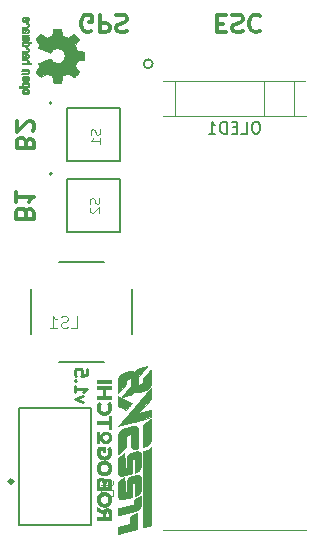
<source format=gbr>
G04 #@! TF.GenerationSoftware,KiCad,Pcbnew,(5.1.5)-3*
G04 #@! TF.CreationDate,2021-08-13T12:39:49-07:00*
G04 #@! TF.ProjectId,Freesk8-Robogotchi-v1.5,46726565-736b-4382-9d52-6f626f676f74,rev?*
G04 #@! TF.SameCoordinates,Original*
G04 #@! TF.FileFunction,Legend,Bot*
G04 #@! TF.FilePolarity,Positive*
%FSLAX46Y46*%
G04 Gerber Fmt 4.6, Leading zero omitted, Abs format (unit mm)*
G04 Created by KiCad (PCBNEW (5.1.5)-3) date 2021-08-13 12:39:49*
%MOMM*%
%LPD*%
G04 APERTURE LIST*
%ADD10C,0.300000*%
%ADD11C,0.250000*%
%ADD12C,0.010000*%
%ADD13C,0.152400*%
%ADD14C,0.120000*%
%ADD15C,0.127000*%
%ADD16C,0.200000*%
%ADD17C,0.150000*%
%ADD18C,0.015000*%
G04 APERTURE END LIST*
D10*
X127207142Y-92732142D02*
X127135714Y-92517857D01*
X127064285Y-92446428D01*
X126921428Y-92375000D01*
X126707142Y-92375000D01*
X126564285Y-92446428D01*
X126492857Y-92517857D01*
X126421428Y-92660714D01*
X126421428Y-93232142D01*
X127921428Y-93232142D01*
X127921428Y-92732142D01*
X127850000Y-92589285D01*
X127778571Y-92517857D01*
X127635714Y-92446428D01*
X127492857Y-92446428D01*
X127350000Y-92517857D01*
X127278571Y-92589285D01*
X127207142Y-92732142D01*
X127207142Y-93232142D01*
X127778571Y-91803571D02*
X127850000Y-91732142D01*
X127921428Y-91589285D01*
X127921428Y-91232142D01*
X127850000Y-91089285D01*
X127778571Y-91017857D01*
X127635714Y-90946428D01*
X127492857Y-90946428D01*
X127278571Y-91017857D01*
X126421428Y-91875000D01*
X126421428Y-90946428D01*
X127182142Y-98707142D02*
X127110714Y-98492857D01*
X127039285Y-98421428D01*
X126896428Y-98350000D01*
X126682142Y-98350000D01*
X126539285Y-98421428D01*
X126467857Y-98492857D01*
X126396428Y-98635714D01*
X126396428Y-99207142D01*
X127896428Y-99207142D01*
X127896428Y-98707142D01*
X127825000Y-98564285D01*
X127753571Y-98492857D01*
X127610714Y-98421428D01*
X127467857Y-98421428D01*
X127325000Y-98492857D01*
X127253571Y-98564285D01*
X127182142Y-98707142D01*
X127182142Y-99207142D01*
X126396428Y-96921428D02*
X126396428Y-97778571D01*
X126396428Y-97350000D02*
X127896428Y-97350000D01*
X127682142Y-97492857D01*
X127539285Y-97635714D01*
X127467857Y-97778571D01*
X132728571Y-83350000D02*
X132585714Y-83421428D01*
X132371428Y-83421428D01*
X132157142Y-83350000D01*
X132014285Y-83207142D01*
X131942857Y-83064285D01*
X131871428Y-82778571D01*
X131871428Y-82564285D01*
X131942857Y-82278571D01*
X132014285Y-82135714D01*
X132157142Y-81992857D01*
X132371428Y-81921428D01*
X132514285Y-81921428D01*
X132728571Y-81992857D01*
X132800000Y-82064285D01*
X132800000Y-82564285D01*
X132514285Y-82564285D01*
X133442857Y-81921428D02*
X133442857Y-83421428D01*
X134014285Y-83421428D01*
X134157142Y-83350000D01*
X134228571Y-83278571D01*
X134300000Y-83135714D01*
X134300000Y-82921428D01*
X134228571Y-82778571D01*
X134157142Y-82707142D01*
X134014285Y-82635714D01*
X133442857Y-82635714D01*
X134871428Y-81992857D02*
X135085714Y-81921428D01*
X135442857Y-81921428D01*
X135585714Y-81992857D01*
X135657142Y-82064285D01*
X135728571Y-82207142D01*
X135728571Y-82350000D01*
X135657142Y-82492857D01*
X135585714Y-82564285D01*
X135442857Y-82635714D01*
X135157142Y-82707142D01*
X135014285Y-82778571D01*
X134942857Y-82850000D01*
X134871428Y-82992857D01*
X134871428Y-83135714D01*
X134942857Y-83278571D01*
X135014285Y-83350000D01*
X135157142Y-83421428D01*
X135514285Y-83421428D01*
X135728571Y-83350000D01*
X143414285Y-82707142D02*
X143914285Y-82707142D01*
X144128571Y-81921428D02*
X143414285Y-81921428D01*
X143414285Y-83421428D01*
X144128571Y-83421428D01*
X144700000Y-81992857D02*
X144914285Y-81921428D01*
X145271428Y-81921428D01*
X145414285Y-81992857D01*
X145485714Y-82064285D01*
X145557142Y-82207142D01*
X145557142Y-82350000D01*
X145485714Y-82492857D01*
X145414285Y-82564285D01*
X145271428Y-82635714D01*
X144985714Y-82707142D01*
X144842857Y-82778571D01*
X144771428Y-82850000D01*
X144700000Y-82992857D01*
X144700000Y-83135714D01*
X144771428Y-83278571D01*
X144842857Y-83350000D01*
X144985714Y-83421428D01*
X145342857Y-83421428D01*
X145557142Y-83350000D01*
X147057142Y-82064285D02*
X146985714Y-81992857D01*
X146771428Y-81921428D01*
X146628571Y-81921428D01*
X146414285Y-81992857D01*
X146271428Y-82135714D01*
X146200000Y-82278571D01*
X146128571Y-82564285D01*
X146128571Y-82778571D01*
X146200000Y-83064285D01*
X146271428Y-83207142D01*
X146414285Y-83350000D01*
X146628571Y-83421428D01*
X146771428Y-83421428D01*
X146985714Y-83350000D01*
X147057142Y-83278571D01*
D11*
X132014285Y-114728571D02*
X131347619Y-114490476D01*
X132014285Y-114252380D01*
X131347619Y-113347619D02*
X131347619Y-113919047D01*
X131347619Y-113633333D02*
X132347619Y-113633333D01*
X132204761Y-113728571D01*
X132109523Y-113823809D01*
X132061904Y-113919047D01*
X131442857Y-112919047D02*
X131395238Y-112871428D01*
X131347619Y-112919047D01*
X131395238Y-112966666D01*
X131442857Y-112919047D01*
X131347619Y-112919047D01*
X132347619Y-111966666D02*
X132347619Y-112442857D01*
X131871428Y-112490476D01*
X131919047Y-112442857D01*
X131966666Y-112347619D01*
X131966666Y-112109523D01*
X131919047Y-112014285D01*
X131871428Y-111966666D01*
X131776190Y-111919047D01*
X131538095Y-111919047D01*
X131442857Y-111966666D01*
X131395238Y-112014285D01*
X131347619Y-112109523D01*
X131347619Y-112347619D01*
X131395238Y-112442857D01*
X131442857Y-112490476D01*
D12*
G36*
X132157652Y-85296090D02*
G01*
X132157222Y-85217546D01*
X132156058Y-85160702D01*
X132153793Y-85121895D01*
X132150060Y-85097462D01*
X132144494Y-85083738D01*
X132136727Y-85077060D01*
X132126395Y-85073764D01*
X132125057Y-85073444D01*
X132100921Y-85068438D01*
X132053299Y-85059171D01*
X131987259Y-85046608D01*
X131907872Y-85031713D01*
X131820204Y-85015449D01*
X131817125Y-85014881D01*
X131731211Y-84998590D01*
X131655304Y-84983348D01*
X131593955Y-84970139D01*
X131551718Y-84959946D01*
X131533145Y-84953752D01*
X131532816Y-84953457D01*
X131523747Y-84935212D01*
X131508633Y-84897595D01*
X131490738Y-84848729D01*
X131490642Y-84848457D01*
X131467507Y-84786907D01*
X131438035Y-84714343D01*
X131408403Y-84645943D01*
X131406938Y-84642706D01*
X131356374Y-84531298D01*
X131524840Y-84284601D01*
X131576197Y-84208923D01*
X131622111Y-84140369D01*
X131659970Y-84082912D01*
X131687163Y-84040524D01*
X131701079Y-84017175D01*
X131702111Y-84014958D01*
X131697516Y-83997990D01*
X131675345Y-83966299D01*
X131634553Y-83918648D01*
X131574095Y-83853802D01*
X131509773Y-83787603D01*
X131446388Y-83723786D01*
X131388549Y-83666671D01*
X131339825Y-83619695D01*
X131303790Y-83586297D01*
X131284016Y-83569915D01*
X131282998Y-83569306D01*
X131269428Y-83567495D01*
X131247267Y-83574317D01*
X131213522Y-83591460D01*
X131165200Y-83620607D01*
X131099308Y-83663445D01*
X131014483Y-83720552D01*
X130939823Y-83771234D01*
X130872860Y-83816539D01*
X130817484Y-83853850D01*
X130777580Y-83880548D01*
X130757038Y-83894015D01*
X130755644Y-83894863D01*
X130735962Y-83893219D01*
X130697707Y-83880755D01*
X130648111Y-83859952D01*
X130632272Y-83852538D01*
X130561710Y-83820186D01*
X130481647Y-83785672D01*
X130412371Y-83757635D01*
X130360955Y-83737432D01*
X130321881Y-83721385D01*
X130301459Y-83712112D01*
X130299886Y-83710959D01*
X130297279Y-83693904D01*
X130290137Y-83653702D01*
X130279477Y-83595698D01*
X130266315Y-83525237D01*
X130251667Y-83447665D01*
X130236551Y-83368328D01*
X130221982Y-83292569D01*
X130208978Y-83225736D01*
X130198555Y-83173172D01*
X130191730Y-83140224D01*
X130189801Y-83132143D01*
X130185038Y-83123795D01*
X130174282Y-83117494D01*
X130153902Y-83112955D01*
X130120266Y-83109896D01*
X130069745Y-83108033D01*
X129998708Y-83107082D01*
X129903524Y-83106760D01*
X129864508Y-83106743D01*
X129547201Y-83106743D01*
X129532161Y-83182943D01*
X129524005Y-83225337D01*
X129512101Y-83288600D01*
X129497884Y-83365038D01*
X129482790Y-83446957D01*
X129478645Y-83469600D01*
X129463947Y-83545194D01*
X129449495Y-83611047D01*
X129436625Y-83661634D01*
X129426678Y-83691426D01*
X129423713Y-83696388D01*
X129402717Y-83708574D01*
X129362033Y-83726047D01*
X129309678Y-83745423D01*
X129298400Y-83749266D01*
X129228477Y-83774661D01*
X129149582Y-83806183D01*
X129078734Y-83837031D01*
X129078405Y-83837183D01*
X128967267Y-83888553D01*
X128718747Y-83719601D01*
X128470228Y-83550648D01*
X128252942Y-83767571D01*
X128188274Y-83833181D01*
X128131267Y-83893021D01*
X128084967Y-83943733D01*
X128052416Y-83981954D01*
X128036657Y-84004325D01*
X128035657Y-84007534D01*
X128043531Y-84026374D01*
X128065422Y-84064820D01*
X128098733Y-84118670D01*
X128140869Y-84183724D01*
X128188057Y-84254060D01*
X128236190Y-84325445D01*
X128278072Y-84389092D01*
X128311129Y-84440959D01*
X128332782Y-84477005D01*
X128340457Y-84493133D01*
X128333963Y-84512811D01*
X128316850Y-84550125D01*
X128292674Y-84597379D01*
X128289987Y-84602388D01*
X128258073Y-84666023D01*
X128242421Y-84709659D01*
X128242255Y-84736798D01*
X128256796Y-84750943D01*
X128257000Y-84751025D01*
X128274221Y-84758095D01*
X128315101Y-84774958D01*
X128376475Y-84800305D01*
X128455181Y-84832829D01*
X128548053Y-84871222D01*
X128651928Y-84914178D01*
X128752498Y-84955778D01*
X128863484Y-85001496D01*
X128966297Y-85043474D01*
X129057785Y-85080452D01*
X129134799Y-85111173D01*
X129194185Y-85134378D01*
X129232791Y-85148810D01*
X129247200Y-85153257D01*
X129263728Y-85142104D01*
X129290070Y-85112931D01*
X129319113Y-85074029D01*
X129410961Y-84963243D01*
X129516241Y-84876649D01*
X129632734Y-84815284D01*
X129758224Y-84780185D01*
X129890493Y-84772392D01*
X129951543Y-84778057D01*
X130078205Y-84808922D01*
X130190059Y-84862080D01*
X130285999Y-84934233D01*
X130364924Y-85022083D01*
X130425730Y-85122335D01*
X130467313Y-85231690D01*
X130488572Y-85346853D01*
X130488401Y-85464525D01*
X130465699Y-85581410D01*
X130419362Y-85694211D01*
X130348287Y-85799631D01*
X130308089Y-85843632D01*
X130204871Y-85928021D01*
X130092075Y-85986778D01*
X129972990Y-86020296D01*
X129850905Y-86028965D01*
X129729107Y-86013177D01*
X129610884Y-85973322D01*
X129499525Y-85909793D01*
X129398316Y-85822979D01*
X129319113Y-85725971D01*
X129288838Y-85685563D01*
X129262781Y-85657018D01*
X129247175Y-85646743D01*
X129230157Y-85652123D01*
X129189500Y-85667425D01*
X129128358Y-85691388D01*
X129049881Y-85722756D01*
X128957220Y-85760268D01*
X128853528Y-85802667D01*
X128752474Y-85844337D01*
X128641393Y-85890310D01*
X128538459Y-85932893D01*
X128446835Y-85970779D01*
X128369684Y-86002660D01*
X128310169Y-86027229D01*
X128271456Y-86043180D01*
X128257000Y-86049090D01*
X128242315Y-86063052D01*
X128242358Y-86090060D01*
X128257901Y-86133587D01*
X128289716Y-86197110D01*
X128289987Y-86197612D01*
X128314677Y-86245440D01*
X128332662Y-86284103D01*
X128340386Y-86305905D01*
X128340457Y-86306867D01*
X128332622Y-86323279D01*
X128310835Y-86359513D01*
X128277672Y-86411526D01*
X128235709Y-86475275D01*
X128188057Y-86545940D01*
X128139809Y-86617884D01*
X128097849Y-86682726D01*
X128064773Y-86736265D01*
X128043179Y-86774303D01*
X128035657Y-86792467D01*
X128045543Y-86809192D01*
X128073174Y-86842820D01*
X128115505Y-86889990D01*
X128169495Y-86947342D01*
X128232101Y-87011516D01*
X128253017Y-87032503D01*
X128470377Y-87249501D01*
X128712780Y-87084332D01*
X128787219Y-87034136D01*
X128854028Y-86990081D01*
X128909335Y-86954638D01*
X128949271Y-86930281D01*
X128969964Y-86919478D01*
X128971437Y-86919162D01*
X128990942Y-86924857D01*
X129030178Y-86940174D01*
X129082570Y-86962463D01*
X129117645Y-86978107D01*
X129184799Y-87007359D01*
X129252642Y-87034906D01*
X129309966Y-87056263D01*
X129327428Y-87062065D01*
X129374062Y-87078548D01*
X129410095Y-87094660D01*
X129423713Y-87103510D01*
X129432048Y-87123040D01*
X129443863Y-87165666D01*
X129457819Y-87225855D01*
X129472578Y-87298078D01*
X129478645Y-87330400D01*
X129493727Y-87412478D01*
X129508331Y-87491205D01*
X129521020Y-87558891D01*
X129530358Y-87607840D01*
X129532161Y-87617057D01*
X129547201Y-87693257D01*
X129864508Y-87693257D01*
X129968846Y-87693086D01*
X130047787Y-87692384D01*
X130104962Y-87690866D01*
X130144001Y-87688251D01*
X130168535Y-87684254D01*
X130182195Y-87678591D01*
X130188611Y-87670980D01*
X130189801Y-87667857D01*
X130194020Y-87649022D01*
X130202438Y-87607412D01*
X130214039Y-87548370D01*
X130227805Y-87477243D01*
X130242720Y-87399375D01*
X130257768Y-87320113D01*
X130271931Y-87244802D01*
X130284194Y-87178787D01*
X130293539Y-87127413D01*
X130298950Y-87096025D01*
X130299886Y-87089041D01*
X130312404Y-87082715D01*
X130345754Y-87068710D01*
X130393623Y-87049645D01*
X130412371Y-87042366D01*
X130484805Y-87013004D01*
X130564830Y-86978429D01*
X130632272Y-86947463D01*
X130683841Y-86924677D01*
X130726215Y-86909518D01*
X130752166Y-86904458D01*
X130755644Y-86905264D01*
X130772064Y-86915959D01*
X130808583Y-86940380D01*
X130861313Y-86975905D01*
X130926365Y-87019913D01*
X130999849Y-87069783D01*
X131014355Y-87079644D01*
X131100296Y-87137508D01*
X131165739Y-87180044D01*
X131213696Y-87208946D01*
X131247180Y-87225910D01*
X131269205Y-87232633D01*
X131282783Y-87230810D01*
X131282869Y-87230764D01*
X131300703Y-87216414D01*
X131335183Y-87184677D01*
X131382732Y-87138990D01*
X131439778Y-87082796D01*
X131502745Y-87019532D01*
X131509773Y-87012398D01*
X131586980Y-86932670D01*
X131643670Y-86871143D01*
X131680890Y-86826579D01*
X131699685Y-86797743D01*
X131702111Y-86785042D01*
X131691529Y-86766506D01*
X131667084Y-86728039D01*
X131631388Y-86673614D01*
X131587053Y-86607202D01*
X131536689Y-86532775D01*
X131524840Y-86515399D01*
X131356374Y-86268703D01*
X131406938Y-86157294D01*
X131436405Y-86089543D01*
X131466041Y-86016817D01*
X131489670Y-85954297D01*
X131490642Y-85951543D01*
X131508543Y-85902640D01*
X131523680Y-85864943D01*
X131532790Y-85846575D01*
X131532816Y-85846544D01*
X131549283Y-85840715D01*
X131589781Y-85830808D01*
X131649758Y-85817805D01*
X131724660Y-85802691D01*
X131809936Y-85786448D01*
X131817125Y-85785119D01*
X131904986Y-85768825D01*
X131984740Y-85753867D01*
X132051319Y-85741209D01*
X132099653Y-85731814D01*
X132124675Y-85726646D01*
X132125057Y-85726556D01*
X132135701Y-85723411D01*
X132143738Y-85717296D01*
X132149533Y-85704547D01*
X132153453Y-85681500D01*
X132155865Y-85644491D01*
X132157135Y-85589856D01*
X132157629Y-85513933D01*
X132157714Y-85413056D01*
X132157714Y-85400000D01*
X132157652Y-85296090D01*
G37*
X132157652Y-85296090D02*
X132157222Y-85217546D01*
X132156058Y-85160702D01*
X132153793Y-85121895D01*
X132150060Y-85097462D01*
X132144494Y-85083738D01*
X132136727Y-85077060D01*
X132126395Y-85073764D01*
X132125057Y-85073444D01*
X132100921Y-85068438D01*
X132053299Y-85059171D01*
X131987259Y-85046608D01*
X131907872Y-85031713D01*
X131820204Y-85015449D01*
X131817125Y-85014881D01*
X131731211Y-84998590D01*
X131655304Y-84983348D01*
X131593955Y-84970139D01*
X131551718Y-84959946D01*
X131533145Y-84953752D01*
X131532816Y-84953457D01*
X131523747Y-84935212D01*
X131508633Y-84897595D01*
X131490738Y-84848729D01*
X131490642Y-84848457D01*
X131467507Y-84786907D01*
X131438035Y-84714343D01*
X131408403Y-84645943D01*
X131406938Y-84642706D01*
X131356374Y-84531298D01*
X131524840Y-84284601D01*
X131576197Y-84208923D01*
X131622111Y-84140369D01*
X131659970Y-84082912D01*
X131687163Y-84040524D01*
X131701079Y-84017175D01*
X131702111Y-84014958D01*
X131697516Y-83997990D01*
X131675345Y-83966299D01*
X131634553Y-83918648D01*
X131574095Y-83853802D01*
X131509773Y-83787603D01*
X131446388Y-83723786D01*
X131388549Y-83666671D01*
X131339825Y-83619695D01*
X131303790Y-83586297D01*
X131284016Y-83569915D01*
X131282998Y-83569306D01*
X131269428Y-83567495D01*
X131247267Y-83574317D01*
X131213522Y-83591460D01*
X131165200Y-83620607D01*
X131099308Y-83663445D01*
X131014483Y-83720552D01*
X130939823Y-83771234D01*
X130872860Y-83816539D01*
X130817484Y-83853850D01*
X130777580Y-83880548D01*
X130757038Y-83894015D01*
X130755644Y-83894863D01*
X130735962Y-83893219D01*
X130697707Y-83880755D01*
X130648111Y-83859952D01*
X130632272Y-83852538D01*
X130561710Y-83820186D01*
X130481647Y-83785672D01*
X130412371Y-83757635D01*
X130360955Y-83737432D01*
X130321881Y-83721385D01*
X130301459Y-83712112D01*
X130299886Y-83710959D01*
X130297279Y-83693904D01*
X130290137Y-83653702D01*
X130279477Y-83595698D01*
X130266315Y-83525237D01*
X130251667Y-83447665D01*
X130236551Y-83368328D01*
X130221982Y-83292569D01*
X130208978Y-83225736D01*
X130198555Y-83173172D01*
X130191730Y-83140224D01*
X130189801Y-83132143D01*
X130185038Y-83123795D01*
X130174282Y-83117494D01*
X130153902Y-83112955D01*
X130120266Y-83109896D01*
X130069745Y-83108033D01*
X129998708Y-83107082D01*
X129903524Y-83106760D01*
X129864508Y-83106743D01*
X129547201Y-83106743D01*
X129532161Y-83182943D01*
X129524005Y-83225337D01*
X129512101Y-83288600D01*
X129497884Y-83365038D01*
X129482790Y-83446957D01*
X129478645Y-83469600D01*
X129463947Y-83545194D01*
X129449495Y-83611047D01*
X129436625Y-83661634D01*
X129426678Y-83691426D01*
X129423713Y-83696388D01*
X129402717Y-83708574D01*
X129362033Y-83726047D01*
X129309678Y-83745423D01*
X129298400Y-83749266D01*
X129228477Y-83774661D01*
X129149582Y-83806183D01*
X129078734Y-83837031D01*
X129078405Y-83837183D01*
X128967267Y-83888553D01*
X128718747Y-83719601D01*
X128470228Y-83550648D01*
X128252942Y-83767571D01*
X128188274Y-83833181D01*
X128131267Y-83893021D01*
X128084967Y-83943733D01*
X128052416Y-83981954D01*
X128036657Y-84004325D01*
X128035657Y-84007534D01*
X128043531Y-84026374D01*
X128065422Y-84064820D01*
X128098733Y-84118670D01*
X128140869Y-84183724D01*
X128188057Y-84254060D01*
X128236190Y-84325445D01*
X128278072Y-84389092D01*
X128311129Y-84440959D01*
X128332782Y-84477005D01*
X128340457Y-84493133D01*
X128333963Y-84512811D01*
X128316850Y-84550125D01*
X128292674Y-84597379D01*
X128289987Y-84602388D01*
X128258073Y-84666023D01*
X128242421Y-84709659D01*
X128242255Y-84736798D01*
X128256796Y-84750943D01*
X128257000Y-84751025D01*
X128274221Y-84758095D01*
X128315101Y-84774958D01*
X128376475Y-84800305D01*
X128455181Y-84832829D01*
X128548053Y-84871222D01*
X128651928Y-84914178D01*
X128752498Y-84955778D01*
X128863484Y-85001496D01*
X128966297Y-85043474D01*
X129057785Y-85080452D01*
X129134799Y-85111173D01*
X129194185Y-85134378D01*
X129232791Y-85148810D01*
X129247200Y-85153257D01*
X129263728Y-85142104D01*
X129290070Y-85112931D01*
X129319113Y-85074029D01*
X129410961Y-84963243D01*
X129516241Y-84876649D01*
X129632734Y-84815284D01*
X129758224Y-84780185D01*
X129890493Y-84772392D01*
X129951543Y-84778057D01*
X130078205Y-84808922D01*
X130190059Y-84862080D01*
X130285999Y-84934233D01*
X130364924Y-85022083D01*
X130425730Y-85122335D01*
X130467313Y-85231690D01*
X130488572Y-85346853D01*
X130488401Y-85464525D01*
X130465699Y-85581410D01*
X130419362Y-85694211D01*
X130348287Y-85799631D01*
X130308089Y-85843632D01*
X130204871Y-85928021D01*
X130092075Y-85986778D01*
X129972990Y-86020296D01*
X129850905Y-86028965D01*
X129729107Y-86013177D01*
X129610884Y-85973322D01*
X129499525Y-85909793D01*
X129398316Y-85822979D01*
X129319113Y-85725971D01*
X129288838Y-85685563D01*
X129262781Y-85657018D01*
X129247175Y-85646743D01*
X129230157Y-85652123D01*
X129189500Y-85667425D01*
X129128358Y-85691388D01*
X129049881Y-85722756D01*
X128957220Y-85760268D01*
X128853528Y-85802667D01*
X128752474Y-85844337D01*
X128641393Y-85890310D01*
X128538459Y-85932893D01*
X128446835Y-85970779D01*
X128369684Y-86002660D01*
X128310169Y-86027229D01*
X128271456Y-86043180D01*
X128257000Y-86049090D01*
X128242315Y-86063052D01*
X128242358Y-86090060D01*
X128257901Y-86133587D01*
X128289716Y-86197110D01*
X128289987Y-86197612D01*
X128314677Y-86245440D01*
X128332662Y-86284103D01*
X128340386Y-86305905D01*
X128340457Y-86306867D01*
X128332622Y-86323279D01*
X128310835Y-86359513D01*
X128277672Y-86411526D01*
X128235709Y-86475275D01*
X128188057Y-86545940D01*
X128139809Y-86617884D01*
X128097849Y-86682726D01*
X128064773Y-86736265D01*
X128043179Y-86774303D01*
X128035657Y-86792467D01*
X128045543Y-86809192D01*
X128073174Y-86842820D01*
X128115505Y-86889990D01*
X128169495Y-86947342D01*
X128232101Y-87011516D01*
X128253017Y-87032503D01*
X128470377Y-87249501D01*
X128712780Y-87084332D01*
X128787219Y-87034136D01*
X128854028Y-86990081D01*
X128909335Y-86954638D01*
X128949271Y-86930281D01*
X128969964Y-86919478D01*
X128971437Y-86919162D01*
X128990942Y-86924857D01*
X129030178Y-86940174D01*
X129082570Y-86962463D01*
X129117645Y-86978107D01*
X129184799Y-87007359D01*
X129252642Y-87034906D01*
X129309966Y-87056263D01*
X129327428Y-87062065D01*
X129374062Y-87078548D01*
X129410095Y-87094660D01*
X129423713Y-87103510D01*
X129432048Y-87123040D01*
X129443863Y-87165666D01*
X129457819Y-87225855D01*
X129472578Y-87298078D01*
X129478645Y-87330400D01*
X129493727Y-87412478D01*
X129508331Y-87491205D01*
X129521020Y-87558891D01*
X129530358Y-87607840D01*
X129532161Y-87617057D01*
X129547201Y-87693257D01*
X129864508Y-87693257D01*
X129968846Y-87693086D01*
X130047787Y-87692384D01*
X130104962Y-87690866D01*
X130144001Y-87688251D01*
X130168535Y-87684254D01*
X130182195Y-87678591D01*
X130188611Y-87670980D01*
X130189801Y-87667857D01*
X130194020Y-87649022D01*
X130202438Y-87607412D01*
X130214039Y-87548370D01*
X130227805Y-87477243D01*
X130242720Y-87399375D01*
X130257768Y-87320113D01*
X130271931Y-87244802D01*
X130284194Y-87178787D01*
X130293539Y-87127413D01*
X130298950Y-87096025D01*
X130299886Y-87089041D01*
X130312404Y-87082715D01*
X130345754Y-87068710D01*
X130393623Y-87049645D01*
X130412371Y-87042366D01*
X130484805Y-87013004D01*
X130564830Y-86978429D01*
X130632272Y-86947463D01*
X130683841Y-86924677D01*
X130726215Y-86909518D01*
X130752166Y-86904458D01*
X130755644Y-86905264D01*
X130772064Y-86915959D01*
X130808583Y-86940380D01*
X130861313Y-86975905D01*
X130926365Y-87019913D01*
X130999849Y-87069783D01*
X131014355Y-87079644D01*
X131100296Y-87137508D01*
X131165739Y-87180044D01*
X131213696Y-87208946D01*
X131247180Y-87225910D01*
X131269205Y-87232633D01*
X131282783Y-87230810D01*
X131282869Y-87230764D01*
X131300703Y-87216414D01*
X131335183Y-87184677D01*
X131382732Y-87138990D01*
X131439778Y-87082796D01*
X131502745Y-87019532D01*
X131509773Y-87012398D01*
X131586980Y-86932670D01*
X131643670Y-86871143D01*
X131680890Y-86826579D01*
X131699685Y-86797743D01*
X131702111Y-86785042D01*
X131691529Y-86766506D01*
X131667084Y-86728039D01*
X131631388Y-86673614D01*
X131587053Y-86607202D01*
X131536689Y-86532775D01*
X131524840Y-86515399D01*
X131356374Y-86268703D01*
X131406938Y-86157294D01*
X131436405Y-86089543D01*
X131466041Y-86016817D01*
X131489670Y-85954297D01*
X131490642Y-85951543D01*
X131508543Y-85902640D01*
X131523680Y-85864943D01*
X131532790Y-85846575D01*
X131532816Y-85846544D01*
X131549283Y-85840715D01*
X131589781Y-85830808D01*
X131649758Y-85817805D01*
X131724660Y-85802691D01*
X131809936Y-85786448D01*
X131817125Y-85785119D01*
X131904986Y-85768825D01*
X131984740Y-85753867D01*
X132051319Y-85741209D01*
X132099653Y-85731814D01*
X132124675Y-85726646D01*
X132125057Y-85726556D01*
X132135701Y-85723411D01*
X132143738Y-85717296D01*
X132149533Y-85704547D01*
X132153453Y-85681500D01*
X132155865Y-85644491D01*
X132157135Y-85589856D01*
X132157629Y-85513933D01*
X132157714Y-85413056D01*
X132157714Y-85400000D01*
X132157652Y-85296090D01*
G36*
X127433034Y-82246405D02*
G01*
X127395503Y-82188979D01*
X127361904Y-82161281D01*
X127300936Y-82139338D01*
X127252692Y-82137595D01*
X127188184Y-82141543D01*
X127123066Y-82290314D01*
X127089798Y-82362651D01*
X127063036Y-82409916D01*
X127039856Y-82434493D01*
X127017333Y-82438763D01*
X126992545Y-82425111D01*
X126976114Y-82410057D01*
X126949765Y-82366254D01*
X126947919Y-82318611D01*
X126968454Y-82274855D01*
X127009248Y-82242711D01*
X127023653Y-82236962D01*
X127068644Y-82209424D01*
X127087818Y-82177742D01*
X127104221Y-82134286D01*
X127042034Y-82134286D01*
X126999717Y-82138128D01*
X126964031Y-82153177D01*
X126923057Y-82184720D01*
X126917733Y-82189408D01*
X126881280Y-82224494D01*
X126861717Y-82254653D01*
X126852717Y-82292385D01*
X126849770Y-82323665D01*
X126849035Y-82379615D01*
X126858340Y-82419445D01*
X126872154Y-82444292D01*
X126902533Y-82483344D01*
X126935387Y-82510375D01*
X126976706Y-82527483D01*
X127032479Y-82536762D01*
X127108695Y-82540307D01*
X127147378Y-82540590D01*
X127193753Y-82539628D01*
X127193753Y-82451993D01*
X127168874Y-82450977D01*
X127164800Y-82448444D01*
X127170335Y-82431726D01*
X127184983Y-82395751D01*
X127205810Y-82347669D01*
X127210286Y-82337614D01*
X127241186Y-82276848D01*
X127268343Y-82243368D01*
X127293780Y-82236010D01*
X127319519Y-82253609D01*
X127330891Y-82268144D01*
X127353636Y-82320590D01*
X127349878Y-82369678D01*
X127322116Y-82410773D01*
X127272848Y-82439242D01*
X127233743Y-82448369D01*
X127193753Y-82451993D01*
X127193753Y-82539628D01*
X127237751Y-82538715D01*
X127304616Y-82531804D01*
X127353305Y-82518116D01*
X127389151Y-82495904D01*
X127417487Y-82463426D01*
X127426645Y-82449267D01*
X127450493Y-82384947D01*
X127451994Y-82314527D01*
X127433034Y-82246405D01*
G37*
X127433034Y-82246405D02*
X127395503Y-82188979D01*
X127361904Y-82161281D01*
X127300936Y-82139338D01*
X127252692Y-82137595D01*
X127188184Y-82141543D01*
X127123066Y-82290314D01*
X127089798Y-82362651D01*
X127063036Y-82409916D01*
X127039856Y-82434493D01*
X127017333Y-82438763D01*
X126992545Y-82425111D01*
X126976114Y-82410057D01*
X126949765Y-82366254D01*
X126947919Y-82318611D01*
X126968454Y-82274855D01*
X127009248Y-82242711D01*
X127023653Y-82236962D01*
X127068644Y-82209424D01*
X127087818Y-82177742D01*
X127104221Y-82134286D01*
X127042034Y-82134286D01*
X126999717Y-82138128D01*
X126964031Y-82153177D01*
X126923057Y-82184720D01*
X126917733Y-82189408D01*
X126881280Y-82224494D01*
X126861717Y-82254653D01*
X126852717Y-82292385D01*
X126849770Y-82323665D01*
X126849035Y-82379615D01*
X126858340Y-82419445D01*
X126872154Y-82444292D01*
X126902533Y-82483344D01*
X126935387Y-82510375D01*
X126976706Y-82527483D01*
X127032479Y-82536762D01*
X127108695Y-82540307D01*
X127147378Y-82540590D01*
X127193753Y-82539628D01*
X127193753Y-82451993D01*
X127168874Y-82450977D01*
X127164800Y-82448444D01*
X127170335Y-82431726D01*
X127184983Y-82395751D01*
X127205810Y-82347669D01*
X127210286Y-82337614D01*
X127241186Y-82276848D01*
X127268343Y-82243368D01*
X127293780Y-82236010D01*
X127319519Y-82253609D01*
X127330891Y-82268144D01*
X127353636Y-82320590D01*
X127349878Y-82369678D01*
X127322116Y-82410773D01*
X127272848Y-82439242D01*
X127233743Y-82448369D01*
X127193753Y-82451993D01*
X127193753Y-82539628D01*
X127237751Y-82538715D01*
X127304616Y-82531804D01*
X127353305Y-82518116D01*
X127389151Y-82495904D01*
X127417487Y-82463426D01*
X127426645Y-82449267D01*
X127450493Y-82384947D01*
X127451994Y-82314527D01*
X127433034Y-82246405D01*
G36*
X127441248Y-82747400D02*
G01*
X127433666Y-82730052D01*
X127400872Y-82688644D01*
X127353453Y-82653235D01*
X127302849Y-82631336D01*
X127277902Y-82627771D01*
X127243073Y-82639721D01*
X127224643Y-82665933D01*
X127213484Y-82694036D01*
X127211428Y-82706905D01*
X127226351Y-82713171D01*
X127258825Y-82725544D01*
X127273498Y-82730972D01*
X127324256Y-82761410D01*
X127349573Y-82805480D01*
X127348794Y-82861990D01*
X127347797Y-82866175D01*
X127333493Y-82896345D01*
X127305607Y-82918524D01*
X127260713Y-82933673D01*
X127195385Y-82942750D01*
X127106196Y-82946714D01*
X127058739Y-82947086D01*
X126983929Y-82947270D01*
X126932931Y-82948478D01*
X126900529Y-82951691D01*
X126881505Y-82957891D01*
X126870644Y-82968060D01*
X126862728Y-82983181D01*
X126862330Y-82984054D01*
X126850019Y-83013172D01*
X126845486Y-83027597D01*
X126859191Y-83029814D01*
X126897075Y-83031711D01*
X126954285Y-83033153D01*
X127025973Y-83034002D01*
X127078435Y-83034171D01*
X127179953Y-83033308D01*
X127256968Y-83029930D01*
X127313977Y-83022858D01*
X127355474Y-83010912D01*
X127385957Y-82992910D01*
X127409920Y-82967673D01*
X127426645Y-82942753D01*
X127448903Y-82882829D01*
X127453924Y-82813089D01*
X127441248Y-82747400D01*
G37*
X127441248Y-82747400D02*
X127433666Y-82730052D01*
X127400872Y-82688644D01*
X127353453Y-82653235D01*
X127302849Y-82631336D01*
X127277902Y-82627771D01*
X127243073Y-82639721D01*
X127224643Y-82665933D01*
X127213484Y-82694036D01*
X127211428Y-82706905D01*
X127226351Y-82713171D01*
X127258825Y-82725544D01*
X127273498Y-82730972D01*
X127324256Y-82761410D01*
X127349573Y-82805480D01*
X127348794Y-82861990D01*
X127347797Y-82866175D01*
X127333493Y-82896345D01*
X127305607Y-82918524D01*
X127260713Y-82933673D01*
X127195385Y-82942750D01*
X127106196Y-82946714D01*
X127058739Y-82947086D01*
X126983929Y-82947270D01*
X126932931Y-82948478D01*
X126900529Y-82951691D01*
X126881505Y-82957891D01*
X126870644Y-82968060D01*
X126862728Y-82983181D01*
X126862330Y-82984054D01*
X126850019Y-83013172D01*
X126845486Y-83027597D01*
X126859191Y-83029814D01*
X126897075Y-83031711D01*
X126954285Y-83033153D01*
X127025973Y-83034002D01*
X127078435Y-83034171D01*
X127179953Y-83033308D01*
X127256968Y-83029930D01*
X127313977Y-83022858D01*
X127355474Y-83010912D01*
X127385957Y-82992910D01*
X127409920Y-82967673D01*
X127426645Y-82942753D01*
X127448903Y-82882829D01*
X127453924Y-82813089D01*
X127441248Y-82747400D01*
G36*
X127443665Y-83255124D02*
G01*
X127424656Y-83213333D01*
X127401622Y-83180531D01*
X127375867Y-83156497D01*
X127342642Y-83139903D01*
X127297200Y-83129423D01*
X127234793Y-83123729D01*
X127150673Y-83121493D01*
X127095279Y-83121257D01*
X126879174Y-83121257D01*
X126862330Y-83158226D01*
X126850019Y-83187344D01*
X126845486Y-83201769D01*
X126858975Y-83204528D01*
X126895347Y-83206718D01*
X126948458Y-83208058D01*
X126990628Y-83208343D01*
X127051553Y-83209566D01*
X127099885Y-83212864D01*
X127129482Y-83217679D01*
X127135771Y-83221504D01*
X127129348Y-83247217D01*
X127112875Y-83287582D01*
X127090542Y-83334321D01*
X127066543Y-83379155D01*
X127045070Y-83413807D01*
X127030315Y-83429998D01*
X127030155Y-83430062D01*
X127002848Y-83428670D01*
X126976781Y-83416182D01*
X126955608Y-83394257D01*
X126948526Y-83362257D01*
X126949351Y-83334908D01*
X126949958Y-83296174D01*
X126940884Y-83275842D01*
X126916908Y-83263631D01*
X126912387Y-83262091D01*
X126878194Y-83256797D01*
X126857432Y-83270953D01*
X126847538Y-83307852D01*
X126845708Y-83347711D01*
X126859273Y-83419438D01*
X126878645Y-83456568D01*
X126924155Y-83502424D01*
X126980017Y-83526744D01*
X127039043Y-83528927D01*
X127094047Y-83508371D01*
X127128514Y-83477451D01*
X127147811Y-83446580D01*
X127172241Y-83398058D01*
X127197015Y-83341515D01*
X127200801Y-83332090D01*
X127228209Y-83269981D01*
X127252366Y-83234178D01*
X127276381Y-83222663D01*
X127303365Y-83233420D01*
X127324457Y-83251886D01*
X127350428Y-83295531D01*
X127352376Y-83343554D01*
X127332363Y-83387594D01*
X127292449Y-83419291D01*
X127282152Y-83423451D01*
X127244276Y-83447673D01*
X127216158Y-83483035D01*
X127193083Y-83527657D01*
X127258515Y-83527657D01*
X127298494Y-83525031D01*
X127330003Y-83513770D01*
X127363622Y-83488801D01*
X127389516Y-83464831D01*
X127426183Y-83427559D01*
X127445879Y-83398599D01*
X127453780Y-83367495D01*
X127455086Y-83332287D01*
X127443665Y-83255124D01*
G37*
X127443665Y-83255124D02*
X127424656Y-83213333D01*
X127401622Y-83180531D01*
X127375867Y-83156497D01*
X127342642Y-83139903D01*
X127297200Y-83129423D01*
X127234793Y-83123729D01*
X127150673Y-83121493D01*
X127095279Y-83121257D01*
X126879174Y-83121257D01*
X126862330Y-83158226D01*
X126850019Y-83187344D01*
X126845486Y-83201769D01*
X126858975Y-83204528D01*
X126895347Y-83206718D01*
X126948458Y-83208058D01*
X126990628Y-83208343D01*
X127051553Y-83209566D01*
X127099885Y-83212864D01*
X127129482Y-83217679D01*
X127135771Y-83221504D01*
X127129348Y-83247217D01*
X127112875Y-83287582D01*
X127090542Y-83334321D01*
X127066543Y-83379155D01*
X127045070Y-83413807D01*
X127030315Y-83429998D01*
X127030155Y-83430062D01*
X127002848Y-83428670D01*
X126976781Y-83416182D01*
X126955608Y-83394257D01*
X126948526Y-83362257D01*
X126949351Y-83334908D01*
X126949958Y-83296174D01*
X126940884Y-83275842D01*
X126916908Y-83263631D01*
X126912387Y-83262091D01*
X126878194Y-83256797D01*
X126857432Y-83270953D01*
X126847538Y-83307852D01*
X126845708Y-83347711D01*
X126859273Y-83419438D01*
X126878645Y-83456568D01*
X126924155Y-83502424D01*
X126980017Y-83526744D01*
X127039043Y-83528927D01*
X127094047Y-83508371D01*
X127128514Y-83477451D01*
X127147811Y-83446580D01*
X127172241Y-83398058D01*
X127197015Y-83341515D01*
X127200801Y-83332090D01*
X127228209Y-83269981D01*
X127252366Y-83234178D01*
X127276381Y-83222663D01*
X127303365Y-83233420D01*
X127324457Y-83251886D01*
X127350428Y-83295531D01*
X127352376Y-83343554D01*
X127332363Y-83387594D01*
X127292449Y-83419291D01*
X127282152Y-83423451D01*
X127244276Y-83447673D01*
X127216158Y-83483035D01*
X127193083Y-83527657D01*
X127258515Y-83527657D01*
X127298494Y-83525031D01*
X127330003Y-83513770D01*
X127363622Y-83488801D01*
X127389516Y-83464831D01*
X127426183Y-83427559D01*
X127445879Y-83398599D01*
X127453780Y-83367495D01*
X127455086Y-83332287D01*
X127443665Y-83255124D01*
G36*
X127441337Y-83620167D02*
G01*
X127403150Y-83617952D01*
X127345114Y-83616216D01*
X127271820Y-83615101D01*
X127194945Y-83614743D01*
X126934804Y-83614743D01*
X126888873Y-83660674D01*
X126860571Y-83692325D01*
X126849107Y-83720110D01*
X126849832Y-83758085D01*
X126851679Y-83773160D01*
X126857052Y-83820274D01*
X126860131Y-83859244D01*
X126860415Y-83868743D01*
X126858555Y-83900767D01*
X126853886Y-83946568D01*
X126851679Y-83964326D01*
X126848265Y-84007943D01*
X126855680Y-84037255D01*
X126878573Y-84066320D01*
X126888873Y-84076812D01*
X126934804Y-84122743D01*
X127421398Y-84122743D01*
X127438242Y-84085774D01*
X127450718Y-84053941D01*
X127455086Y-84035317D01*
X127441282Y-84030542D01*
X127402714Y-84026079D01*
X127343644Y-84022225D01*
X127268337Y-84019278D01*
X127204714Y-84017857D01*
X126954343Y-84013886D01*
X126949444Y-83979241D01*
X126952869Y-83947732D01*
X126963959Y-83932292D01*
X126984692Y-83927977D01*
X127028855Y-83924292D01*
X127090854Y-83921531D01*
X127165091Y-83919988D01*
X127203294Y-83919765D01*
X127423217Y-83919543D01*
X127439151Y-83873834D01*
X127449985Y-83841482D01*
X127455038Y-83823885D01*
X127455086Y-83823377D01*
X127441352Y-83821612D01*
X127403270Y-83819671D01*
X127345518Y-83817718D01*
X127272773Y-83815916D01*
X127204714Y-83814657D01*
X126954343Y-83810686D01*
X126954343Y-83723600D01*
X127182760Y-83719604D01*
X127411178Y-83715608D01*
X127433132Y-83673153D01*
X127448207Y-83641808D01*
X127455049Y-83623256D01*
X127455086Y-83622721D01*
X127441337Y-83620167D01*
G37*
X127441337Y-83620167D02*
X127403150Y-83617952D01*
X127345114Y-83616216D01*
X127271820Y-83615101D01*
X127194945Y-83614743D01*
X126934804Y-83614743D01*
X126888873Y-83660674D01*
X126860571Y-83692325D01*
X126849107Y-83720110D01*
X126849832Y-83758085D01*
X126851679Y-83773160D01*
X126857052Y-83820274D01*
X126860131Y-83859244D01*
X126860415Y-83868743D01*
X126858555Y-83900767D01*
X126853886Y-83946568D01*
X126851679Y-83964326D01*
X126848265Y-84007943D01*
X126855680Y-84037255D01*
X126878573Y-84066320D01*
X126888873Y-84076812D01*
X126934804Y-84122743D01*
X127421398Y-84122743D01*
X127438242Y-84085774D01*
X127450718Y-84053941D01*
X127455086Y-84035317D01*
X127441282Y-84030542D01*
X127402714Y-84026079D01*
X127343644Y-84022225D01*
X127268337Y-84019278D01*
X127204714Y-84017857D01*
X126954343Y-84013886D01*
X126949444Y-83979241D01*
X126952869Y-83947732D01*
X126963959Y-83932292D01*
X126984692Y-83927977D01*
X127028855Y-83924292D01*
X127090854Y-83921531D01*
X127165091Y-83919988D01*
X127203294Y-83919765D01*
X127423217Y-83919543D01*
X127439151Y-83873834D01*
X127449985Y-83841482D01*
X127455038Y-83823885D01*
X127455086Y-83823377D01*
X127441352Y-83821612D01*
X127403270Y-83819671D01*
X127345518Y-83817718D01*
X127272773Y-83815916D01*
X127204714Y-83814657D01*
X126954343Y-83810686D01*
X126954343Y-83723600D01*
X127182760Y-83719604D01*
X127411178Y-83715608D01*
X127433132Y-83673153D01*
X127448207Y-83641808D01*
X127455049Y-83623256D01*
X127455086Y-83622721D01*
X127441337Y-83620167D01*
G36*
X127334642Y-84209883D02*
G01*
X127226163Y-84210067D01*
X127142713Y-84210781D01*
X127080296Y-84212325D01*
X127034915Y-84214999D01*
X127002571Y-84219106D01*
X126979267Y-84224945D01*
X126961005Y-84232818D01*
X126950582Y-84238779D01*
X126894055Y-84288145D01*
X126858623Y-84350736D01*
X126845910Y-84419987D01*
X126857537Y-84489332D01*
X126878432Y-84530625D01*
X126914578Y-84573975D01*
X126958724Y-84603519D01*
X127016538Y-84621345D01*
X127093687Y-84629537D01*
X127150286Y-84630698D01*
X127154353Y-84630542D01*
X127154353Y-84529143D01*
X127089450Y-84528524D01*
X127046486Y-84525686D01*
X127018378Y-84519160D01*
X126998047Y-84507477D01*
X126982712Y-84493517D01*
X126953110Y-84446635D01*
X126950581Y-84396299D01*
X126975295Y-84348724D01*
X126978644Y-84345021D01*
X126996065Y-84329217D01*
X127016791Y-84319307D01*
X127047638Y-84313942D01*
X127095423Y-84311772D01*
X127148252Y-84311429D01*
X127214619Y-84312173D01*
X127258894Y-84315252D01*
X127287991Y-84321939D01*
X127308827Y-84333504D01*
X127319893Y-84342987D01*
X127347802Y-84387040D01*
X127351157Y-84437776D01*
X127329841Y-84486204D01*
X127321927Y-84495550D01*
X127304353Y-84511460D01*
X127283413Y-84521390D01*
X127252218Y-84526722D01*
X127203878Y-84528837D01*
X127154353Y-84529143D01*
X127154353Y-84630542D01*
X127241432Y-84627190D01*
X127309914Y-84615274D01*
X127361400Y-84592865D01*
X127401557Y-84557876D01*
X127422139Y-84530625D01*
X127444375Y-84481093D01*
X127454696Y-84423684D01*
X127451933Y-84370318D01*
X127440788Y-84340457D01*
X127437617Y-84328739D01*
X127449443Y-84320963D01*
X127481134Y-84315535D01*
X127529407Y-84311429D01*
X127583171Y-84306933D01*
X127615518Y-84300687D01*
X127634015Y-84289324D01*
X127646230Y-84269472D01*
X127651638Y-84257000D01*
X127671399Y-84209829D01*
X127334642Y-84209883D01*
G37*
X127334642Y-84209883D02*
X127226163Y-84210067D01*
X127142713Y-84210781D01*
X127080296Y-84212325D01*
X127034915Y-84214999D01*
X127002571Y-84219106D01*
X126979267Y-84224945D01*
X126961005Y-84232818D01*
X126950582Y-84238779D01*
X126894055Y-84288145D01*
X126858623Y-84350736D01*
X126845910Y-84419987D01*
X126857537Y-84489332D01*
X126878432Y-84530625D01*
X126914578Y-84573975D01*
X126958724Y-84603519D01*
X127016538Y-84621345D01*
X127093687Y-84629537D01*
X127150286Y-84630698D01*
X127154353Y-84630542D01*
X127154353Y-84529143D01*
X127089450Y-84528524D01*
X127046486Y-84525686D01*
X127018378Y-84519160D01*
X126998047Y-84507477D01*
X126982712Y-84493517D01*
X126953110Y-84446635D01*
X126950581Y-84396299D01*
X126975295Y-84348724D01*
X126978644Y-84345021D01*
X126996065Y-84329217D01*
X127016791Y-84319307D01*
X127047638Y-84313942D01*
X127095423Y-84311772D01*
X127148252Y-84311429D01*
X127214619Y-84312173D01*
X127258894Y-84315252D01*
X127287991Y-84321939D01*
X127308827Y-84333504D01*
X127319893Y-84342987D01*
X127347802Y-84387040D01*
X127351157Y-84437776D01*
X127329841Y-84486204D01*
X127321927Y-84495550D01*
X127304353Y-84511460D01*
X127283413Y-84521390D01*
X127252218Y-84526722D01*
X127203878Y-84528837D01*
X127154353Y-84529143D01*
X127154353Y-84630542D01*
X127241432Y-84627190D01*
X127309914Y-84615274D01*
X127361400Y-84592865D01*
X127401557Y-84557876D01*
X127422139Y-84530625D01*
X127444375Y-84481093D01*
X127454696Y-84423684D01*
X127451933Y-84370318D01*
X127440788Y-84340457D01*
X127437617Y-84328739D01*
X127449443Y-84320963D01*
X127481134Y-84315535D01*
X127529407Y-84311429D01*
X127583171Y-84306933D01*
X127615518Y-84300687D01*
X127634015Y-84289324D01*
X127646230Y-84269472D01*
X127651638Y-84257000D01*
X127671399Y-84209829D01*
X127334642Y-84209883D01*
G36*
X127450245Y-84870074D02*
G01*
X127425916Y-84804142D01*
X127382883Y-84750727D01*
X127352591Y-84729836D01*
X127297006Y-84707061D01*
X127256814Y-84707534D01*
X127229783Y-84731438D01*
X127225187Y-84740283D01*
X127210856Y-84778470D01*
X127214528Y-84797972D01*
X127238593Y-84804578D01*
X127251886Y-84804914D01*
X127300790Y-84817008D01*
X127335001Y-84848529D01*
X127351524Y-84892341D01*
X127347366Y-84941305D01*
X127325773Y-84981106D01*
X127313456Y-84994550D01*
X127298513Y-85004079D01*
X127275925Y-85010515D01*
X127240672Y-85014683D01*
X127187734Y-85017403D01*
X127112093Y-85019498D01*
X127088143Y-85020040D01*
X127006210Y-85022019D01*
X126948545Y-85024269D01*
X126910392Y-85027643D01*
X126886996Y-85032994D01*
X126873602Y-85041176D01*
X126865455Y-85053041D01*
X126861856Y-85060638D01*
X126849548Y-85092898D01*
X126845486Y-85111889D01*
X126859052Y-85118164D01*
X126900066Y-85121994D01*
X126969001Y-85123400D01*
X127066331Y-85122402D01*
X127081343Y-85122092D01*
X127170141Y-85119899D01*
X127234981Y-85117307D01*
X127280933Y-85113618D01*
X127313065Y-85108136D01*
X127336447Y-85100165D01*
X127356148Y-85089007D01*
X127364590Y-85083170D01*
X127401943Y-85049704D01*
X127430997Y-85012273D01*
X127433533Y-85007691D01*
X127453557Y-84940574D01*
X127450245Y-84870074D01*
G37*
X127450245Y-84870074D02*
X127425916Y-84804142D01*
X127382883Y-84750727D01*
X127352591Y-84729836D01*
X127297006Y-84707061D01*
X127256814Y-84707534D01*
X127229783Y-84731438D01*
X127225187Y-84740283D01*
X127210856Y-84778470D01*
X127214528Y-84797972D01*
X127238593Y-84804578D01*
X127251886Y-84804914D01*
X127300790Y-84817008D01*
X127335001Y-84848529D01*
X127351524Y-84892341D01*
X127347366Y-84941305D01*
X127325773Y-84981106D01*
X127313456Y-84994550D01*
X127298513Y-85004079D01*
X127275925Y-85010515D01*
X127240672Y-85014683D01*
X127187734Y-85017403D01*
X127112093Y-85019498D01*
X127088143Y-85020040D01*
X127006210Y-85022019D01*
X126948545Y-85024269D01*
X126910392Y-85027643D01*
X126886996Y-85032994D01*
X126873602Y-85041176D01*
X126865455Y-85053041D01*
X126861856Y-85060638D01*
X126849548Y-85092898D01*
X126845486Y-85111889D01*
X126859052Y-85118164D01*
X126900066Y-85121994D01*
X126969001Y-85123400D01*
X127066331Y-85122402D01*
X127081343Y-85122092D01*
X127170141Y-85119899D01*
X127234981Y-85117307D01*
X127280933Y-85113618D01*
X127313065Y-85108136D01*
X127336447Y-85100165D01*
X127356148Y-85089007D01*
X127364590Y-85083170D01*
X127401943Y-85049704D01*
X127430997Y-85012273D01*
X127433533Y-85007691D01*
X127453557Y-84940574D01*
X127450245Y-84870074D01*
G36*
X127449032Y-85360256D02*
G01*
X127427913Y-85303384D01*
X127427507Y-85302733D01*
X127401620Y-85267560D01*
X127371367Y-85241593D01*
X127331942Y-85223330D01*
X127278538Y-85211268D01*
X127206349Y-85203904D01*
X127110568Y-85199736D01*
X127096922Y-85199371D01*
X126891158Y-85194124D01*
X126868322Y-85238284D01*
X126852890Y-85270237D01*
X126845577Y-85289530D01*
X126845486Y-85290422D01*
X126858978Y-85293761D01*
X126895374Y-85296413D01*
X126948548Y-85298044D01*
X126991607Y-85298400D01*
X127061359Y-85298408D01*
X127105163Y-85301597D01*
X127126056Y-85312712D01*
X127127075Y-85336499D01*
X127111259Y-85377704D01*
X127082185Y-85439914D01*
X127058037Y-85485659D01*
X127037087Y-85509187D01*
X127014253Y-85516104D01*
X127013123Y-85516114D01*
X126973788Y-85504701D01*
X126952538Y-85470908D01*
X126949461Y-85419191D01*
X126949994Y-85381939D01*
X126939265Y-85362297D01*
X126913495Y-85350048D01*
X126880663Y-85342998D01*
X126862034Y-85353158D01*
X126859368Y-85356983D01*
X126848660Y-85392999D01*
X126847144Y-85443434D01*
X126854241Y-85495374D01*
X126867212Y-85532178D01*
X126910415Y-85583062D01*
X126970554Y-85611986D01*
X127017538Y-85617714D01*
X127059918Y-85613343D01*
X127094512Y-85597525D01*
X127125237Y-85566203D01*
X127156010Y-85515322D01*
X127190748Y-85440824D01*
X127192712Y-85436286D01*
X127223713Y-85369179D01*
X127249138Y-85327768D01*
X127271986Y-85310019D01*
X127295255Y-85313893D01*
X127321944Y-85337357D01*
X127328086Y-85344373D01*
X127351900Y-85391370D01*
X127350897Y-85440067D01*
X127327549Y-85482478D01*
X127284325Y-85510616D01*
X127275840Y-85513231D01*
X127234692Y-85538692D01*
X127214872Y-85570999D01*
X127195230Y-85617714D01*
X127246050Y-85617714D01*
X127319918Y-85603504D01*
X127387673Y-85561325D01*
X127410339Y-85539376D01*
X127439431Y-85489483D01*
X127452600Y-85426033D01*
X127449032Y-85360256D01*
G37*
X127449032Y-85360256D02*
X127427913Y-85303384D01*
X127427507Y-85302733D01*
X127401620Y-85267560D01*
X127371367Y-85241593D01*
X127331942Y-85223330D01*
X127278538Y-85211268D01*
X127206349Y-85203904D01*
X127110568Y-85199736D01*
X127096922Y-85199371D01*
X126891158Y-85194124D01*
X126868322Y-85238284D01*
X126852890Y-85270237D01*
X126845577Y-85289530D01*
X126845486Y-85290422D01*
X126858978Y-85293761D01*
X126895374Y-85296413D01*
X126948548Y-85298044D01*
X126991607Y-85298400D01*
X127061359Y-85298408D01*
X127105163Y-85301597D01*
X127126056Y-85312712D01*
X127127075Y-85336499D01*
X127111259Y-85377704D01*
X127082185Y-85439914D01*
X127058037Y-85485659D01*
X127037087Y-85509187D01*
X127014253Y-85516104D01*
X127013123Y-85516114D01*
X126973788Y-85504701D01*
X126952538Y-85470908D01*
X126949461Y-85419191D01*
X126949994Y-85381939D01*
X126939265Y-85362297D01*
X126913495Y-85350048D01*
X126880663Y-85342998D01*
X126862034Y-85353158D01*
X126859368Y-85356983D01*
X126848660Y-85392999D01*
X126847144Y-85443434D01*
X126854241Y-85495374D01*
X126867212Y-85532178D01*
X126910415Y-85583062D01*
X126970554Y-85611986D01*
X127017538Y-85617714D01*
X127059918Y-85613343D01*
X127094512Y-85597525D01*
X127125237Y-85566203D01*
X127156010Y-85515322D01*
X127190748Y-85440824D01*
X127192712Y-85436286D01*
X127223713Y-85369179D01*
X127249138Y-85327768D01*
X127271986Y-85310019D01*
X127295255Y-85313893D01*
X127321944Y-85337357D01*
X127328086Y-85344373D01*
X127351900Y-85391370D01*
X127350897Y-85440067D01*
X127327549Y-85482478D01*
X127284325Y-85510616D01*
X127275840Y-85513231D01*
X127234692Y-85538692D01*
X127214872Y-85570999D01*
X127195230Y-85617714D01*
X127246050Y-85617714D01*
X127319918Y-85603504D01*
X127387673Y-85561325D01*
X127410339Y-85539376D01*
X127439431Y-85489483D01*
X127452600Y-85426033D01*
X127449032Y-85360256D01*
G36*
X127548711Y-86024114D02*
G01*
X127489387Y-86019861D01*
X127454428Y-86014975D01*
X127439180Y-86008205D01*
X127438985Y-85998298D01*
X127440805Y-85995086D01*
X127453985Y-85952356D01*
X127453215Y-85896773D01*
X127439667Y-85840263D01*
X127422139Y-85804918D01*
X127394139Y-85768679D01*
X127362451Y-85742187D01*
X127322187Y-85724001D01*
X127268457Y-85712678D01*
X127196374Y-85706778D01*
X127101049Y-85704857D01*
X127082763Y-85704823D01*
X126877354Y-85704800D01*
X126861420Y-85750509D01*
X126850580Y-85782973D01*
X126845532Y-85800785D01*
X126845486Y-85801309D01*
X126859172Y-85803063D01*
X126896924Y-85804556D01*
X126953776Y-85805674D01*
X127024766Y-85806303D01*
X127067927Y-85806400D01*
X127153027Y-85806602D01*
X127214019Y-85807642D01*
X127255823Y-85810169D01*
X127283358Y-85814836D01*
X127301544Y-85822293D01*
X127315302Y-85833189D01*
X127321927Y-85839993D01*
X127348625Y-85886728D01*
X127350625Y-85937728D01*
X127328045Y-85983999D01*
X127319893Y-85992556D01*
X127304564Y-86005107D01*
X127286382Y-86013812D01*
X127260091Y-86019369D01*
X127220438Y-86022474D01*
X127162168Y-86023824D01*
X127081827Y-86024114D01*
X126877354Y-86024114D01*
X126861420Y-86069823D01*
X126850580Y-86102287D01*
X126845532Y-86120099D01*
X126845486Y-86120623D01*
X126859377Y-86121963D01*
X126898561Y-86123172D01*
X126959300Y-86124199D01*
X127037859Y-86124998D01*
X127130502Y-86125519D01*
X127233491Y-86125714D01*
X127630658Y-86125714D01*
X127650556Y-86078543D01*
X127670453Y-86031371D01*
X127548711Y-86024114D01*
G37*
X127548711Y-86024114D02*
X127489387Y-86019861D01*
X127454428Y-86014975D01*
X127439180Y-86008205D01*
X127438985Y-85998298D01*
X127440805Y-85995086D01*
X127453985Y-85952356D01*
X127453215Y-85896773D01*
X127439667Y-85840263D01*
X127422139Y-85804918D01*
X127394139Y-85768679D01*
X127362451Y-85742187D01*
X127322187Y-85724001D01*
X127268457Y-85712678D01*
X127196374Y-85706778D01*
X127101049Y-85704857D01*
X127082763Y-85704823D01*
X126877354Y-85704800D01*
X126861420Y-85750509D01*
X126850580Y-85782973D01*
X126845532Y-85800785D01*
X126845486Y-85801309D01*
X126859172Y-85803063D01*
X126896924Y-85804556D01*
X126953776Y-85805674D01*
X127024766Y-85806303D01*
X127067927Y-85806400D01*
X127153027Y-85806602D01*
X127214019Y-85807642D01*
X127255823Y-85810169D01*
X127283358Y-85814836D01*
X127301544Y-85822293D01*
X127315302Y-85833189D01*
X127321927Y-85839993D01*
X127348625Y-85886728D01*
X127350625Y-85937728D01*
X127328045Y-85983999D01*
X127319893Y-85992556D01*
X127304564Y-86005107D01*
X127286382Y-86013812D01*
X127260091Y-86019369D01*
X127220438Y-86022474D01*
X127162168Y-86023824D01*
X127081827Y-86024114D01*
X126877354Y-86024114D01*
X126861420Y-86069823D01*
X126850580Y-86102287D01*
X126845532Y-86120099D01*
X126845486Y-86120623D01*
X126859377Y-86121963D01*
X126898561Y-86123172D01*
X126959300Y-86124199D01*
X127037859Y-86124998D01*
X127130502Y-86125519D01*
X127233491Y-86125714D01*
X127630658Y-86125714D01*
X127650556Y-86078543D01*
X127670453Y-86031371D01*
X127548711Y-86024114D01*
G36*
X127468761Y-87231697D02*
G01*
X127430265Y-87174473D01*
X127374665Y-87130251D01*
X127303914Y-87103833D01*
X127251838Y-87098490D01*
X127230107Y-87099097D01*
X127213469Y-87104178D01*
X127198563Y-87118145D01*
X127182027Y-87145411D01*
X127160502Y-87190388D01*
X127130626Y-87257489D01*
X127130476Y-87257829D01*
X127102187Y-87319593D01*
X127077067Y-87370241D01*
X127057821Y-87404596D01*
X127047152Y-87417482D01*
X127047066Y-87417486D01*
X127023834Y-87406128D01*
X126998226Y-87379569D01*
X126979779Y-87349077D01*
X126976114Y-87333630D01*
X126988788Y-87291485D01*
X127020529Y-87255192D01*
X127055428Y-87237483D01*
X127081155Y-87220448D01*
X127110454Y-87187078D01*
X127135765Y-87147851D01*
X127149529Y-87113244D01*
X127150286Y-87106007D01*
X127137840Y-87097861D01*
X127106028Y-87097370D01*
X127063134Y-87103357D01*
X127017442Y-87114643D01*
X126977239Y-87130050D01*
X126975678Y-87130829D01*
X126910938Y-87177196D01*
X126866903Y-87237289D01*
X126845289Y-87305535D01*
X126847815Y-87376362D01*
X126876196Y-87444196D01*
X126878192Y-87447212D01*
X126926552Y-87500573D01*
X126989648Y-87535660D01*
X127072613Y-87555078D01*
X127095922Y-87557684D01*
X127205945Y-87562299D01*
X127257252Y-87556767D01*
X127257252Y-87417486D01*
X127225247Y-87415676D01*
X127215907Y-87405778D01*
X127222895Y-87381102D01*
X127239413Y-87342205D01*
X127260119Y-87298725D01*
X127260667Y-87297644D01*
X127280051Y-87260791D01*
X127292987Y-87246000D01*
X127306549Y-87249647D01*
X127324368Y-87265005D01*
X127350155Y-87304077D01*
X127352050Y-87346154D01*
X127333283Y-87383897D01*
X127297085Y-87409966D01*
X127257252Y-87417486D01*
X127257252Y-87556767D01*
X127293973Y-87552806D01*
X127363788Y-87528450D01*
X127412698Y-87494544D01*
X127462122Y-87433347D01*
X127486641Y-87365937D01*
X127488203Y-87297120D01*
X127468761Y-87231697D01*
G37*
X127468761Y-87231697D02*
X127430265Y-87174473D01*
X127374665Y-87130251D01*
X127303914Y-87103833D01*
X127251838Y-87098490D01*
X127230107Y-87099097D01*
X127213469Y-87104178D01*
X127198563Y-87118145D01*
X127182027Y-87145411D01*
X127160502Y-87190388D01*
X127130626Y-87257489D01*
X127130476Y-87257829D01*
X127102187Y-87319593D01*
X127077067Y-87370241D01*
X127057821Y-87404596D01*
X127047152Y-87417482D01*
X127047066Y-87417486D01*
X127023834Y-87406128D01*
X126998226Y-87379569D01*
X126979779Y-87349077D01*
X126976114Y-87333630D01*
X126988788Y-87291485D01*
X127020529Y-87255192D01*
X127055428Y-87237483D01*
X127081155Y-87220448D01*
X127110454Y-87187078D01*
X127135765Y-87147851D01*
X127149529Y-87113244D01*
X127150286Y-87106007D01*
X127137840Y-87097861D01*
X127106028Y-87097370D01*
X127063134Y-87103357D01*
X127017442Y-87114643D01*
X126977239Y-87130050D01*
X126975678Y-87130829D01*
X126910938Y-87177196D01*
X126866903Y-87237289D01*
X126845289Y-87305535D01*
X126847815Y-87376362D01*
X126876196Y-87444196D01*
X126878192Y-87447212D01*
X126926552Y-87500573D01*
X126989648Y-87535660D01*
X127072613Y-87555078D01*
X127095922Y-87557684D01*
X127205945Y-87562299D01*
X127257252Y-87556767D01*
X127257252Y-87417486D01*
X127225247Y-87415676D01*
X127215907Y-87405778D01*
X127222895Y-87381102D01*
X127239413Y-87342205D01*
X127260119Y-87298725D01*
X127260667Y-87297644D01*
X127280051Y-87260791D01*
X127292987Y-87246000D01*
X127306549Y-87249647D01*
X127324368Y-87265005D01*
X127350155Y-87304077D01*
X127352050Y-87346154D01*
X127333283Y-87383897D01*
X127297085Y-87409966D01*
X127257252Y-87417486D01*
X127257252Y-87556767D01*
X127293973Y-87552806D01*
X127363788Y-87528450D01*
X127412698Y-87494544D01*
X127462122Y-87433347D01*
X127486641Y-87365937D01*
X127488203Y-87297120D01*
X127468761Y-87231697D01*
G36*
X127478038Y-88358885D02*
G01*
X127442267Y-88290855D01*
X127384699Y-88240649D01*
X127347688Y-88222815D01*
X127292118Y-88208937D01*
X127221904Y-88201833D01*
X127145273Y-88201160D01*
X127070448Y-88206573D01*
X127005658Y-88217730D01*
X126959127Y-88234286D01*
X126951113Y-88239374D01*
X126891293Y-88299645D01*
X126855465Y-88371231D01*
X126844980Y-88448908D01*
X126861190Y-88527452D01*
X126870908Y-88549311D01*
X126900857Y-88591878D01*
X126940567Y-88629237D01*
X126945603Y-88632768D01*
X126969876Y-88647119D01*
X126995822Y-88656606D01*
X127029978Y-88662210D01*
X127078881Y-88664914D01*
X127149065Y-88665701D01*
X127164800Y-88665714D01*
X127169808Y-88665678D01*
X127169808Y-88520571D01*
X127103570Y-88519727D01*
X127059614Y-88516404D01*
X127031221Y-88509417D01*
X127011675Y-88497584D01*
X127005143Y-88491543D01*
X126980320Y-88456814D01*
X126981452Y-88423097D01*
X127002984Y-88389005D01*
X127025971Y-88368671D01*
X127059522Y-88356629D01*
X127112431Y-88349866D01*
X127118601Y-88349402D01*
X127214487Y-88348248D01*
X127285701Y-88360312D01*
X127331806Y-88385430D01*
X127352365Y-88423440D01*
X127353486Y-88437008D01*
X127347848Y-88472636D01*
X127328314Y-88497006D01*
X127290958Y-88511907D01*
X127231850Y-88519125D01*
X127169808Y-88520571D01*
X127169808Y-88665678D01*
X127239587Y-88665174D01*
X127291841Y-88662904D01*
X127328051Y-88657932D01*
X127354701Y-88649287D01*
X127378278Y-88635995D01*
X127382662Y-88633057D01*
X127441751Y-88583687D01*
X127476053Y-88529891D01*
X127489669Y-88464398D01*
X127490335Y-88442158D01*
X127478038Y-88358885D01*
G37*
X127478038Y-88358885D02*
X127442267Y-88290855D01*
X127384699Y-88240649D01*
X127347688Y-88222815D01*
X127292118Y-88208937D01*
X127221904Y-88201833D01*
X127145273Y-88201160D01*
X127070448Y-88206573D01*
X127005658Y-88217730D01*
X126959127Y-88234286D01*
X126951113Y-88239374D01*
X126891293Y-88299645D01*
X126855465Y-88371231D01*
X126844980Y-88448908D01*
X126861190Y-88527452D01*
X126870908Y-88549311D01*
X126900857Y-88591878D01*
X126940567Y-88629237D01*
X126945603Y-88632768D01*
X126969876Y-88647119D01*
X126995822Y-88656606D01*
X127029978Y-88662210D01*
X127078881Y-88664914D01*
X127149065Y-88665701D01*
X127164800Y-88665714D01*
X127169808Y-88665678D01*
X127169808Y-88520571D01*
X127103570Y-88519727D01*
X127059614Y-88516404D01*
X127031221Y-88509417D01*
X127011675Y-88497584D01*
X127005143Y-88491543D01*
X126980320Y-88456814D01*
X126981452Y-88423097D01*
X127002984Y-88389005D01*
X127025971Y-88368671D01*
X127059522Y-88356629D01*
X127112431Y-88349866D01*
X127118601Y-88349402D01*
X127214487Y-88348248D01*
X127285701Y-88360312D01*
X127331806Y-88385430D01*
X127352365Y-88423440D01*
X127353486Y-88437008D01*
X127347848Y-88472636D01*
X127328314Y-88497006D01*
X127290958Y-88511907D01*
X127231850Y-88519125D01*
X127169808Y-88520571D01*
X127169808Y-88665678D01*
X127239587Y-88665174D01*
X127291841Y-88662904D01*
X127328051Y-88657932D01*
X127354701Y-88649287D01*
X127378278Y-88635995D01*
X127382662Y-88633057D01*
X127441751Y-88583687D01*
X127476053Y-88529891D01*
X127489669Y-88464398D01*
X127490335Y-88442158D01*
X127478038Y-88358885D01*
G36*
X127472220Y-86683907D02*
G01*
X127445277Y-86637328D01*
X127418534Y-86604943D01*
X127390516Y-86581258D01*
X127356252Y-86564941D01*
X127310773Y-86554661D01*
X127249108Y-86549086D01*
X127166289Y-86546884D01*
X127106754Y-86546629D01*
X126887609Y-86546629D01*
X126859956Y-86608314D01*
X126832303Y-86670000D01*
X127072330Y-86677257D01*
X127161972Y-86680256D01*
X127227038Y-86683402D01*
X127271974Y-86687299D01*
X127301230Y-86692553D01*
X127319252Y-86699769D01*
X127330489Y-86709550D01*
X127332921Y-86712688D01*
X127351917Y-86760239D01*
X127344400Y-86808303D01*
X127324457Y-86836914D01*
X127310325Y-86848553D01*
X127291780Y-86856609D01*
X127263666Y-86861729D01*
X127220827Y-86864559D01*
X127158105Y-86865744D01*
X127092739Y-86865943D01*
X127010732Y-86865982D01*
X126952684Y-86867386D01*
X126913535Y-86872086D01*
X126888220Y-86882013D01*
X126871677Y-86899097D01*
X126858844Y-86925268D01*
X126845509Y-86960225D01*
X126830993Y-86998404D01*
X127088611Y-86993859D01*
X127181481Y-86992029D01*
X127250111Y-86989888D01*
X127299289Y-86986819D01*
X127333802Y-86982206D01*
X127358438Y-86975432D01*
X127377984Y-86965881D01*
X127395230Y-86954366D01*
X127450320Y-86898810D01*
X127482178Y-86831020D01*
X127489809Y-86757287D01*
X127472220Y-86683907D01*
G37*
X127472220Y-86683907D02*
X127445277Y-86637328D01*
X127418534Y-86604943D01*
X127390516Y-86581258D01*
X127356252Y-86564941D01*
X127310773Y-86554661D01*
X127249108Y-86549086D01*
X127166289Y-86546884D01*
X127106754Y-86546629D01*
X126887609Y-86546629D01*
X126859956Y-86608314D01*
X126832303Y-86670000D01*
X127072330Y-86677257D01*
X127161972Y-86680256D01*
X127227038Y-86683402D01*
X127271974Y-86687299D01*
X127301230Y-86692553D01*
X127319252Y-86699769D01*
X127330489Y-86709550D01*
X127332921Y-86712688D01*
X127351917Y-86760239D01*
X127344400Y-86808303D01*
X127324457Y-86836914D01*
X127310325Y-86848553D01*
X127291780Y-86856609D01*
X127263666Y-86861729D01*
X127220827Y-86864559D01*
X127158105Y-86865744D01*
X127092739Y-86865943D01*
X127010732Y-86865982D01*
X126952684Y-86867386D01*
X126913535Y-86872086D01*
X126888220Y-86882013D01*
X126871677Y-86899097D01*
X126858844Y-86925268D01*
X126845509Y-86960225D01*
X126830993Y-86998404D01*
X127088611Y-86993859D01*
X127181481Y-86992029D01*
X127250111Y-86989888D01*
X127299289Y-86986819D01*
X127333802Y-86982206D01*
X127358438Y-86975432D01*
X127377984Y-86965881D01*
X127395230Y-86954366D01*
X127450320Y-86898810D01*
X127482178Y-86831020D01*
X127489809Y-86757287D01*
X127472220Y-86683907D01*
G36*
X127480082Y-87800256D02*
G01*
X127452432Y-87744799D01*
X127401520Y-87695852D01*
X127382662Y-87682371D01*
X127357985Y-87667686D01*
X127331184Y-87658158D01*
X127295413Y-87652707D01*
X127243831Y-87650253D01*
X127175733Y-87649714D01*
X127082412Y-87652148D01*
X127012343Y-87660606D01*
X126960069Y-87676826D01*
X126920131Y-87702546D01*
X126887071Y-87739503D01*
X126885114Y-87742218D01*
X126865092Y-87778640D01*
X126855185Y-87822498D01*
X126852743Y-87878276D01*
X126852743Y-87968952D01*
X126764717Y-87968990D01*
X126715692Y-87969834D01*
X126686935Y-87974976D01*
X126669689Y-87988413D01*
X126655192Y-88014142D01*
X126652231Y-88020321D01*
X126638352Y-88049236D01*
X126629586Y-88071624D01*
X126628829Y-88088271D01*
X126638977Y-88099964D01*
X126662927Y-88107490D01*
X126703574Y-88111634D01*
X126763814Y-88113185D01*
X126846545Y-88112929D01*
X126954661Y-88111651D01*
X126987000Y-88111252D01*
X127098476Y-88109815D01*
X127171397Y-88108528D01*
X127171397Y-87969029D01*
X127109501Y-87968245D01*
X127069003Y-87964760D01*
X127042292Y-87956876D01*
X127021756Y-87942895D01*
X127011740Y-87933403D01*
X126982433Y-87894596D01*
X126980048Y-87860237D01*
X127004250Y-87824784D01*
X127005143Y-87823886D01*
X127023847Y-87809461D01*
X127049268Y-87800687D01*
X127088416Y-87796261D01*
X127148303Y-87794882D01*
X127161570Y-87794857D01*
X127244099Y-87798188D01*
X127301309Y-87809031D01*
X127336234Y-87828660D01*
X127351906Y-87858350D01*
X127353486Y-87875509D01*
X127346074Y-87916234D01*
X127321670Y-87944168D01*
X127277020Y-87960983D01*
X127208870Y-87968350D01*
X127171397Y-87969029D01*
X127171397Y-88108528D01*
X127184755Y-88108292D01*
X127249667Y-88106323D01*
X127297042Y-88103550D01*
X127330710Y-88099612D01*
X127354502Y-88094151D01*
X127372247Y-88086808D01*
X127387776Y-88077223D01*
X127393619Y-88073113D01*
X127448815Y-88018595D01*
X127480110Y-87949664D01*
X127488835Y-87869928D01*
X127480082Y-87800256D01*
G37*
X127480082Y-87800256D02*
X127452432Y-87744799D01*
X127401520Y-87695852D01*
X127382662Y-87682371D01*
X127357985Y-87667686D01*
X127331184Y-87658158D01*
X127295413Y-87652707D01*
X127243831Y-87650253D01*
X127175733Y-87649714D01*
X127082412Y-87652148D01*
X127012343Y-87660606D01*
X126960069Y-87676826D01*
X126920131Y-87702546D01*
X126887071Y-87739503D01*
X126885114Y-87742218D01*
X126865092Y-87778640D01*
X126855185Y-87822498D01*
X126852743Y-87878276D01*
X126852743Y-87968952D01*
X126764717Y-87968990D01*
X126715692Y-87969834D01*
X126686935Y-87974976D01*
X126669689Y-87988413D01*
X126655192Y-88014142D01*
X126652231Y-88020321D01*
X126638352Y-88049236D01*
X126629586Y-88071624D01*
X126628829Y-88088271D01*
X126638977Y-88099964D01*
X126662927Y-88107490D01*
X126703574Y-88111634D01*
X126763814Y-88113185D01*
X126846545Y-88112929D01*
X126954661Y-88111651D01*
X126987000Y-88111252D01*
X127098476Y-88109815D01*
X127171397Y-88108528D01*
X127171397Y-87969029D01*
X127109501Y-87968245D01*
X127069003Y-87964760D01*
X127042292Y-87956876D01*
X127021756Y-87942895D01*
X127011740Y-87933403D01*
X126982433Y-87894596D01*
X126980048Y-87860237D01*
X127004250Y-87824784D01*
X127005143Y-87823886D01*
X127023847Y-87809461D01*
X127049268Y-87800687D01*
X127088416Y-87796261D01*
X127148303Y-87794882D01*
X127161570Y-87794857D01*
X127244099Y-87798188D01*
X127301309Y-87809031D01*
X127336234Y-87828660D01*
X127351906Y-87858350D01*
X127353486Y-87875509D01*
X127346074Y-87916234D01*
X127321670Y-87944168D01*
X127277020Y-87960983D01*
X127208870Y-87968350D01*
X127171397Y-87969029D01*
X127171397Y-88108528D01*
X127184755Y-88108292D01*
X127249667Y-88106323D01*
X127297042Y-88103550D01*
X127330710Y-88099612D01*
X127354502Y-88094151D01*
X127372247Y-88086808D01*
X127387776Y-88077223D01*
X127393619Y-88073113D01*
X127448815Y-88018595D01*
X127480110Y-87949664D01*
X127488835Y-87869928D01*
X127480082Y-87800256D01*
G36*
X137796042Y-123966865D02*
G01*
X137796038Y-123854584D01*
X137796032Y-123738485D01*
X137796023Y-123618722D01*
X137796012Y-123495449D01*
X137795999Y-123368821D01*
X137795983Y-123238992D01*
X137795964Y-123106116D01*
X137795943Y-122970347D01*
X137795920Y-122831839D01*
X137795894Y-122690747D01*
X137795866Y-122547225D01*
X137795835Y-122401426D01*
X137795802Y-122253506D01*
X137795766Y-122103618D01*
X137795728Y-121951916D01*
X137795703Y-121859104D01*
X137794820Y-118545870D01*
X137775803Y-118574623D01*
X137762393Y-118592946D01*
X137744798Y-118614110D01*
X137724411Y-118636634D01*
X137702626Y-118659037D01*
X137680835Y-118679840D01*
X137660432Y-118697561D01*
X137659121Y-118698624D01*
X137605285Y-118737999D01*
X137545812Y-118773995D01*
X137481400Y-118806338D01*
X137412747Y-118834756D01*
X137340551Y-118858974D01*
X137265511Y-118878718D01*
X137188325Y-118893716D01*
X137145708Y-118899781D01*
X137110431Y-118904157D01*
X137109547Y-122127620D01*
X137109494Y-122330578D01*
X137109451Y-122526522D01*
X137109415Y-122715494D01*
X137109388Y-122897536D01*
X137109370Y-123072690D01*
X137109360Y-123240997D01*
X137109359Y-123402499D01*
X137109366Y-123557238D01*
X137109383Y-123705255D01*
X137109408Y-123846594D01*
X137109441Y-123981294D01*
X137109484Y-124109399D01*
X137109535Y-124230950D01*
X137109596Y-124345988D01*
X137109665Y-124454555D01*
X137109743Y-124556694D01*
X137109830Y-124652446D01*
X137109927Y-124741853D01*
X137110032Y-124824956D01*
X137110146Y-124901798D01*
X137110270Y-124972419D01*
X137110403Y-125036863D01*
X137110545Y-125095170D01*
X137110696Y-125147383D01*
X137110856Y-125193543D01*
X137111026Y-125233693D01*
X137111205Y-125267873D01*
X137111394Y-125296126D01*
X137111592Y-125318493D01*
X137111799Y-125335016D01*
X137112016Y-125345738D01*
X137112243Y-125350699D01*
X137112328Y-125351083D01*
X137116154Y-125350217D01*
X137126224Y-125347715D01*
X137141978Y-125343723D01*
X137162857Y-125338387D01*
X137188302Y-125331852D01*
X137217753Y-125324263D01*
X137250650Y-125315767D01*
X137286434Y-125306509D01*
X137324546Y-125296634D01*
X137364426Y-125286288D01*
X137405515Y-125275617D01*
X137447252Y-125264765D01*
X137489080Y-125253879D01*
X137530437Y-125243105D01*
X137570765Y-125232587D01*
X137609504Y-125222471D01*
X137646096Y-125212904D01*
X137679979Y-125204030D01*
X137710595Y-125195994D01*
X137737384Y-125188944D01*
X137759788Y-125183023D01*
X137777245Y-125178378D01*
X137789198Y-125175155D01*
X137795085Y-125173498D01*
X137795615Y-125173311D01*
X137795659Y-125169764D01*
X137795700Y-125159315D01*
X137795739Y-125142120D01*
X137795776Y-125118331D01*
X137795811Y-125088103D01*
X137795843Y-125051591D01*
X137795873Y-125008948D01*
X137795900Y-124960329D01*
X137795925Y-124905888D01*
X137795948Y-124845778D01*
X137795968Y-124780155D01*
X137795986Y-124709173D01*
X137796001Y-124632984D01*
X137796014Y-124551745D01*
X137796025Y-124465609D01*
X137796033Y-124374729D01*
X137796039Y-124279261D01*
X137796042Y-124179358D01*
X137796043Y-124075175D01*
X137796042Y-123966865D01*
G37*
X137796042Y-123966865D02*
X137796038Y-123854584D01*
X137796032Y-123738485D01*
X137796023Y-123618722D01*
X137796012Y-123495449D01*
X137795999Y-123368821D01*
X137795983Y-123238992D01*
X137795964Y-123106116D01*
X137795943Y-122970347D01*
X137795920Y-122831839D01*
X137795894Y-122690747D01*
X137795866Y-122547225D01*
X137795835Y-122401426D01*
X137795802Y-122253506D01*
X137795766Y-122103618D01*
X137795728Y-121951916D01*
X137795703Y-121859104D01*
X137794820Y-118545870D01*
X137775803Y-118574623D01*
X137762393Y-118592946D01*
X137744798Y-118614110D01*
X137724411Y-118636634D01*
X137702626Y-118659037D01*
X137680835Y-118679840D01*
X137660432Y-118697561D01*
X137659121Y-118698624D01*
X137605285Y-118737999D01*
X137545812Y-118773995D01*
X137481400Y-118806338D01*
X137412747Y-118834756D01*
X137340551Y-118858974D01*
X137265511Y-118878718D01*
X137188325Y-118893716D01*
X137145708Y-118899781D01*
X137110431Y-118904157D01*
X137109547Y-122127620D01*
X137109494Y-122330578D01*
X137109451Y-122526522D01*
X137109415Y-122715494D01*
X137109388Y-122897536D01*
X137109370Y-123072690D01*
X137109360Y-123240997D01*
X137109359Y-123402499D01*
X137109366Y-123557238D01*
X137109383Y-123705255D01*
X137109408Y-123846594D01*
X137109441Y-123981294D01*
X137109484Y-124109399D01*
X137109535Y-124230950D01*
X137109596Y-124345988D01*
X137109665Y-124454555D01*
X137109743Y-124556694D01*
X137109830Y-124652446D01*
X137109927Y-124741853D01*
X137110032Y-124824956D01*
X137110146Y-124901798D01*
X137110270Y-124972419D01*
X137110403Y-125036863D01*
X137110545Y-125095170D01*
X137110696Y-125147383D01*
X137110856Y-125193543D01*
X137111026Y-125233693D01*
X137111205Y-125267873D01*
X137111394Y-125296126D01*
X137111592Y-125318493D01*
X137111799Y-125335016D01*
X137112016Y-125345738D01*
X137112243Y-125350699D01*
X137112328Y-125351083D01*
X137116154Y-125350217D01*
X137126224Y-125347715D01*
X137141978Y-125343723D01*
X137162857Y-125338387D01*
X137188302Y-125331852D01*
X137217753Y-125324263D01*
X137250650Y-125315767D01*
X137286434Y-125306509D01*
X137324546Y-125296634D01*
X137364426Y-125286288D01*
X137405515Y-125275617D01*
X137447252Y-125264765D01*
X137489080Y-125253879D01*
X137530437Y-125243105D01*
X137570765Y-125232587D01*
X137609504Y-125222471D01*
X137646096Y-125212904D01*
X137679979Y-125204030D01*
X137710595Y-125195994D01*
X137737384Y-125188944D01*
X137759788Y-125183023D01*
X137777245Y-125178378D01*
X137789198Y-125175155D01*
X137795085Y-125173498D01*
X137795615Y-125173311D01*
X137795659Y-125169764D01*
X137795700Y-125159315D01*
X137795739Y-125142120D01*
X137795776Y-125118331D01*
X137795811Y-125088103D01*
X137795843Y-125051591D01*
X137795873Y-125008948D01*
X137795900Y-124960329D01*
X137795925Y-124905888D01*
X137795948Y-124845778D01*
X137795968Y-124780155D01*
X137795986Y-124709173D01*
X137796001Y-124632984D01*
X137796014Y-124551745D01*
X137796025Y-124465609D01*
X137796033Y-124374729D01*
X137796039Y-124279261D01*
X137796042Y-124179358D01*
X137796043Y-124075175D01*
X137796042Y-123966865D01*
G36*
X137796848Y-117022539D02*
G01*
X137796821Y-116954063D01*
X137796772Y-116886009D01*
X137796699Y-116818740D01*
X137796605Y-116752617D01*
X137796488Y-116688004D01*
X137796349Y-116625261D01*
X137796187Y-116564752D01*
X137796003Y-116506838D01*
X137795796Y-116451882D01*
X137795568Y-116400247D01*
X137795318Y-116352293D01*
X137795046Y-116308384D01*
X137794752Y-116268881D01*
X137794436Y-116234147D01*
X137794099Y-116204544D01*
X137793741Y-116180435D01*
X137793361Y-116162181D01*
X137792960Y-116150144D01*
X137792538Y-116144687D01*
X137792402Y-116144389D01*
X137789164Y-116146715D01*
X137780735Y-116153163D01*
X137767451Y-116163470D01*
X137749647Y-116177371D01*
X137727659Y-116194602D01*
X137701822Y-116214900D01*
X137672472Y-116237999D01*
X137639945Y-116263636D01*
X137604575Y-116291547D01*
X137566699Y-116321468D01*
X137526651Y-116353135D01*
X137484768Y-116386283D01*
X137441388Y-116420647D01*
X137094556Y-116695510D01*
X137094556Y-117611936D01*
X137094567Y-117691848D01*
X137094600Y-117769899D01*
X137094654Y-117845797D01*
X137094728Y-117919247D01*
X137094821Y-117989957D01*
X137094933Y-118057635D01*
X137095061Y-118121986D01*
X137095205Y-118182718D01*
X137095365Y-118239537D01*
X137095539Y-118292152D01*
X137095727Y-118340268D01*
X137095926Y-118383593D01*
X137096138Y-118421834D01*
X137096359Y-118454697D01*
X137096591Y-118481890D01*
X137096831Y-118503119D01*
X137097078Y-118518092D01*
X137097333Y-118526516D01*
X137097521Y-118528361D01*
X137102582Y-118527402D01*
X137113456Y-118524707D01*
X137129191Y-118520546D01*
X137148835Y-118515193D01*
X137171437Y-118508917D01*
X137196045Y-118501991D01*
X137221709Y-118494686D01*
X137247476Y-118487274D01*
X137272395Y-118480027D01*
X137295515Y-118473215D01*
X137315885Y-118467110D01*
X137332552Y-118461984D01*
X137344566Y-118458109D01*
X137348556Y-118456716D01*
X137394763Y-118438765D01*
X137435956Y-118420495D01*
X137474142Y-118400900D01*
X137511328Y-118378975D01*
X137536884Y-118362344D01*
X137588806Y-118323381D01*
X137635061Y-118280231D01*
X137675607Y-118232968D01*
X137710400Y-118181668D01*
X137739395Y-118126407D01*
X137762548Y-118067259D01*
X137779817Y-118004301D01*
X137791158Y-117937606D01*
X137792888Y-117922091D01*
X137793313Y-117914410D01*
X137793714Y-117900270D01*
X137794091Y-117880032D01*
X137794443Y-117854059D01*
X137794770Y-117822713D01*
X137795073Y-117786356D01*
X137795352Y-117745351D01*
X137795607Y-117700059D01*
X137795838Y-117650843D01*
X137796045Y-117598065D01*
X137796228Y-117542088D01*
X137796388Y-117483272D01*
X137796524Y-117421982D01*
X137796635Y-117358578D01*
X137796724Y-117293423D01*
X137796790Y-117226880D01*
X137796832Y-117159310D01*
X137796851Y-117091076D01*
X137796848Y-117022539D01*
G37*
X137796848Y-117022539D02*
X137796821Y-116954063D01*
X137796772Y-116886009D01*
X137796699Y-116818740D01*
X137796605Y-116752617D01*
X137796488Y-116688004D01*
X137796349Y-116625261D01*
X137796187Y-116564752D01*
X137796003Y-116506838D01*
X137795796Y-116451882D01*
X137795568Y-116400247D01*
X137795318Y-116352293D01*
X137795046Y-116308384D01*
X137794752Y-116268881D01*
X137794436Y-116234147D01*
X137794099Y-116204544D01*
X137793741Y-116180435D01*
X137793361Y-116162181D01*
X137792960Y-116150144D01*
X137792538Y-116144687D01*
X137792402Y-116144389D01*
X137789164Y-116146715D01*
X137780735Y-116153163D01*
X137767451Y-116163470D01*
X137749647Y-116177371D01*
X137727659Y-116194602D01*
X137701822Y-116214900D01*
X137672472Y-116237999D01*
X137639945Y-116263636D01*
X137604575Y-116291547D01*
X137566699Y-116321468D01*
X137526651Y-116353135D01*
X137484768Y-116386283D01*
X137441388Y-116420647D01*
X137094556Y-116695510D01*
X137094556Y-117611936D01*
X137094567Y-117691848D01*
X137094600Y-117769899D01*
X137094654Y-117845797D01*
X137094728Y-117919247D01*
X137094821Y-117989957D01*
X137094933Y-118057635D01*
X137095061Y-118121986D01*
X137095205Y-118182718D01*
X137095365Y-118239537D01*
X137095539Y-118292152D01*
X137095727Y-118340268D01*
X137095926Y-118383593D01*
X137096138Y-118421834D01*
X137096359Y-118454697D01*
X137096591Y-118481890D01*
X137096831Y-118503119D01*
X137097078Y-118518092D01*
X137097333Y-118526516D01*
X137097521Y-118528361D01*
X137102582Y-118527402D01*
X137113456Y-118524707D01*
X137129191Y-118520546D01*
X137148835Y-118515193D01*
X137171437Y-118508917D01*
X137196045Y-118501991D01*
X137221709Y-118494686D01*
X137247476Y-118487274D01*
X137272395Y-118480027D01*
X137295515Y-118473215D01*
X137315885Y-118467110D01*
X137332552Y-118461984D01*
X137344566Y-118458109D01*
X137348556Y-118456716D01*
X137394763Y-118438765D01*
X137435956Y-118420495D01*
X137474142Y-118400900D01*
X137511328Y-118378975D01*
X137536884Y-118362344D01*
X137588806Y-118323381D01*
X137635061Y-118280231D01*
X137675607Y-118232968D01*
X137710400Y-118181668D01*
X137739395Y-118126407D01*
X137762548Y-118067259D01*
X137779817Y-118004301D01*
X137791158Y-117937606D01*
X137792888Y-117922091D01*
X137793313Y-117914410D01*
X137793714Y-117900270D01*
X137794091Y-117880032D01*
X137794443Y-117854059D01*
X137794770Y-117822713D01*
X137795073Y-117786356D01*
X137795352Y-117745351D01*
X137795607Y-117700059D01*
X137795838Y-117650843D01*
X137796045Y-117598065D01*
X137796228Y-117542088D01*
X137796388Y-117483272D01*
X137796524Y-117421982D01*
X137796635Y-117358578D01*
X137796724Y-117293423D01*
X137796790Y-117226880D01*
X137796832Y-117159310D01*
X137796851Y-117091076D01*
X137796848Y-117022539D01*
G36*
X137795715Y-114002065D02*
G01*
X137794820Y-113554002D01*
X136424278Y-115141872D01*
X136344934Y-115233800D01*
X136266720Y-115324422D01*
X136189763Y-115413591D01*
X136114191Y-115501159D01*
X136040132Y-115586979D01*
X135967712Y-115670902D01*
X135897059Y-115752780D01*
X135828301Y-115832467D01*
X135761565Y-115909815D01*
X135696978Y-115984675D01*
X135634668Y-116056900D01*
X135574763Y-116126342D01*
X135517389Y-116192853D01*
X135462674Y-116256286D01*
X135410745Y-116316494D01*
X135361731Y-116373327D01*
X135315758Y-116426639D01*
X135272953Y-116476282D01*
X135233445Y-116522108D01*
X135197361Y-116563969D01*
X135164827Y-116601717D01*
X135135972Y-116635206D01*
X135110923Y-116664287D01*
X135089807Y-116688812D01*
X135072752Y-116708633D01*
X135059886Y-116723604D01*
X135051334Y-116733576D01*
X135047226Y-116738401D01*
X135046873Y-116738831D01*
X135040009Y-116747919D01*
X135048637Y-116746248D01*
X135052621Y-116745240D01*
X135063198Y-116742493D01*
X135080138Y-116738067D01*
X135103210Y-116732022D01*
X135132185Y-116724421D01*
X135166833Y-116715322D01*
X135206925Y-116704786D01*
X135252230Y-116692874D01*
X135302518Y-116679647D01*
X135357560Y-116665164D01*
X135417127Y-116649487D01*
X135480987Y-116632676D01*
X135548912Y-116614791D01*
X135620671Y-116595893D01*
X135696035Y-116576043D01*
X135774773Y-116555300D01*
X135856657Y-116533726D01*
X135941456Y-116511381D01*
X136028940Y-116488325D01*
X136118880Y-116464618D01*
X136211046Y-116440323D01*
X136305207Y-116415498D01*
X136401135Y-116390205D01*
X136426924Y-116383404D01*
X137796583Y-116022231D01*
X137796583Y-115712253D01*
X137796578Y-115658353D01*
X137796555Y-115611079D01*
X137796507Y-115570002D01*
X137796425Y-115534691D01*
X137796300Y-115504718D01*
X137796124Y-115479653D01*
X137795888Y-115459066D01*
X137795583Y-115442528D01*
X137795201Y-115429609D01*
X137794733Y-115419880D01*
X137794171Y-115412911D01*
X137793506Y-115408272D01*
X137792730Y-115405535D01*
X137791833Y-115404269D01*
X137790807Y-115404045D01*
X137790410Y-115404135D01*
X137784885Y-115405637D01*
X137773107Y-115408709D01*
X137755522Y-115413241D01*
X137732573Y-115419119D01*
X137704705Y-115426233D01*
X137672362Y-115434468D01*
X137635989Y-115443714D01*
X137596030Y-115453858D01*
X137552930Y-115464787D01*
X137507132Y-115476391D01*
X137459081Y-115488555D01*
X137409222Y-115501169D01*
X137357999Y-115514121D01*
X137305856Y-115527297D01*
X137253239Y-115540586D01*
X137200590Y-115553875D01*
X137148354Y-115567053D01*
X137096977Y-115580007D01*
X137046902Y-115592625D01*
X136998573Y-115604795D01*
X136952436Y-115616404D01*
X136908934Y-115627341D01*
X136868512Y-115637493D01*
X136831614Y-115646749D01*
X136798684Y-115654995D01*
X136770168Y-115662119D01*
X136746509Y-115668011D01*
X136728151Y-115672556D01*
X136715540Y-115675644D01*
X136709119Y-115677161D01*
X136708367Y-115677302D01*
X136710582Y-115674597D01*
X136717280Y-115666852D01*
X136728255Y-115654298D01*
X136743303Y-115637168D01*
X136762218Y-115615693D01*
X136784794Y-115590106D01*
X136810826Y-115560639D01*
X136840108Y-115527523D01*
X136872436Y-115490991D01*
X136907604Y-115451274D01*
X136945406Y-115408606D01*
X136985638Y-115363217D01*
X137028093Y-115315341D01*
X137072566Y-115265208D01*
X137118853Y-115213051D01*
X137166747Y-115159102D01*
X137216043Y-115103593D01*
X137251979Y-115063140D01*
X137796609Y-114450128D01*
X137795715Y-114002065D01*
G37*
X137795715Y-114002065D02*
X137794820Y-113554002D01*
X136424278Y-115141872D01*
X136344934Y-115233800D01*
X136266720Y-115324422D01*
X136189763Y-115413591D01*
X136114191Y-115501159D01*
X136040132Y-115586979D01*
X135967712Y-115670902D01*
X135897059Y-115752780D01*
X135828301Y-115832467D01*
X135761565Y-115909815D01*
X135696978Y-115984675D01*
X135634668Y-116056900D01*
X135574763Y-116126342D01*
X135517389Y-116192853D01*
X135462674Y-116256286D01*
X135410745Y-116316494D01*
X135361731Y-116373327D01*
X135315758Y-116426639D01*
X135272953Y-116476282D01*
X135233445Y-116522108D01*
X135197361Y-116563969D01*
X135164827Y-116601717D01*
X135135972Y-116635206D01*
X135110923Y-116664287D01*
X135089807Y-116688812D01*
X135072752Y-116708633D01*
X135059886Y-116723604D01*
X135051334Y-116733576D01*
X135047226Y-116738401D01*
X135046873Y-116738831D01*
X135040009Y-116747919D01*
X135048637Y-116746248D01*
X135052621Y-116745240D01*
X135063198Y-116742493D01*
X135080138Y-116738067D01*
X135103210Y-116732022D01*
X135132185Y-116724421D01*
X135166833Y-116715322D01*
X135206925Y-116704786D01*
X135252230Y-116692874D01*
X135302518Y-116679647D01*
X135357560Y-116665164D01*
X135417127Y-116649487D01*
X135480987Y-116632676D01*
X135548912Y-116614791D01*
X135620671Y-116595893D01*
X135696035Y-116576043D01*
X135774773Y-116555300D01*
X135856657Y-116533726D01*
X135941456Y-116511381D01*
X136028940Y-116488325D01*
X136118880Y-116464618D01*
X136211046Y-116440323D01*
X136305207Y-116415498D01*
X136401135Y-116390205D01*
X136426924Y-116383404D01*
X137796583Y-116022231D01*
X137796583Y-115712253D01*
X137796578Y-115658353D01*
X137796555Y-115611079D01*
X137796507Y-115570002D01*
X137796425Y-115534691D01*
X137796300Y-115504718D01*
X137796124Y-115479653D01*
X137795888Y-115459066D01*
X137795583Y-115442528D01*
X137795201Y-115429609D01*
X137794733Y-115419880D01*
X137794171Y-115412911D01*
X137793506Y-115408272D01*
X137792730Y-115405535D01*
X137791833Y-115404269D01*
X137790807Y-115404045D01*
X137790410Y-115404135D01*
X137784885Y-115405637D01*
X137773107Y-115408709D01*
X137755522Y-115413241D01*
X137732573Y-115419119D01*
X137704705Y-115426233D01*
X137672362Y-115434468D01*
X137635989Y-115443714D01*
X137596030Y-115453858D01*
X137552930Y-115464787D01*
X137507132Y-115476391D01*
X137459081Y-115488555D01*
X137409222Y-115501169D01*
X137357999Y-115514121D01*
X137305856Y-115527297D01*
X137253239Y-115540586D01*
X137200590Y-115553875D01*
X137148354Y-115567053D01*
X137096977Y-115580007D01*
X137046902Y-115592625D01*
X136998573Y-115604795D01*
X136952436Y-115616404D01*
X136908934Y-115627341D01*
X136868512Y-115637493D01*
X136831614Y-115646749D01*
X136798684Y-115654995D01*
X136770168Y-115662119D01*
X136746509Y-115668011D01*
X136728151Y-115672556D01*
X136715540Y-115675644D01*
X136709119Y-115677161D01*
X136708367Y-115677302D01*
X136710582Y-115674597D01*
X136717280Y-115666852D01*
X136728255Y-115654298D01*
X136743303Y-115637168D01*
X136762218Y-115615693D01*
X136784794Y-115590106D01*
X136810826Y-115560639D01*
X136840108Y-115527523D01*
X136872436Y-115490991D01*
X136907604Y-115451274D01*
X136945406Y-115408606D01*
X136985638Y-115363217D01*
X137028093Y-115315341D01*
X137072566Y-115265208D01*
X137118853Y-115213051D01*
X137166747Y-115159102D01*
X137216043Y-115103593D01*
X137251979Y-115063140D01*
X137796609Y-114450128D01*
X137795715Y-114002065D01*
G36*
X137796186Y-112805351D02*
G01*
X137796109Y-112742518D01*
X137796000Y-112673426D01*
X137795868Y-112597726D01*
X137795828Y-112575236D01*
X137795661Y-112491207D01*
X137795467Y-112414134D01*
X137795246Y-112343917D01*
X137794997Y-112280455D01*
X137794719Y-112223649D01*
X137794411Y-112173400D01*
X137794073Y-112129606D01*
X137793704Y-112092169D01*
X137793302Y-112060988D01*
X137792867Y-112035964D01*
X137792399Y-112016996D01*
X137791896Y-112003985D01*
X137791358Y-111996830D01*
X137791063Y-111995391D01*
X137790345Y-111994496D01*
X137789118Y-111994362D01*
X137787163Y-111995236D01*
X137784264Y-111997366D01*
X137780200Y-112001000D01*
X137774755Y-112006385D01*
X137767710Y-112013769D01*
X137758846Y-112023399D01*
X137747945Y-112035524D01*
X137734790Y-112050391D01*
X137719161Y-112068247D01*
X137700840Y-112089340D01*
X137679609Y-112113918D01*
X137655250Y-112142229D01*
X137627544Y-112174519D01*
X137596274Y-112211037D01*
X137561220Y-112252031D01*
X137522165Y-112297747D01*
X137478890Y-112348434D01*
X137449751Y-112382574D01*
X137112195Y-112778102D01*
X137112195Y-112934438D01*
X137112165Y-112974447D01*
X137112034Y-113008082D01*
X137111739Y-113036025D01*
X137111215Y-113058959D01*
X137110400Y-113077565D01*
X137109230Y-113092526D01*
X137107643Y-113104523D01*
X137105573Y-113114239D01*
X137102959Y-113122355D01*
X137099737Y-113129553D01*
X137095843Y-113136515D01*
X137092995Y-113141123D01*
X137079163Y-113158367D01*
X137061051Y-113174374D01*
X137041353Y-113186848D01*
X137036788Y-113189017D01*
X137029250Y-113191835D01*
X137015823Y-113196307D01*
X136997408Y-113202154D01*
X136974902Y-113209100D01*
X136949204Y-113216868D01*
X136921213Y-113225179D01*
X136893472Y-113233280D01*
X136859175Y-113243153D01*
X136830876Y-113251146D01*
X136807826Y-113257441D01*
X136789275Y-113262220D01*
X136774474Y-113265668D01*
X136762675Y-113267967D01*
X136753127Y-113269299D01*
X136745083Y-113269848D01*
X136743542Y-113269880D01*
X136722699Y-113268444D01*
X136706734Y-113263033D01*
X136694270Y-113252944D01*
X136685333Y-113240041D01*
X136676514Y-113224347D01*
X136675627Y-112952708D01*
X136675413Y-112897571D01*
X136675150Y-112849213D01*
X136674834Y-112807359D01*
X136674460Y-112771734D01*
X136674023Y-112742060D01*
X136673518Y-112718063D01*
X136672940Y-112699466D01*
X136672284Y-112685994D01*
X136671545Y-112677371D01*
X136670720Y-112673321D01*
X136670685Y-112673252D01*
X136668564Y-112664715D01*
X136670208Y-112660905D01*
X136672353Y-112655209D01*
X136674421Y-112644820D01*
X136675838Y-112633211D01*
X136681418Y-112602156D01*
X136692397Y-112575296D01*
X136708966Y-112552412D01*
X136731318Y-112533283D01*
X136759647Y-112517689D01*
X136785233Y-112508085D01*
X136809653Y-112500342D01*
X137151424Y-112104314D01*
X137190746Y-112058729D01*
X137228788Y-112014587D01*
X137265298Y-111972184D01*
X137300021Y-111931817D01*
X137332704Y-111893782D01*
X137363092Y-111858375D01*
X137390932Y-111825892D01*
X137415970Y-111796631D01*
X137437953Y-111770887D01*
X137456626Y-111748957D01*
X137471736Y-111731137D01*
X137483029Y-111717724D01*
X137490251Y-111709014D01*
X137493148Y-111705302D01*
X137493195Y-111705198D01*
X137489889Y-111703040D01*
X137480599Y-111702143D01*
X137466268Y-111702420D01*
X137447838Y-111703783D01*
X137426250Y-111706148D01*
X137402448Y-111709426D01*
X137377373Y-111713532D01*
X137353847Y-111717995D01*
X137343468Y-111720416D01*
X137327013Y-111724655D01*
X137305171Y-111730515D01*
X137278628Y-111737797D01*
X137248071Y-111746302D01*
X137214185Y-111755832D01*
X137177659Y-111766188D01*
X137139178Y-111777173D01*
X137099429Y-111788586D01*
X137059099Y-111800231D01*
X137018874Y-111811908D01*
X136979441Y-111823419D01*
X136941487Y-111834565D01*
X136905698Y-111845148D01*
X136872761Y-111854970D01*
X136843363Y-111863832D01*
X136818190Y-111871536D01*
X136797929Y-111877882D01*
X136783266Y-111882673D01*
X136778820Y-111884217D01*
X136747251Y-111896577D01*
X136713789Y-111911517D01*
X136680684Y-111927929D01*
X136650180Y-111944707D01*
X136627125Y-111958993D01*
X136577860Y-111995600D01*
X136534595Y-112035869D01*
X136497223Y-112079955D01*
X136465639Y-112128014D01*
X136439735Y-112180202D01*
X136419406Y-112236674D01*
X136408422Y-112278894D01*
X136407125Y-112283300D01*
X136405610Y-112283878D01*
X136403393Y-112279844D01*
X136399989Y-112270415D01*
X136396417Y-112259491D01*
X136379585Y-112216024D01*
X136358947Y-112178299D01*
X136334576Y-112146407D01*
X136306543Y-112120442D01*
X136274918Y-112100493D01*
X136270718Y-112098429D01*
X136236711Y-112085838D01*
X136198340Y-112078252D01*
X136156234Y-112075692D01*
X136111024Y-112078180D01*
X136063341Y-112085735D01*
X136041514Y-112090727D01*
X136030798Y-112093560D01*
X136014153Y-112098165D01*
X135992255Y-112104343D01*
X135965780Y-112111897D01*
X135935402Y-112120629D01*
X135901798Y-112130340D01*
X135865644Y-112140832D01*
X135827615Y-112151908D01*
X135788386Y-112163367D01*
X135748634Y-112175014D01*
X135709033Y-112186649D01*
X135670261Y-112198074D01*
X135632991Y-112209091D01*
X135597901Y-112219502D01*
X135565665Y-112229109D01*
X135536959Y-112237714D01*
X135512459Y-112245117D01*
X135492840Y-112251122D01*
X135478779Y-112255530D01*
X135471935Y-112257791D01*
X135403534Y-112284814D01*
X135340298Y-112316197D01*
X135282361Y-112351837D01*
X135229855Y-112391630D01*
X135182913Y-112435471D01*
X135141670Y-112483256D01*
X135106257Y-112534881D01*
X135096524Y-112551577D01*
X135073908Y-112596464D01*
X135055118Y-112643859D01*
X135039683Y-112695123D01*
X135027134Y-112751618D01*
X135026784Y-112753477D01*
X135018546Y-112797486D01*
X135018076Y-113383097D01*
X135018038Y-113447046D01*
X135018026Y-113509209D01*
X135018040Y-113569206D01*
X135018079Y-113626661D01*
X135018141Y-113681194D01*
X135018225Y-113732427D01*
X135018331Y-113779983D01*
X135018457Y-113823482D01*
X135018602Y-113862548D01*
X135018765Y-113896800D01*
X135018945Y-113925863D01*
X135019141Y-113949356D01*
X135019352Y-113966902D01*
X135019576Y-113978122D01*
X135019796Y-113982550D01*
X135021986Y-113996393D01*
X135358889Y-113601589D01*
X135695792Y-113206784D01*
X135697827Y-113053288D01*
X135698368Y-113015063D01*
X135698909Y-112983229D01*
X135699479Y-112957121D01*
X135700108Y-112936075D01*
X135700828Y-112919426D01*
X135701669Y-112906510D01*
X135702660Y-112896663D01*
X135703832Y-112889218D01*
X135705216Y-112883513D01*
X135705641Y-112882152D01*
X135718302Y-112854169D01*
X135736350Y-112830678D01*
X135759492Y-112811986D01*
X135784953Y-112799318D01*
X135792663Y-112796686D01*
X135806237Y-112792381D01*
X135824761Y-112786681D01*
X135847318Y-112779862D01*
X135872993Y-112772202D01*
X135900870Y-112763978D01*
X135926064Y-112756620D01*
X135960908Y-112746570D01*
X135989716Y-112738451D01*
X136013187Y-112732091D01*
X136032018Y-112727317D01*
X136046910Y-112723955D01*
X136058560Y-112721834D01*
X136067666Y-112720781D01*
X136071691Y-112720596D01*
X136091850Y-112721925D01*
X136107124Y-112727249D01*
X136118902Y-112737338D01*
X136127945Y-112751684D01*
X136136764Y-112769263D01*
X136137671Y-113026791D01*
X136138579Y-113284319D01*
X136147938Y-113291958D01*
X136157297Y-113299596D01*
X136148464Y-113310094D01*
X136143812Y-113316741D01*
X136140785Y-113324600D01*
X136138835Y-113335682D01*
X136137538Y-113350234D01*
X136133134Y-113381280D01*
X136124346Y-113407823D01*
X136110726Y-113430370D01*
X136091829Y-113449429D01*
X136067204Y-113465508D01*
X136036406Y-113479113D01*
X136018583Y-113485138D01*
X135988597Y-113494456D01*
X135648167Y-113889533D01*
X135608924Y-113935089D01*
X135570945Y-113979205D01*
X135534485Y-114021583D01*
X135499799Y-114061926D01*
X135467141Y-114099936D01*
X135436768Y-114135316D01*
X135408934Y-114167769D01*
X135383894Y-114196996D01*
X135361903Y-114222700D01*
X135343216Y-114244585D01*
X135328088Y-114262351D01*
X135316774Y-114275703D01*
X135309529Y-114284342D01*
X135306608Y-114287971D01*
X135306560Y-114288055D01*
X135308900Y-114290331D01*
X135317229Y-114291491D01*
X135330581Y-114291614D01*
X135347993Y-114290776D01*
X135368499Y-114289057D01*
X135391134Y-114286533D01*
X135414932Y-114283284D01*
X135438931Y-114279386D01*
X135457667Y-114275845D01*
X135470017Y-114273033D01*
X135488258Y-114268444D01*
X135511738Y-114262266D01*
X135539804Y-114254687D01*
X135571804Y-114245896D01*
X135607086Y-114236081D01*
X135644996Y-114225430D01*
X135684883Y-114214131D01*
X135726095Y-114202373D01*
X135767977Y-114190344D01*
X135809879Y-114178232D01*
X135851148Y-114166225D01*
X135891131Y-114154512D01*
X135929176Y-114143281D01*
X135964630Y-114132721D01*
X135996841Y-114123018D01*
X136025156Y-114114363D01*
X136048924Y-114106942D01*
X136067491Y-114100945D01*
X136080206Y-114096559D01*
X136083847Y-114095160D01*
X136136613Y-114070819D01*
X136184066Y-114042901D01*
X136227373Y-114010625D01*
X136267700Y-113973207D01*
X136271624Y-113969141D01*
X136303182Y-113932961D01*
X136329736Y-113895208D01*
X136353064Y-113853328D01*
X136355312Y-113848763D01*
X136366070Y-113824973D01*
X136376798Y-113798209D01*
X136386638Y-113770842D01*
X136394734Y-113745241D01*
X136399711Y-113726151D01*
X136402329Y-113715636D01*
X136404547Y-113708850D01*
X136405697Y-113707298D01*
X136407386Y-113711046D01*
X136410777Y-113719987D01*
X136415318Y-113732633D01*
X136418749Y-113742495D01*
X136430333Y-113772341D01*
X136443231Y-113797246D01*
X136458713Y-113819323D01*
X136477195Y-113839830D01*
X136506269Y-113864154D01*
X136539894Y-113883160D01*
X136577834Y-113896716D01*
X136578440Y-113896879D01*
X136607436Y-113902324D01*
X136641467Y-113904802D01*
X136679199Y-113904378D01*
X136719297Y-113901118D01*
X136760428Y-113895089D01*
X136801255Y-113886357D01*
X136803885Y-113885693D01*
X136819515Y-113881574D01*
X136840483Y-113875845D01*
X136866118Y-113868703D01*
X136895748Y-113860343D01*
X136928699Y-113850963D01*
X136964302Y-113840759D01*
X137001882Y-113829927D01*
X137040769Y-113818663D01*
X137080291Y-113807164D01*
X137119775Y-113795627D01*
X137158549Y-113784247D01*
X137195941Y-113773221D01*
X137231280Y-113762746D01*
X137263893Y-113753017D01*
X137293108Y-113744232D01*
X137318253Y-113736586D01*
X137338656Y-113730277D01*
X137353646Y-113725499D01*
X137362550Y-113722451D01*
X137362776Y-113722366D01*
X137430883Y-113693335D01*
X137493203Y-113660290D01*
X137549729Y-113623235D01*
X137600455Y-113582177D01*
X137645375Y-113537122D01*
X137684484Y-113488076D01*
X137717777Y-113435046D01*
X137745247Y-113378036D01*
X137766888Y-113317054D01*
X137775399Y-113285578D01*
X137778084Y-113274568D01*
X137780536Y-113264286D01*
X137782764Y-113254382D01*
X137784779Y-113244506D01*
X137786591Y-113234310D01*
X137788209Y-113223444D01*
X137789644Y-113211558D01*
X137790906Y-113198304D01*
X137792004Y-113183331D01*
X137792949Y-113166292D01*
X137793751Y-113146836D01*
X137794420Y-113124614D01*
X137794966Y-113099277D01*
X137795399Y-113070475D01*
X137795729Y-113037860D01*
X137795966Y-113001081D01*
X137796120Y-112959791D01*
X137796201Y-112913638D01*
X137796220Y-112862275D01*
X137796186Y-112805351D01*
G37*
X137796186Y-112805351D02*
X137796109Y-112742518D01*
X137796000Y-112673426D01*
X137795868Y-112597726D01*
X137795828Y-112575236D01*
X137795661Y-112491207D01*
X137795467Y-112414134D01*
X137795246Y-112343917D01*
X137794997Y-112280455D01*
X137794719Y-112223649D01*
X137794411Y-112173400D01*
X137794073Y-112129606D01*
X137793704Y-112092169D01*
X137793302Y-112060988D01*
X137792867Y-112035964D01*
X137792399Y-112016996D01*
X137791896Y-112003985D01*
X137791358Y-111996830D01*
X137791063Y-111995391D01*
X137790345Y-111994496D01*
X137789118Y-111994362D01*
X137787163Y-111995236D01*
X137784264Y-111997366D01*
X137780200Y-112001000D01*
X137774755Y-112006385D01*
X137767710Y-112013769D01*
X137758846Y-112023399D01*
X137747945Y-112035524D01*
X137734790Y-112050391D01*
X137719161Y-112068247D01*
X137700840Y-112089340D01*
X137679609Y-112113918D01*
X137655250Y-112142229D01*
X137627544Y-112174519D01*
X137596274Y-112211037D01*
X137561220Y-112252031D01*
X137522165Y-112297747D01*
X137478890Y-112348434D01*
X137449751Y-112382574D01*
X137112195Y-112778102D01*
X137112195Y-112934438D01*
X137112165Y-112974447D01*
X137112034Y-113008082D01*
X137111739Y-113036025D01*
X137111215Y-113058959D01*
X137110400Y-113077565D01*
X137109230Y-113092526D01*
X137107643Y-113104523D01*
X137105573Y-113114239D01*
X137102959Y-113122355D01*
X137099737Y-113129553D01*
X137095843Y-113136515D01*
X137092995Y-113141123D01*
X137079163Y-113158367D01*
X137061051Y-113174374D01*
X137041353Y-113186848D01*
X137036788Y-113189017D01*
X137029250Y-113191835D01*
X137015823Y-113196307D01*
X136997408Y-113202154D01*
X136974902Y-113209100D01*
X136949204Y-113216868D01*
X136921213Y-113225179D01*
X136893472Y-113233280D01*
X136859175Y-113243153D01*
X136830876Y-113251146D01*
X136807826Y-113257441D01*
X136789275Y-113262220D01*
X136774474Y-113265668D01*
X136762675Y-113267967D01*
X136753127Y-113269299D01*
X136745083Y-113269848D01*
X136743542Y-113269880D01*
X136722699Y-113268444D01*
X136706734Y-113263033D01*
X136694270Y-113252944D01*
X136685333Y-113240041D01*
X136676514Y-113224347D01*
X136675627Y-112952708D01*
X136675413Y-112897571D01*
X136675150Y-112849213D01*
X136674834Y-112807359D01*
X136674460Y-112771734D01*
X136674023Y-112742060D01*
X136673518Y-112718063D01*
X136672940Y-112699466D01*
X136672284Y-112685994D01*
X136671545Y-112677371D01*
X136670720Y-112673321D01*
X136670685Y-112673252D01*
X136668564Y-112664715D01*
X136670208Y-112660905D01*
X136672353Y-112655209D01*
X136674421Y-112644820D01*
X136675838Y-112633211D01*
X136681418Y-112602156D01*
X136692397Y-112575296D01*
X136708966Y-112552412D01*
X136731318Y-112533283D01*
X136759647Y-112517689D01*
X136785233Y-112508085D01*
X136809653Y-112500342D01*
X137151424Y-112104314D01*
X137190746Y-112058729D01*
X137228788Y-112014587D01*
X137265298Y-111972184D01*
X137300021Y-111931817D01*
X137332704Y-111893782D01*
X137363092Y-111858375D01*
X137390932Y-111825892D01*
X137415970Y-111796631D01*
X137437953Y-111770887D01*
X137456626Y-111748957D01*
X137471736Y-111731137D01*
X137483029Y-111717724D01*
X137490251Y-111709014D01*
X137493148Y-111705302D01*
X137493195Y-111705198D01*
X137489889Y-111703040D01*
X137480599Y-111702143D01*
X137466268Y-111702420D01*
X137447838Y-111703783D01*
X137426250Y-111706148D01*
X137402448Y-111709426D01*
X137377373Y-111713532D01*
X137353847Y-111717995D01*
X137343468Y-111720416D01*
X137327013Y-111724655D01*
X137305171Y-111730515D01*
X137278628Y-111737797D01*
X137248071Y-111746302D01*
X137214185Y-111755832D01*
X137177659Y-111766188D01*
X137139178Y-111777173D01*
X137099429Y-111788586D01*
X137059099Y-111800231D01*
X137018874Y-111811908D01*
X136979441Y-111823419D01*
X136941487Y-111834565D01*
X136905698Y-111845148D01*
X136872761Y-111854970D01*
X136843363Y-111863832D01*
X136818190Y-111871536D01*
X136797929Y-111877882D01*
X136783266Y-111882673D01*
X136778820Y-111884217D01*
X136747251Y-111896577D01*
X136713789Y-111911517D01*
X136680684Y-111927929D01*
X136650180Y-111944707D01*
X136627125Y-111958993D01*
X136577860Y-111995600D01*
X136534595Y-112035869D01*
X136497223Y-112079955D01*
X136465639Y-112128014D01*
X136439735Y-112180202D01*
X136419406Y-112236674D01*
X136408422Y-112278894D01*
X136407125Y-112283300D01*
X136405610Y-112283878D01*
X136403393Y-112279844D01*
X136399989Y-112270415D01*
X136396417Y-112259491D01*
X136379585Y-112216024D01*
X136358947Y-112178299D01*
X136334576Y-112146407D01*
X136306543Y-112120442D01*
X136274918Y-112100493D01*
X136270718Y-112098429D01*
X136236711Y-112085838D01*
X136198340Y-112078252D01*
X136156234Y-112075692D01*
X136111024Y-112078180D01*
X136063341Y-112085735D01*
X136041514Y-112090727D01*
X136030798Y-112093560D01*
X136014153Y-112098165D01*
X135992255Y-112104343D01*
X135965780Y-112111897D01*
X135935402Y-112120629D01*
X135901798Y-112130340D01*
X135865644Y-112140832D01*
X135827615Y-112151908D01*
X135788386Y-112163367D01*
X135748634Y-112175014D01*
X135709033Y-112186649D01*
X135670261Y-112198074D01*
X135632991Y-112209091D01*
X135597901Y-112219502D01*
X135565665Y-112229109D01*
X135536959Y-112237714D01*
X135512459Y-112245117D01*
X135492840Y-112251122D01*
X135478779Y-112255530D01*
X135471935Y-112257791D01*
X135403534Y-112284814D01*
X135340298Y-112316197D01*
X135282361Y-112351837D01*
X135229855Y-112391630D01*
X135182913Y-112435471D01*
X135141670Y-112483256D01*
X135106257Y-112534881D01*
X135096524Y-112551577D01*
X135073908Y-112596464D01*
X135055118Y-112643859D01*
X135039683Y-112695123D01*
X135027134Y-112751618D01*
X135026784Y-112753477D01*
X135018546Y-112797486D01*
X135018076Y-113383097D01*
X135018038Y-113447046D01*
X135018026Y-113509209D01*
X135018040Y-113569206D01*
X135018079Y-113626661D01*
X135018141Y-113681194D01*
X135018225Y-113732427D01*
X135018331Y-113779983D01*
X135018457Y-113823482D01*
X135018602Y-113862548D01*
X135018765Y-113896800D01*
X135018945Y-113925863D01*
X135019141Y-113949356D01*
X135019352Y-113966902D01*
X135019576Y-113978122D01*
X135019796Y-113982550D01*
X135021986Y-113996393D01*
X135358889Y-113601589D01*
X135695792Y-113206784D01*
X135697827Y-113053288D01*
X135698368Y-113015063D01*
X135698909Y-112983229D01*
X135699479Y-112957121D01*
X135700108Y-112936075D01*
X135700828Y-112919426D01*
X135701669Y-112906510D01*
X135702660Y-112896663D01*
X135703832Y-112889218D01*
X135705216Y-112883513D01*
X135705641Y-112882152D01*
X135718302Y-112854169D01*
X135736350Y-112830678D01*
X135759492Y-112811986D01*
X135784953Y-112799318D01*
X135792663Y-112796686D01*
X135806237Y-112792381D01*
X135824761Y-112786681D01*
X135847318Y-112779862D01*
X135872993Y-112772202D01*
X135900870Y-112763978D01*
X135926064Y-112756620D01*
X135960908Y-112746570D01*
X135989716Y-112738451D01*
X136013187Y-112732091D01*
X136032018Y-112727317D01*
X136046910Y-112723955D01*
X136058560Y-112721834D01*
X136067666Y-112720781D01*
X136071691Y-112720596D01*
X136091850Y-112721925D01*
X136107124Y-112727249D01*
X136118902Y-112737338D01*
X136127945Y-112751684D01*
X136136764Y-112769263D01*
X136137671Y-113026791D01*
X136138579Y-113284319D01*
X136147938Y-113291958D01*
X136157297Y-113299596D01*
X136148464Y-113310094D01*
X136143812Y-113316741D01*
X136140785Y-113324600D01*
X136138835Y-113335682D01*
X136137538Y-113350234D01*
X136133134Y-113381280D01*
X136124346Y-113407823D01*
X136110726Y-113430370D01*
X136091829Y-113449429D01*
X136067204Y-113465508D01*
X136036406Y-113479113D01*
X136018583Y-113485138D01*
X135988597Y-113494456D01*
X135648167Y-113889533D01*
X135608924Y-113935089D01*
X135570945Y-113979205D01*
X135534485Y-114021583D01*
X135499799Y-114061926D01*
X135467141Y-114099936D01*
X135436768Y-114135316D01*
X135408934Y-114167769D01*
X135383894Y-114196996D01*
X135361903Y-114222700D01*
X135343216Y-114244585D01*
X135328088Y-114262351D01*
X135316774Y-114275703D01*
X135309529Y-114284342D01*
X135306608Y-114287971D01*
X135306560Y-114288055D01*
X135308900Y-114290331D01*
X135317229Y-114291491D01*
X135330581Y-114291614D01*
X135347993Y-114290776D01*
X135368499Y-114289057D01*
X135391134Y-114286533D01*
X135414932Y-114283284D01*
X135438931Y-114279386D01*
X135457667Y-114275845D01*
X135470017Y-114273033D01*
X135488258Y-114268444D01*
X135511738Y-114262266D01*
X135539804Y-114254687D01*
X135571804Y-114245896D01*
X135607086Y-114236081D01*
X135644996Y-114225430D01*
X135684883Y-114214131D01*
X135726095Y-114202373D01*
X135767977Y-114190344D01*
X135809879Y-114178232D01*
X135851148Y-114166225D01*
X135891131Y-114154512D01*
X135929176Y-114143281D01*
X135964630Y-114132721D01*
X135996841Y-114123018D01*
X136025156Y-114114363D01*
X136048924Y-114106942D01*
X136067491Y-114100945D01*
X136080206Y-114096559D01*
X136083847Y-114095160D01*
X136136613Y-114070819D01*
X136184066Y-114042901D01*
X136227373Y-114010625D01*
X136267700Y-113973207D01*
X136271624Y-113969141D01*
X136303182Y-113932961D01*
X136329736Y-113895208D01*
X136353064Y-113853328D01*
X136355312Y-113848763D01*
X136366070Y-113824973D01*
X136376798Y-113798209D01*
X136386638Y-113770842D01*
X136394734Y-113745241D01*
X136399711Y-113726151D01*
X136402329Y-113715636D01*
X136404547Y-113708850D01*
X136405697Y-113707298D01*
X136407386Y-113711046D01*
X136410777Y-113719987D01*
X136415318Y-113732633D01*
X136418749Y-113742495D01*
X136430333Y-113772341D01*
X136443231Y-113797246D01*
X136458713Y-113819323D01*
X136477195Y-113839830D01*
X136506269Y-113864154D01*
X136539894Y-113883160D01*
X136577834Y-113896716D01*
X136578440Y-113896879D01*
X136607436Y-113902324D01*
X136641467Y-113904802D01*
X136679199Y-113904378D01*
X136719297Y-113901118D01*
X136760428Y-113895089D01*
X136801255Y-113886357D01*
X136803885Y-113885693D01*
X136819515Y-113881574D01*
X136840483Y-113875845D01*
X136866118Y-113868703D01*
X136895748Y-113860343D01*
X136928699Y-113850963D01*
X136964302Y-113840759D01*
X137001882Y-113829927D01*
X137040769Y-113818663D01*
X137080291Y-113807164D01*
X137119775Y-113795627D01*
X137158549Y-113784247D01*
X137195941Y-113773221D01*
X137231280Y-113762746D01*
X137263893Y-113753017D01*
X137293108Y-113744232D01*
X137318253Y-113736586D01*
X137338656Y-113730277D01*
X137353646Y-113725499D01*
X137362550Y-113722451D01*
X137362776Y-113722366D01*
X137430883Y-113693335D01*
X137493203Y-113660290D01*
X137549729Y-113623235D01*
X137600455Y-113582177D01*
X137645375Y-113537122D01*
X137684484Y-113488076D01*
X137717777Y-113435046D01*
X137745247Y-113378036D01*
X137766888Y-113317054D01*
X137775399Y-113285578D01*
X137778084Y-113274568D01*
X137780536Y-113264286D01*
X137782764Y-113254382D01*
X137784779Y-113244506D01*
X137786591Y-113234310D01*
X137788209Y-113223444D01*
X137789644Y-113211558D01*
X137790906Y-113198304D01*
X137792004Y-113183331D01*
X137792949Y-113166292D01*
X137793751Y-113146836D01*
X137794420Y-113124614D01*
X137794966Y-113099277D01*
X137795399Y-113070475D01*
X137795729Y-113037860D01*
X137795966Y-113001081D01*
X137796120Y-112959791D01*
X137796201Y-112913638D01*
X137796220Y-112862275D01*
X137796186Y-112805351D01*
G36*
X136162779Y-114820709D02*
G01*
X136153537Y-114816009D01*
X136138753Y-114808549D01*
X136118814Y-114798520D01*
X136094107Y-114786115D01*
X136065017Y-114771528D01*
X136031932Y-114754951D01*
X135995238Y-114736577D01*
X135955321Y-114716600D01*
X135912568Y-114695213D01*
X135867365Y-114672608D01*
X135820100Y-114648978D01*
X135771157Y-114624517D01*
X135720925Y-114599417D01*
X135669789Y-114573872D01*
X135618135Y-114548075D01*
X135566352Y-114522217D01*
X135514824Y-114496493D01*
X135463938Y-114471096D01*
X135414081Y-114446218D01*
X135365640Y-114422053D01*
X135319000Y-114398793D01*
X135274549Y-114376631D01*
X135232672Y-114355761D01*
X135193757Y-114336375D01*
X135158190Y-114318667D01*
X135126356Y-114302830D01*
X135098644Y-114289055D01*
X135075439Y-114277538D01*
X135057128Y-114268469D01*
X135044097Y-114262044D01*
X135036733Y-114258453D01*
X135035366Y-114257812D01*
X135016695Y-114249555D01*
X135016695Y-115055664D01*
X135190438Y-115141430D01*
X135230269Y-115161091D01*
X135274094Y-115182723D01*
X135320368Y-115205561D01*
X135367547Y-115228845D01*
X135414086Y-115251812D01*
X135458441Y-115273700D01*
X135499066Y-115293746D01*
X135523831Y-115305965D01*
X135683481Y-115384733D01*
X135925341Y-115104101D01*
X135958285Y-115065854D01*
X135989885Y-115029126D01*
X136019841Y-114994267D01*
X136047854Y-114961627D01*
X136073624Y-114931558D01*
X136096852Y-114904409D01*
X136117238Y-114880530D01*
X136134483Y-114860273D01*
X136148287Y-114843987D01*
X136158351Y-114832023D01*
X136164375Y-114824732D01*
X136166093Y-114822453D01*
X136162779Y-114820709D01*
G37*
X136162779Y-114820709D02*
X136153537Y-114816009D01*
X136138753Y-114808549D01*
X136118814Y-114798520D01*
X136094107Y-114786115D01*
X136065017Y-114771528D01*
X136031932Y-114754951D01*
X135995238Y-114736577D01*
X135955321Y-114716600D01*
X135912568Y-114695213D01*
X135867365Y-114672608D01*
X135820100Y-114648978D01*
X135771157Y-114624517D01*
X135720925Y-114599417D01*
X135669789Y-114573872D01*
X135618135Y-114548075D01*
X135566352Y-114522217D01*
X135514824Y-114496493D01*
X135463938Y-114471096D01*
X135414081Y-114446218D01*
X135365640Y-114422053D01*
X135319000Y-114398793D01*
X135274549Y-114376631D01*
X135232672Y-114355761D01*
X135193757Y-114336375D01*
X135158190Y-114318667D01*
X135126356Y-114302830D01*
X135098644Y-114289055D01*
X135075439Y-114277538D01*
X135057128Y-114268469D01*
X135044097Y-114262044D01*
X135036733Y-114258453D01*
X135035366Y-114257812D01*
X135016695Y-114249555D01*
X135016695Y-115055664D01*
X135190438Y-115141430D01*
X135230269Y-115161091D01*
X135274094Y-115182723D01*
X135320368Y-115205561D01*
X135367547Y-115228845D01*
X135414086Y-115251812D01*
X135458441Y-115273700D01*
X135499066Y-115293746D01*
X135523831Y-115305965D01*
X135683481Y-115384733D01*
X135925341Y-115104101D01*
X135958285Y-115065854D01*
X135989885Y-115029126D01*
X136019841Y-114994267D01*
X136047854Y-114961627D01*
X136073624Y-114931558D01*
X136096852Y-114904409D01*
X136117238Y-114880530D01*
X136134483Y-114860273D01*
X136148287Y-114843987D01*
X136158351Y-114832023D01*
X136164375Y-114824732D01*
X136166093Y-114822453D01*
X136162779Y-114820709D01*
G36*
X136701399Y-117855078D02*
G01*
X136701113Y-117764110D01*
X136700809Y-117677658D01*
X136700488Y-117595896D01*
X136700152Y-117518998D01*
X136699801Y-117447137D01*
X136699438Y-117380486D01*
X136699062Y-117319218D01*
X136698676Y-117263508D01*
X136698281Y-117213527D01*
X136697878Y-117169450D01*
X136697467Y-117131450D01*
X136697052Y-117099700D01*
X136696632Y-117074373D01*
X136696209Y-117055644D01*
X136695784Y-117043684D01*
X136695509Y-117039638D01*
X136687252Y-116985965D01*
X136674486Y-116937584D01*
X136657233Y-116894544D01*
X136635513Y-116856893D01*
X136609346Y-116824680D01*
X136601234Y-116816650D01*
X136571051Y-116792021D01*
X136538372Y-116773064D01*
X136502124Y-116759267D01*
X136461525Y-116750166D01*
X136439435Y-116747863D01*
X136412328Y-116747009D01*
X136382074Y-116747517D01*
X136350543Y-116749299D01*
X136319603Y-116752266D01*
X136291125Y-116756330D01*
X136277875Y-116758854D01*
X136269017Y-116760964D01*
X136253940Y-116764840D01*
X136233211Y-116770324D01*
X136207397Y-116777257D01*
X136177062Y-116785482D01*
X136142773Y-116794841D01*
X136105096Y-116805177D01*
X136064597Y-116816330D01*
X136021842Y-116828144D01*
X135977397Y-116840460D01*
X135931829Y-116853121D01*
X135885703Y-116865969D01*
X135839586Y-116878846D01*
X135794043Y-116891594D01*
X135749640Y-116904055D01*
X135706944Y-116916072D01*
X135666521Y-116927486D01*
X135628936Y-116938140D01*
X135594756Y-116947875D01*
X135564546Y-116956535D01*
X135538874Y-116963960D01*
X135518305Y-116969994D01*
X135503404Y-116974478D01*
X135494738Y-116977254D01*
X135494708Y-116977264D01*
X135423165Y-117005245D01*
X135357387Y-117037162D01*
X135297405Y-117072995D01*
X135243249Y-117112722D01*
X135194952Y-117156322D01*
X135152543Y-117203774D01*
X135140030Y-117220025D01*
X135106624Y-117270630D01*
X135078295Y-117325560D01*
X135054945Y-117385061D01*
X135036476Y-117449377D01*
X135024991Y-117505372D01*
X135024282Y-117509779D01*
X135023627Y-117514624D01*
X135023023Y-117520192D01*
X135022467Y-117526765D01*
X135021957Y-117534627D01*
X135021490Y-117544061D01*
X135021065Y-117555351D01*
X135020677Y-117568781D01*
X135020326Y-117584633D01*
X135020007Y-117603191D01*
X135019720Y-117624739D01*
X135019461Y-117649559D01*
X135019227Y-117677936D01*
X135019017Y-117710153D01*
X135018827Y-117746493D01*
X135018656Y-117787239D01*
X135018500Y-117832676D01*
X135018358Y-117883085D01*
X135018226Y-117938752D01*
X135018102Y-117999959D01*
X135017984Y-118066990D01*
X135017869Y-118140127D01*
X135017754Y-118219656D01*
X135017638Y-118305858D01*
X135017596Y-118337333D01*
X135016560Y-119132318D01*
X135033654Y-119118735D01*
X135038581Y-119114827D01*
X135048678Y-119106823D01*
X135063585Y-119095009D01*
X135082942Y-119079669D01*
X135106388Y-119061090D01*
X135133563Y-119039557D01*
X135164108Y-119015356D01*
X135197661Y-118988771D01*
X135233863Y-118960089D01*
X135272353Y-118929594D01*
X135312771Y-118897572D01*
X135354757Y-118864309D01*
X135384722Y-118840569D01*
X135718696Y-118575986D01*
X135718709Y-118100989D01*
X135718713Y-118033506D01*
X135718724Y-117972711D01*
X135718747Y-117918236D01*
X135718789Y-117869712D01*
X135718853Y-117826772D01*
X135718945Y-117789048D01*
X135719070Y-117756172D01*
X135719235Y-117727776D01*
X135719443Y-117703492D01*
X135719700Y-117682952D01*
X135720012Y-117665789D01*
X135720383Y-117651634D01*
X135720820Y-117640119D01*
X135721326Y-117630877D01*
X135721908Y-117623539D01*
X135722571Y-117617738D01*
X135723319Y-117613105D01*
X135724159Y-117609274D01*
X135725095Y-117605875D01*
X135725805Y-117603573D01*
X135736995Y-117577731D01*
X135753101Y-117556486D01*
X135770418Y-117541783D01*
X135777238Y-117537148D01*
X135784285Y-117532965D01*
X135792336Y-117528963D01*
X135802169Y-117524870D01*
X135814562Y-117520414D01*
X135830292Y-117515323D01*
X135850137Y-117509325D01*
X135874875Y-117502150D01*
X135905282Y-117493524D01*
X135921570Y-117488943D01*
X135951125Y-117480702D01*
X135974882Y-117474247D01*
X135993809Y-117469366D01*
X136008875Y-117465849D01*
X136021049Y-117463485D01*
X136031301Y-117462064D01*
X136040598Y-117461376D01*
X136049193Y-117461208D01*
X136068284Y-117462105D01*
X136082185Y-117465428D01*
X136092607Y-117472124D01*
X136101259Y-117483143D01*
X136106778Y-117493141D01*
X136115597Y-117510597D01*
X136117640Y-117949805D01*
X136117951Y-118015267D01*
X136118248Y-118074059D01*
X136118538Y-118126568D01*
X136118828Y-118173180D01*
X136119123Y-118214281D01*
X136119430Y-118250257D01*
X136119757Y-118281495D01*
X136120110Y-118308381D01*
X136120495Y-118331300D01*
X136120919Y-118350639D01*
X136121388Y-118366785D01*
X136121910Y-118380122D01*
X136122491Y-118391038D01*
X136123137Y-118399919D01*
X136123856Y-118407151D01*
X136124653Y-118413119D01*
X136125536Y-118418211D01*
X136125692Y-118419000D01*
X136132609Y-118450775D01*
X136139859Y-118477798D01*
X136148185Y-118502356D01*
X136158326Y-118526742D01*
X136165502Y-118542061D01*
X136174703Y-118560436D01*
X136182747Y-118574501D01*
X136191190Y-118586459D01*
X136201588Y-118598515D01*
X136215496Y-118612871D01*
X136215539Y-118612914D01*
X136238266Y-118634109D01*
X136259771Y-118650366D01*
X136282089Y-118663002D01*
X136307261Y-118673337D01*
X136310920Y-118674604D01*
X136333410Y-118681392D01*
X136355671Y-118686120D01*
X136379395Y-118688975D01*
X136406276Y-118690143D01*
X136438005Y-118689810D01*
X136446379Y-118689534D01*
X136468148Y-118688523D01*
X136488370Y-118687031D01*
X136508035Y-118684861D01*
X136528132Y-118681819D01*
X136549651Y-118677707D01*
X136573581Y-118672331D01*
X136600911Y-118665495D01*
X136632631Y-118657003D01*
X136669731Y-118646660D01*
X136684825Y-118642380D01*
X136703719Y-118637004D01*
X136701399Y-117855078D01*
G37*
X136701399Y-117855078D02*
X136701113Y-117764110D01*
X136700809Y-117677658D01*
X136700488Y-117595896D01*
X136700152Y-117518998D01*
X136699801Y-117447137D01*
X136699438Y-117380486D01*
X136699062Y-117319218D01*
X136698676Y-117263508D01*
X136698281Y-117213527D01*
X136697878Y-117169450D01*
X136697467Y-117131450D01*
X136697052Y-117099700D01*
X136696632Y-117074373D01*
X136696209Y-117055644D01*
X136695784Y-117043684D01*
X136695509Y-117039638D01*
X136687252Y-116985965D01*
X136674486Y-116937584D01*
X136657233Y-116894544D01*
X136635513Y-116856893D01*
X136609346Y-116824680D01*
X136601234Y-116816650D01*
X136571051Y-116792021D01*
X136538372Y-116773064D01*
X136502124Y-116759267D01*
X136461525Y-116750166D01*
X136439435Y-116747863D01*
X136412328Y-116747009D01*
X136382074Y-116747517D01*
X136350543Y-116749299D01*
X136319603Y-116752266D01*
X136291125Y-116756330D01*
X136277875Y-116758854D01*
X136269017Y-116760964D01*
X136253940Y-116764840D01*
X136233211Y-116770324D01*
X136207397Y-116777257D01*
X136177062Y-116785482D01*
X136142773Y-116794841D01*
X136105096Y-116805177D01*
X136064597Y-116816330D01*
X136021842Y-116828144D01*
X135977397Y-116840460D01*
X135931829Y-116853121D01*
X135885703Y-116865969D01*
X135839586Y-116878846D01*
X135794043Y-116891594D01*
X135749640Y-116904055D01*
X135706944Y-116916072D01*
X135666521Y-116927486D01*
X135628936Y-116938140D01*
X135594756Y-116947875D01*
X135564546Y-116956535D01*
X135538874Y-116963960D01*
X135518305Y-116969994D01*
X135503404Y-116974478D01*
X135494738Y-116977254D01*
X135494708Y-116977264D01*
X135423165Y-117005245D01*
X135357387Y-117037162D01*
X135297405Y-117072995D01*
X135243249Y-117112722D01*
X135194952Y-117156322D01*
X135152543Y-117203774D01*
X135140030Y-117220025D01*
X135106624Y-117270630D01*
X135078295Y-117325560D01*
X135054945Y-117385061D01*
X135036476Y-117449377D01*
X135024991Y-117505372D01*
X135024282Y-117509779D01*
X135023627Y-117514624D01*
X135023023Y-117520192D01*
X135022467Y-117526765D01*
X135021957Y-117534627D01*
X135021490Y-117544061D01*
X135021065Y-117555351D01*
X135020677Y-117568781D01*
X135020326Y-117584633D01*
X135020007Y-117603191D01*
X135019720Y-117624739D01*
X135019461Y-117649559D01*
X135019227Y-117677936D01*
X135019017Y-117710153D01*
X135018827Y-117746493D01*
X135018656Y-117787239D01*
X135018500Y-117832676D01*
X135018358Y-117883085D01*
X135018226Y-117938752D01*
X135018102Y-117999959D01*
X135017984Y-118066990D01*
X135017869Y-118140127D01*
X135017754Y-118219656D01*
X135017638Y-118305858D01*
X135017596Y-118337333D01*
X135016560Y-119132318D01*
X135033654Y-119118735D01*
X135038581Y-119114827D01*
X135048678Y-119106823D01*
X135063585Y-119095009D01*
X135082942Y-119079669D01*
X135106388Y-119061090D01*
X135133563Y-119039557D01*
X135164108Y-119015356D01*
X135197661Y-118988771D01*
X135233863Y-118960089D01*
X135272353Y-118929594D01*
X135312771Y-118897572D01*
X135354757Y-118864309D01*
X135384722Y-118840569D01*
X135718696Y-118575986D01*
X135718709Y-118100989D01*
X135718713Y-118033506D01*
X135718724Y-117972711D01*
X135718747Y-117918236D01*
X135718789Y-117869712D01*
X135718853Y-117826772D01*
X135718945Y-117789048D01*
X135719070Y-117756172D01*
X135719235Y-117727776D01*
X135719443Y-117703492D01*
X135719700Y-117682952D01*
X135720012Y-117665789D01*
X135720383Y-117651634D01*
X135720820Y-117640119D01*
X135721326Y-117630877D01*
X135721908Y-117623539D01*
X135722571Y-117617738D01*
X135723319Y-117613105D01*
X135724159Y-117609274D01*
X135725095Y-117605875D01*
X135725805Y-117603573D01*
X135736995Y-117577731D01*
X135753101Y-117556486D01*
X135770418Y-117541783D01*
X135777238Y-117537148D01*
X135784285Y-117532965D01*
X135792336Y-117528963D01*
X135802169Y-117524870D01*
X135814562Y-117520414D01*
X135830292Y-117515323D01*
X135850137Y-117509325D01*
X135874875Y-117502150D01*
X135905282Y-117493524D01*
X135921570Y-117488943D01*
X135951125Y-117480702D01*
X135974882Y-117474247D01*
X135993809Y-117469366D01*
X136008875Y-117465849D01*
X136021049Y-117463485D01*
X136031301Y-117462064D01*
X136040598Y-117461376D01*
X136049193Y-117461208D01*
X136068284Y-117462105D01*
X136082185Y-117465428D01*
X136092607Y-117472124D01*
X136101259Y-117483143D01*
X136106778Y-117493141D01*
X136115597Y-117510597D01*
X136117640Y-117949805D01*
X136117951Y-118015267D01*
X136118248Y-118074059D01*
X136118538Y-118126568D01*
X136118828Y-118173180D01*
X136119123Y-118214281D01*
X136119430Y-118250257D01*
X136119757Y-118281495D01*
X136120110Y-118308381D01*
X136120495Y-118331300D01*
X136120919Y-118350639D01*
X136121388Y-118366785D01*
X136121910Y-118380122D01*
X136122491Y-118391038D01*
X136123137Y-118399919D01*
X136123856Y-118407151D01*
X136124653Y-118413119D01*
X136125536Y-118418211D01*
X136125692Y-118419000D01*
X136132609Y-118450775D01*
X136139859Y-118477798D01*
X136148185Y-118502356D01*
X136158326Y-118526742D01*
X136165502Y-118542061D01*
X136174703Y-118560436D01*
X136182747Y-118574501D01*
X136191190Y-118586459D01*
X136201588Y-118598515D01*
X136215496Y-118612871D01*
X136215539Y-118612914D01*
X136238266Y-118634109D01*
X136259771Y-118650366D01*
X136282089Y-118663002D01*
X136307261Y-118673337D01*
X136310920Y-118674604D01*
X136333410Y-118681392D01*
X136355671Y-118686120D01*
X136379395Y-118688975D01*
X136406276Y-118690143D01*
X136438005Y-118689810D01*
X136446379Y-118689534D01*
X136468148Y-118688523D01*
X136488370Y-118687031D01*
X136508035Y-118684861D01*
X136528132Y-118681819D01*
X136549651Y-118677707D01*
X136573581Y-118672331D01*
X136600911Y-118665495D01*
X136632631Y-118657003D01*
X136669731Y-118646660D01*
X136684825Y-118642380D01*
X136703719Y-118637004D01*
X136701399Y-117855078D01*
G36*
X136942442Y-119405528D02*
G01*
X136942375Y-119362796D01*
X136942233Y-119324922D01*
X136942009Y-119291540D01*
X136941695Y-119262284D01*
X136941283Y-119236786D01*
X136940765Y-119214681D01*
X136940132Y-119195603D01*
X136939377Y-119179185D01*
X136938491Y-119165061D01*
X136937466Y-119152865D01*
X136936295Y-119142231D01*
X136934968Y-119132792D01*
X136933478Y-119124182D01*
X136931818Y-119116034D01*
X136929977Y-119107983D01*
X136928620Y-119102380D01*
X136917381Y-119064408D01*
X136903370Y-119031834D01*
X136885845Y-119003297D01*
X136864062Y-118977437D01*
X136855810Y-118969257D01*
X136830362Y-118948038D01*
X136803239Y-118931668D01*
X136773341Y-118919730D01*
X136739566Y-118911809D01*
X136700812Y-118907490D01*
X136690625Y-118906942D01*
X136654542Y-118906482D01*
X136619538Y-118908572D01*
X136582881Y-118913449D01*
X136554806Y-118918639D01*
X136543423Y-118921198D01*
X136526126Y-118925428D01*
X136503786Y-118931094D01*
X136477272Y-118937960D01*
X136447455Y-118945791D01*
X136415204Y-118954351D01*
X136381391Y-118963405D01*
X136346884Y-118972718D01*
X136312555Y-118982054D01*
X136279273Y-118991178D01*
X136247909Y-118999855D01*
X136219332Y-119007848D01*
X136194413Y-119014922D01*
X136174022Y-119020843D01*
X136159029Y-119025374D01*
X136152639Y-119027447D01*
X136119989Y-119039870D01*
X136085270Y-119055291D01*
X136050416Y-119072711D01*
X136017359Y-119091129D01*
X135988032Y-119109547D01*
X135972509Y-119120574D01*
X135928628Y-119157081D01*
X135890730Y-119196154D01*
X135858491Y-119238341D01*
X135831584Y-119284185D01*
X135809682Y-119334233D01*
X135792460Y-119389028D01*
X135781156Y-119440291D01*
X135779931Y-119447083D01*
X135778842Y-119453595D01*
X135777882Y-119460267D01*
X135777042Y-119467535D01*
X135776314Y-119475837D01*
X135775690Y-119485609D01*
X135775162Y-119497291D01*
X135774723Y-119511318D01*
X135774363Y-119528129D01*
X135774076Y-119548161D01*
X135773852Y-119571851D01*
X135773685Y-119599637D01*
X135773565Y-119631956D01*
X135773485Y-119669245D01*
X135773437Y-119711943D01*
X135773413Y-119760486D01*
X135773404Y-119815311D01*
X135773403Y-119861861D01*
X135773403Y-120241097D01*
X135782832Y-120267555D01*
X135786964Y-120280200D01*
X135789535Y-120290199D01*
X135790116Y-120295808D01*
X135789887Y-120296333D01*
X135785923Y-120297871D01*
X135776140Y-120300889D01*
X135761549Y-120305099D01*
X135743160Y-120310211D01*
X135721986Y-120315938D01*
X135711667Y-120318678D01*
X135685605Y-120325465D01*
X135665193Y-120330515D01*
X135649300Y-120334041D01*
X135636792Y-120336257D01*
X135626541Y-120337374D01*
X135617413Y-120337607D01*
X135612125Y-120337417D01*
X135598475Y-120336261D01*
X135589388Y-120334057D01*
X135582374Y-120329965D01*
X135577647Y-120325797D01*
X135575003Y-120323388D01*
X135572588Y-120321242D01*
X135570392Y-120319045D01*
X135568404Y-120316483D01*
X135566613Y-120313242D01*
X135565010Y-120309007D01*
X135563585Y-120303465D01*
X135562326Y-120296301D01*
X135561223Y-120287201D01*
X135560267Y-120275852D01*
X135559447Y-120261938D01*
X135558752Y-120245146D01*
X135558172Y-120225162D01*
X135557697Y-120201671D01*
X135557317Y-120174359D01*
X135557021Y-120142913D01*
X135556799Y-120107017D01*
X135556640Y-120066359D01*
X135556535Y-120020623D01*
X135556472Y-119969495D01*
X135556442Y-119912662D01*
X135556434Y-119849810D01*
X135556438Y-119780623D01*
X135556444Y-119704788D01*
X135556445Y-119680926D01*
X135556439Y-119604021D01*
X135556422Y-119533872D01*
X135556389Y-119470176D01*
X135556339Y-119412634D01*
X135556269Y-119360946D01*
X135556176Y-119314810D01*
X135556057Y-119273926D01*
X135555910Y-119237994D01*
X135555733Y-119206712D01*
X135555522Y-119179781D01*
X135555276Y-119156900D01*
X135554991Y-119137768D01*
X135554665Y-119122084D01*
X135554294Y-119109548D01*
X135553878Y-119099859D01*
X135553412Y-119092718D01*
X135552895Y-119087822D01*
X135552324Y-119084872D01*
X135551695Y-119083568D01*
X135551230Y-119083468D01*
X135547772Y-119085900D01*
X135539172Y-119092411D01*
X135525821Y-119102696D01*
X135508106Y-119116452D01*
X135486415Y-119133374D01*
X135461138Y-119153158D01*
X135432662Y-119175500D01*
X135401376Y-119200096D01*
X135367668Y-119226642D01*
X135331927Y-119254833D01*
X135294542Y-119284365D01*
X135281560Y-119294630D01*
X135017105Y-119503791D01*
X135017464Y-120089402D01*
X135017511Y-120153325D01*
X135017570Y-120215445D01*
X135017641Y-120275384D01*
X135017723Y-120332768D01*
X135017814Y-120387217D01*
X135017915Y-120438356D01*
X135018023Y-120485808D01*
X135018138Y-120529195D01*
X135018259Y-120568141D01*
X135018385Y-120602268D01*
X135018514Y-120631200D01*
X135018647Y-120654559D01*
X135018781Y-120671970D01*
X135018916Y-120683054D01*
X135019042Y-120687361D01*
X135026738Y-120739955D01*
X135038909Y-120787718D01*
X135055452Y-120830480D01*
X135076263Y-120868069D01*
X135101239Y-120900315D01*
X135130278Y-120927049D01*
X135163275Y-120948098D01*
X135182343Y-120956896D01*
X135203633Y-120964668D01*
X135224588Y-120970257D01*
X135246794Y-120973877D01*
X135271839Y-120975741D01*
X135301309Y-120976063D01*
X135321514Y-120975613D01*
X135354951Y-120974069D01*
X135382886Y-120971631D01*
X135406833Y-120968149D01*
X135417097Y-120966118D01*
X135425355Y-120964174D01*
X135439930Y-120960558D01*
X135460316Y-120955399D01*
X135486010Y-120948829D01*
X135516508Y-120940979D01*
X135551304Y-120931978D01*
X135589893Y-120921959D01*
X135631773Y-120911050D01*
X135676437Y-120899384D01*
X135723382Y-120887091D01*
X135772103Y-120874302D01*
X135812208Y-120863750D01*
X135861366Y-120850807D01*
X135908722Y-120838340D01*
X135953817Y-120826472D01*
X135996188Y-120815324D01*
X136035376Y-120805016D01*
X136070920Y-120795670D01*
X136102359Y-120787407D01*
X136129231Y-120780347D01*
X136151077Y-120774614D01*
X136167435Y-120770326D01*
X136177845Y-120767606D01*
X136181743Y-120766599D01*
X136191445Y-120764207D01*
X136191445Y-120191490D01*
X136176488Y-120186308D01*
X136171809Y-120184783D01*
X136167737Y-120183358D01*
X136164228Y-120181562D01*
X136161242Y-120178925D01*
X136158735Y-120174976D01*
X136156667Y-120169247D01*
X136154996Y-120161266D01*
X136153679Y-120150563D01*
X136152674Y-120136668D01*
X136151940Y-120119111D01*
X136151435Y-120097422D01*
X136151117Y-120071131D01*
X136150943Y-120039767D01*
X136150873Y-120002860D01*
X136150864Y-119959940D01*
X136150874Y-119910536D01*
X136150875Y-119898902D01*
X136150902Y-119846884D01*
X136150985Y-119801513D01*
X136151133Y-119762382D01*
X136151351Y-119729083D01*
X136151647Y-119701209D01*
X136152027Y-119678352D01*
X136152497Y-119660104D01*
X136153065Y-119646058D01*
X136153737Y-119635806D01*
X136154520Y-119628940D01*
X136155364Y-119625206D01*
X136163779Y-119609965D01*
X136176783Y-119595976D01*
X136192023Y-119585757D01*
X136192374Y-119585589D01*
X136199189Y-119583080D01*
X136211587Y-119579185D01*
X136228310Y-119574247D01*
X136248100Y-119568609D01*
X136269702Y-119562614D01*
X136291856Y-119556606D01*
X136313306Y-119550927D01*
X136332794Y-119545921D01*
X136349062Y-119541931D01*
X136360854Y-119539300D01*
X136364433Y-119538640D01*
X136381395Y-119538806D01*
X136395537Y-119544712D01*
X136405657Y-119555845D01*
X136405923Y-119556323D01*
X136406710Y-119558106D01*
X136407426Y-119560670D01*
X136408077Y-119564337D01*
X136408665Y-119569434D01*
X136409196Y-119576284D01*
X136409672Y-119585211D01*
X136410099Y-119596541D01*
X136410478Y-119610598D01*
X136410815Y-119627705D01*
X136411114Y-119648188D01*
X136411378Y-119672370D01*
X136411611Y-119700577D01*
X136411817Y-119733133D01*
X136412000Y-119770362D01*
X136412164Y-119812589D01*
X136412312Y-119860137D01*
X136412449Y-119913332D01*
X136412579Y-119972498D01*
X136412705Y-120037960D01*
X136412831Y-120110041D01*
X136412875Y-120136363D01*
X136413001Y-120210619D01*
X136413124Y-120278136D01*
X136413248Y-120339234D01*
X136413377Y-120394230D01*
X136413515Y-120443442D01*
X136413665Y-120487188D01*
X136413832Y-120525786D01*
X136414020Y-120559554D01*
X136414232Y-120588810D01*
X136414473Y-120613871D01*
X136414746Y-120635056D01*
X136415056Y-120652682D01*
X136415406Y-120667067D01*
X136415800Y-120678530D01*
X136416243Y-120687388D01*
X136416738Y-120693958D01*
X136417289Y-120698560D01*
X136417901Y-120701511D01*
X136418577Y-120703128D01*
X136419320Y-120703730D01*
X136419931Y-120703705D01*
X136425328Y-120702224D01*
X136436212Y-120699273D01*
X136451254Y-120695210D01*
X136469126Y-120690394D01*
X136479859Y-120687507D01*
X136516014Y-120677422D01*
X136547029Y-120667889D01*
X136574717Y-120658266D01*
X136600893Y-120647910D01*
X136627369Y-120636179D01*
X136634933Y-120632633D01*
X136691280Y-120602558D01*
X136741863Y-120568423D01*
X136786741Y-120530151D01*
X136825975Y-120487666D01*
X136859624Y-120440890D01*
X136887747Y-120389746D01*
X136910405Y-120334158D01*
X136927657Y-120274049D01*
X136933098Y-120248514D01*
X136934143Y-120243009D01*
X136935088Y-120237602D01*
X136935940Y-120231925D01*
X136936704Y-120225611D01*
X136937386Y-120218291D01*
X136937992Y-120209599D01*
X136938528Y-120199167D01*
X136939001Y-120186628D01*
X136939415Y-120171613D01*
X136939778Y-120153756D01*
X136940095Y-120132689D01*
X136940372Y-120108044D01*
X136940615Y-120079454D01*
X136940830Y-120046551D01*
X136941024Y-120008968D01*
X136941201Y-119966338D01*
X136941369Y-119918292D01*
X136941532Y-119864464D01*
X136941698Y-119804485D01*
X136941871Y-119737989D01*
X136941956Y-119704875D01*
X136942136Y-119632359D01*
X136942283Y-119566533D01*
X136942389Y-119507030D01*
X136942444Y-119453484D01*
X136942442Y-119405528D01*
G37*
X136942442Y-119405528D02*
X136942375Y-119362796D01*
X136942233Y-119324922D01*
X136942009Y-119291540D01*
X136941695Y-119262284D01*
X136941283Y-119236786D01*
X136940765Y-119214681D01*
X136940132Y-119195603D01*
X136939377Y-119179185D01*
X136938491Y-119165061D01*
X136937466Y-119152865D01*
X136936295Y-119142231D01*
X136934968Y-119132792D01*
X136933478Y-119124182D01*
X136931818Y-119116034D01*
X136929977Y-119107983D01*
X136928620Y-119102380D01*
X136917381Y-119064408D01*
X136903370Y-119031834D01*
X136885845Y-119003297D01*
X136864062Y-118977437D01*
X136855810Y-118969257D01*
X136830362Y-118948038D01*
X136803239Y-118931668D01*
X136773341Y-118919730D01*
X136739566Y-118911809D01*
X136700812Y-118907490D01*
X136690625Y-118906942D01*
X136654542Y-118906482D01*
X136619538Y-118908572D01*
X136582881Y-118913449D01*
X136554806Y-118918639D01*
X136543423Y-118921198D01*
X136526126Y-118925428D01*
X136503786Y-118931094D01*
X136477272Y-118937960D01*
X136447455Y-118945791D01*
X136415204Y-118954351D01*
X136381391Y-118963405D01*
X136346884Y-118972718D01*
X136312555Y-118982054D01*
X136279273Y-118991178D01*
X136247909Y-118999855D01*
X136219332Y-119007848D01*
X136194413Y-119014922D01*
X136174022Y-119020843D01*
X136159029Y-119025374D01*
X136152639Y-119027447D01*
X136119989Y-119039870D01*
X136085270Y-119055291D01*
X136050416Y-119072711D01*
X136017359Y-119091129D01*
X135988032Y-119109547D01*
X135972509Y-119120574D01*
X135928628Y-119157081D01*
X135890730Y-119196154D01*
X135858491Y-119238341D01*
X135831584Y-119284185D01*
X135809682Y-119334233D01*
X135792460Y-119389028D01*
X135781156Y-119440291D01*
X135779931Y-119447083D01*
X135778842Y-119453595D01*
X135777882Y-119460267D01*
X135777042Y-119467535D01*
X135776314Y-119475837D01*
X135775690Y-119485609D01*
X135775162Y-119497291D01*
X135774723Y-119511318D01*
X135774363Y-119528129D01*
X135774076Y-119548161D01*
X135773852Y-119571851D01*
X135773685Y-119599637D01*
X135773565Y-119631956D01*
X135773485Y-119669245D01*
X135773437Y-119711943D01*
X135773413Y-119760486D01*
X135773404Y-119815311D01*
X135773403Y-119861861D01*
X135773403Y-120241097D01*
X135782832Y-120267555D01*
X135786964Y-120280200D01*
X135789535Y-120290199D01*
X135790116Y-120295808D01*
X135789887Y-120296333D01*
X135785923Y-120297871D01*
X135776140Y-120300889D01*
X135761549Y-120305099D01*
X135743160Y-120310211D01*
X135721986Y-120315938D01*
X135711667Y-120318678D01*
X135685605Y-120325465D01*
X135665193Y-120330515D01*
X135649300Y-120334041D01*
X135636792Y-120336257D01*
X135626541Y-120337374D01*
X135617413Y-120337607D01*
X135612125Y-120337417D01*
X135598475Y-120336261D01*
X135589388Y-120334057D01*
X135582374Y-120329965D01*
X135577647Y-120325797D01*
X135575003Y-120323388D01*
X135572588Y-120321242D01*
X135570392Y-120319045D01*
X135568404Y-120316483D01*
X135566613Y-120313242D01*
X135565010Y-120309007D01*
X135563585Y-120303465D01*
X135562326Y-120296301D01*
X135561223Y-120287201D01*
X135560267Y-120275852D01*
X135559447Y-120261938D01*
X135558752Y-120245146D01*
X135558172Y-120225162D01*
X135557697Y-120201671D01*
X135557317Y-120174359D01*
X135557021Y-120142913D01*
X135556799Y-120107017D01*
X135556640Y-120066359D01*
X135556535Y-120020623D01*
X135556472Y-119969495D01*
X135556442Y-119912662D01*
X135556434Y-119849810D01*
X135556438Y-119780623D01*
X135556444Y-119704788D01*
X135556445Y-119680926D01*
X135556439Y-119604021D01*
X135556422Y-119533872D01*
X135556389Y-119470176D01*
X135556339Y-119412634D01*
X135556269Y-119360946D01*
X135556176Y-119314810D01*
X135556057Y-119273926D01*
X135555910Y-119237994D01*
X135555733Y-119206712D01*
X135555522Y-119179781D01*
X135555276Y-119156900D01*
X135554991Y-119137768D01*
X135554665Y-119122084D01*
X135554294Y-119109548D01*
X135553878Y-119099859D01*
X135553412Y-119092718D01*
X135552895Y-119087822D01*
X135552324Y-119084872D01*
X135551695Y-119083568D01*
X135551230Y-119083468D01*
X135547772Y-119085900D01*
X135539172Y-119092411D01*
X135525821Y-119102696D01*
X135508106Y-119116452D01*
X135486415Y-119133374D01*
X135461138Y-119153158D01*
X135432662Y-119175500D01*
X135401376Y-119200096D01*
X135367668Y-119226642D01*
X135331927Y-119254833D01*
X135294542Y-119284365D01*
X135281560Y-119294630D01*
X135017105Y-119503791D01*
X135017464Y-120089402D01*
X135017511Y-120153325D01*
X135017570Y-120215445D01*
X135017641Y-120275384D01*
X135017723Y-120332768D01*
X135017814Y-120387217D01*
X135017915Y-120438356D01*
X135018023Y-120485808D01*
X135018138Y-120529195D01*
X135018259Y-120568141D01*
X135018385Y-120602268D01*
X135018514Y-120631200D01*
X135018647Y-120654559D01*
X135018781Y-120671970D01*
X135018916Y-120683054D01*
X135019042Y-120687361D01*
X135026738Y-120739955D01*
X135038909Y-120787718D01*
X135055452Y-120830480D01*
X135076263Y-120868069D01*
X135101239Y-120900315D01*
X135130278Y-120927049D01*
X135163275Y-120948098D01*
X135182343Y-120956896D01*
X135203633Y-120964668D01*
X135224588Y-120970257D01*
X135246794Y-120973877D01*
X135271839Y-120975741D01*
X135301309Y-120976063D01*
X135321514Y-120975613D01*
X135354951Y-120974069D01*
X135382886Y-120971631D01*
X135406833Y-120968149D01*
X135417097Y-120966118D01*
X135425355Y-120964174D01*
X135439930Y-120960558D01*
X135460316Y-120955399D01*
X135486010Y-120948829D01*
X135516508Y-120940979D01*
X135551304Y-120931978D01*
X135589893Y-120921959D01*
X135631773Y-120911050D01*
X135676437Y-120899384D01*
X135723382Y-120887091D01*
X135772103Y-120874302D01*
X135812208Y-120863750D01*
X135861366Y-120850807D01*
X135908722Y-120838340D01*
X135953817Y-120826472D01*
X135996188Y-120815324D01*
X136035376Y-120805016D01*
X136070920Y-120795670D01*
X136102359Y-120787407D01*
X136129231Y-120780347D01*
X136151077Y-120774614D01*
X136167435Y-120770326D01*
X136177845Y-120767606D01*
X136181743Y-120766599D01*
X136191445Y-120764207D01*
X136191445Y-120191490D01*
X136176488Y-120186308D01*
X136171809Y-120184783D01*
X136167737Y-120183358D01*
X136164228Y-120181562D01*
X136161242Y-120178925D01*
X136158735Y-120174976D01*
X136156667Y-120169247D01*
X136154996Y-120161266D01*
X136153679Y-120150563D01*
X136152674Y-120136668D01*
X136151940Y-120119111D01*
X136151435Y-120097422D01*
X136151117Y-120071131D01*
X136150943Y-120039767D01*
X136150873Y-120002860D01*
X136150864Y-119959940D01*
X136150874Y-119910536D01*
X136150875Y-119898902D01*
X136150902Y-119846884D01*
X136150985Y-119801513D01*
X136151133Y-119762382D01*
X136151351Y-119729083D01*
X136151647Y-119701209D01*
X136152027Y-119678352D01*
X136152497Y-119660104D01*
X136153065Y-119646058D01*
X136153737Y-119635806D01*
X136154520Y-119628940D01*
X136155364Y-119625206D01*
X136163779Y-119609965D01*
X136176783Y-119595976D01*
X136192023Y-119585757D01*
X136192374Y-119585589D01*
X136199189Y-119583080D01*
X136211587Y-119579185D01*
X136228310Y-119574247D01*
X136248100Y-119568609D01*
X136269702Y-119562614D01*
X136291856Y-119556606D01*
X136313306Y-119550927D01*
X136332794Y-119545921D01*
X136349062Y-119541931D01*
X136360854Y-119539300D01*
X136364433Y-119538640D01*
X136381395Y-119538806D01*
X136395537Y-119544712D01*
X136405657Y-119555845D01*
X136405923Y-119556323D01*
X136406710Y-119558106D01*
X136407426Y-119560670D01*
X136408077Y-119564337D01*
X136408665Y-119569434D01*
X136409196Y-119576284D01*
X136409672Y-119585211D01*
X136410099Y-119596541D01*
X136410478Y-119610598D01*
X136410815Y-119627705D01*
X136411114Y-119648188D01*
X136411378Y-119672370D01*
X136411611Y-119700577D01*
X136411817Y-119733133D01*
X136412000Y-119770362D01*
X136412164Y-119812589D01*
X136412312Y-119860137D01*
X136412449Y-119913332D01*
X136412579Y-119972498D01*
X136412705Y-120037960D01*
X136412831Y-120110041D01*
X136412875Y-120136363D01*
X136413001Y-120210619D01*
X136413124Y-120278136D01*
X136413248Y-120339234D01*
X136413377Y-120394230D01*
X136413515Y-120443442D01*
X136413665Y-120487188D01*
X136413832Y-120525786D01*
X136414020Y-120559554D01*
X136414232Y-120588810D01*
X136414473Y-120613871D01*
X136414746Y-120635056D01*
X136415056Y-120652682D01*
X136415406Y-120667067D01*
X136415800Y-120678530D01*
X136416243Y-120687388D01*
X136416738Y-120693958D01*
X136417289Y-120698560D01*
X136417901Y-120701511D01*
X136418577Y-120703128D01*
X136419320Y-120703730D01*
X136419931Y-120703705D01*
X136425328Y-120702224D01*
X136436212Y-120699273D01*
X136451254Y-120695210D01*
X136469126Y-120690394D01*
X136479859Y-120687507D01*
X136516014Y-120677422D01*
X136547029Y-120667889D01*
X136574717Y-120658266D01*
X136600893Y-120647910D01*
X136627369Y-120636179D01*
X136634933Y-120632633D01*
X136691280Y-120602558D01*
X136741863Y-120568423D01*
X136786741Y-120530151D01*
X136825975Y-120487666D01*
X136859624Y-120440890D01*
X136887747Y-120389746D01*
X136910405Y-120334158D01*
X136927657Y-120274049D01*
X136933098Y-120248514D01*
X136934143Y-120243009D01*
X136935088Y-120237602D01*
X136935940Y-120231925D01*
X136936704Y-120225611D01*
X136937386Y-120218291D01*
X136937992Y-120209599D01*
X136938528Y-120199167D01*
X136939001Y-120186628D01*
X136939415Y-120171613D01*
X136939778Y-120153756D01*
X136940095Y-120132689D01*
X136940372Y-120108044D01*
X136940615Y-120079454D01*
X136940830Y-120046551D01*
X136941024Y-120008968D01*
X136941201Y-119966338D01*
X136941369Y-119918292D01*
X136941532Y-119864464D01*
X136941698Y-119804485D01*
X136941871Y-119737989D01*
X136941956Y-119704875D01*
X136942136Y-119632359D01*
X136942283Y-119566533D01*
X136942389Y-119507030D01*
X136942444Y-119453484D01*
X136942442Y-119405528D01*
G36*
X136942315Y-121813793D02*
G01*
X136942220Y-121740244D01*
X136942057Y-121659757D01*
X136942030Y-121648680D01*
X136940816Y-121147736D01*
X136932775Y-121112458D01*
X136919589Y-121066564D01*
X136902217Y-121026282D01*
X136880632Y-120991597D01*
X136854806Y-120962496D01*
X136824712Y-120938963D01*
X136790321Y-120920985D01*
X136751607Y-120908545D01*
X136708541Y-120901630D01*
X136661097Y-120900226D01*
X136609246Y-120904317D01*
X136556407Y-120913172D01*
X136542160Y-120916358D01*
X136522348Y-120921158D01*
X136497823Y-120927342D01*
X136469439Y-120934675D01*
X136438048Y-120942925D01*
X136404502Y-120951860D01*
X136369654Y-120961247D01*
X136334357Y-120970854D01*
X136299463Y-120980446D01*
X136265824Y-120989793D01*
X136234294Y-120998661D01*
X136205724Y-121006818D01*
X136180968Y-121014030D01*
X136160878Y-121020066D01*
X136146306Y-121024693D01*
X136141040Y-121026521D01*
X136078536Y-121052491D01*
X136021893Y-121082378D01*
X135971084Y-121116216D01*
X135926081Y-121154035D01*
X135886857Y-121195868D01*
X135853383Y-121241747D01*
X135825632Y-121291702D01*
X135803576Y-121345767D01*
X135787189Y-121403973D01*
X135779706Y-121443135D01*
X135778694Y-121449950D01*
X135777796Y-121457184D01*
X135777004Y-121465275D01*
X135776313Y-121474660D01*
X135775715Y-121485779D01*
X135775204Y-121499070D01*
X135774773Y-121514971D01*
X135774416Y-121533920D01*
X135774126Y-121556355D01*
X135773896Y-121582716D01*
X135773719Y-121613440D01*
X135773589Y-121648965D01*
X135773499Y-121689731D01*
X135773442Y-121736174D01*
X135773413Y-121788734D01*
X135773403Y-121847849D01*
X135773403Y-121856819D01*
X135773404Y-121917550D01*
X135773419Y-121971645D01*
X135773462Y-122019522D01*
X135773549Y-122061601D01*
X135773695Y-122098300D01*
X135773916Y-122130040D01*
X135774227Y-122157238D01*
X135774644Y-122180314D01*
X135775181Y-122199687D01*
X135775854Y-122215776D01*
X135776679Y-122229000D01*
X135777671Y-122239779D01*
X135778845Y-122248530D01*
X135780217Y-122255674D01*
X135781802Y-122261629D01*
X135783615Y-122266815D01*
X135785672Y-122271650D01*
X135787989Y-122276554D01*
X135788875Y-122278388D01*
X135795137Y-122291348D01*
X135717242Y-122311913D01*
X135693819Y-122317978D01*
X135671730Y-122323479D01*
X135652213Y-122328123D01*
X135636503Y-122331621D01*
X135625836Y-122333682D01*
X135623117Y-122334053D01*
X135603107Y-122332950D01*
X135585501Y-122326034D01*
X135571599Y-122313948D01*
X135566369Y-122306026D01*
X135558208Y-122290736D01*
X135557277Y-121682798D01*
X135557143Y-121607210D01*
X135556978Y-121535683D01*
X135556785Y-121468441D01*
X135556564Y-121405712D01*
X135556318Y-121347720D01*
X135556048Y-121294691D01*
X135555755Y-121246852D01*
X135555441Y-121204427D01*
X135555108Y-121167643D01*
X135554757Y-121136726D01*
X135554390Y-121111900D01*
X135554008Y-121093393D01*
X135553613Y-121081428D01*
X135553206Y-121076234D01*
X135553096Y-121076021D01*
X135549926Y-121078332D01*
X135541612Y-121084728D01*
X135528538Y-121094908D01*
X135511087Y-121108570D01*
X135489640Y-121125414D01*
X135464580Y-121145137D01*
X135436291Y-121167439D01*
X135405156Y-121192018D01*
X135371556Y-121218572D01*
X135335875Y-121246801D01*
X135298495Y-121276402D01*
X135283270Y-121288468D01*
X135016695Y-121499755D01*
X135017058Y-122085745D01*
X135017117Y-122164291D01*
X135017192Y-122236081D01*
X135017287Y-122301413D01*
X135017404Y-122360587D01*
X135017545Y-122413903D01*
X135017713Y-122461659D01*
X135017911Y-122504155D01*
X135018140Y-122541689D01*
X135018404Y-122574562D01*
X135018704Y-122603071D01*
X135019043Y-122627517D01*
X135019424Y-122648199D01*
X135019850Y-122665416D01*
X135020321Y-122679466D01*
X135020842Y-122690650D01*
X135021415Y-122699266D01*
X135022041Y-122705614D01*
X135022184Y-122706714D01*
X135031037Y-122754035D01*
X135044098Y-122797863D01*
X135061043Y-122837374D01*
X135081553Y-122871748D01*
X135092189Y-122885723D01*
X135119801Y-122913752D01*
X135151894Y-122936412D01*
X135188319Y-122953661D01*
X135228928Y-122965452D01*
X135273571Y-122971742D01*
X135322099Y-122972486D01*
X135369183Y-122968350D01*
X135377070Y-122967256D01*
X135385201Y-122966001D01*
X135393949Y-122964491D01*
X135403693Y-122962631D01*
X135414805Y-122960329D01*
X135427664Y-122957490D01*
X135442643Y-122954020D01*
X135460118Y-122949826D01*
X135480465Y-122944812D01*
X135504060Y-122938887D01*
X135531277Y-122931954D01*
X135562493Y-122923921D01*
X135598083Y-122914694D01*
X135638422Y-122904179D01*
X135683887Y-122892281D01*
X135734852Y-122878907D01*
X135791693Y-122863964D01*
X135854785Y-122847356D01*
X135889820Y-122838128D01*
X136189681Y-122759136D01*
X136190583Y-122471137D01*
X136191486Y-122183138D01*
X136182374Y-122183138D01*
X136171538Y-122179898D01*
X136161660Y-122171291D01*
X136154213Y-122158987D01*
X136150987Y-122147552D01*
X136150629Y-122141493D01*
X136150317Y-122128984D01*
X136150056Y-122110630D01*
X136149847Y-122087037D01*
X136149693Y-122058811D01*
X136149598Y-122026556D01*
X136149563Y-121990878D01*
X136149592Y-121952382D01*
X136149686Y-121911675D01*
X136149803Y-121879750D01*
X136150875Y-121627513D01*
X136159695Y-121611795D01*
X136165249Y-121602899D01*
X136171571Y-121595387D01*
X136179523Y-121588844D01*
X136189968Y-121582854D01*
X136203768Y-121577001D01*
X136221786Y-121570868D01*
X136244884Y-121564041D01*
X136273926Y-121556103D01*
X136276746Y-121555350D01*
X136300414Y-121549222D01*
X136322715Y-121543783D01*
X136342445Y-121539299D01*
X136358400Y-121536039D01*
X136369378Y-121534270D01*
X136372681Y-121534027D01*
X136389039Y-121536745D01*
X136400956Y-121544936D01*
X136408502Y-121558658D01*
X136410344Y-121565880D01*
X136410685Y-121571129D01*
X136411017Y-121583044D01*
X136411339Y-121601235D01*
X136411646Y-121625312D01*
X136411939Y-121654886D01*
X136412214Y-121689567D01*
X136412470Y-121728965D01*
X136412703Y-121772691D01*
X136412913Y-121820354D01*
X136413096Y-121871566D01*
X136413251Y-121925936D01*
X136413376Y-121983074D01*
X136413468Y-122042592D01*
X136413525Y-122104099D01*
X136413541Y-122139923D01*
X136413577Y-122218906D01*
X136413641Y-122291038D01*
X136413735Y-122356522D01*
X136413860Y-122415564D01*
X136414017Y-122468367D01*
X136414208Y-122515135D01*
X136414434Y-122556072D01*
X136414698Y-122591384D01*
X136415000Y-122621273D01*
X136415342Y-122645944D01*
X136415725Y-122665601D01*
X136416151Y-122680449D01*
X136416622Y-122690691D01*
X136417139Y-122696532D01*
X136417647Y-122698194D01*
X136423814Y-122697210D01*
X136435438Y-122694497D01*
X136451237Y-122690416D01*
X136469930Y-122685327D01*
X136490234Y-122679590D01*
X136510867Y-122673566D01*
X136530548Y-122667614D01*
X136547993Y-122662095D01*
X136557814Y-122658811D01*
X136620995Y-122633905D01*
X136678630Y-122604690D01*
X136730683Y-122571210D01*
X136777119Y-122533511D01*
X136817902Y-122491635D01*
X136852995Y-122445628D01*
X136882363Y-122395532D01*
X136905970Y-122341394D01*
X136923779Y-122283255D01*
X136935756Y-122221162D01*
X136939400Y-122190194D01*
X136940015Y-122180395D01*
X136940557Y-122164682D01*
X136941026Y-122142954D01*
X136941423Y-122115107D01*
X136941748Y-122081039D01*
X136942002Y-122040647D01*
X136942185Y-121993829D01*
X136942298Y-121940483D01*
X136942341Y-121880505D01*
X136942315Y-121813793D01*
G37*
X136942315Y-121813793D02*
X136942220Y-121740244D01*
X136942057Y-121659757D01*
X136942030Y-121648680D01*
X136940816Y-121147736D01*
X136932775Y-121112458D01*
X136919589Y-121066564D01*
X136902217Y-121026282D01*
X136880632Y-120991597D01*
X136854806Y-120962496D01*
X136824712Y-120938963D01*
X136790321Y-120920985D01*
X136751607Y-120908545D01*
X136708541Y-120901630D01*
X136661097Y-120900226D01*
X136609246Y-120904317D01*
X136556407Y-120913172D01*
X136542160Y-120916358D01*
X136522348Y-120921158D01*
X136497823Y-120927342D01*
X136469439Y-120934675D01*
X136438048Y-120942925D01*
X136404502Y-120951860D01*
X136369654Y-120961247D01*
X136334357Y-120970854D01*
X136299463Y-120980446D01*
X136265824Y-120989793D01*
X136234294Y-120998661D01*
X136205724Y-121006818D01*
X136180968Y-121014030D01*
X136160878Y-121020066D01*
X136146306Y-121024693D01*
X136141040Y-121026521D01*
X136078536Y-121052491D01*
X136021893Y-121082378D01*
X135971084Y-121116216D01*
X135926081Y-121154035D01*
X135886857Y-121195868D01*
X135853383Y-121241747D01*
X135825632Y-121291702D01*
X135803576Y-121345767D01*
X135787189Y-121403973D01*
X135779706Y-121443135D01*
X135778694Y-121449950D01*
X135777796Y-121457184D01*
X135777004Y-121465275D01*
X135776313Y-121474660D01*
X135775715Y-121485779D01*
X135775204Y-121499070D01*
X135774773Y-121514971D01*
X135774416Y-121533920D01*
X135774126Y-121556355D01*
X135773896Y-121582716D01*
X135773719Y-121613440D01*
X135773589Y-121648965D01*
X135773499Y-121689731D01*
X135773442Y-121736174D01*
X135773413Y-121788734D01*
X135773403Y-121847849D01*
X135773403Y-121856819D01*
X135773404Y-121917550D01*
X135773419Y-121971645D01*
X135773462Y-122019522D01*
X135773549Y-122061601D01*
X135773695Y-122098300D01*
X135773916Y-122130040D01*
X135774227Y-122157238D01*
X135774644Y-122180314D01*
X135775181Y-122199687D01*
X135775854Y-122215776D01*
X135776679Y-122229000D01*
X135777671Y-122239779D01*
X135778845Y-122248530D01*
X135780217Y-122255674D01*
X135781802Y-122261629D01*
X135783615Y-122266815D01*
X135785672Y-122271650D01*
X135787989Y-122276554D01*
X135788875Y-122278388D01*
X135795137Y-122291348D01*
X135717242Y-122311913D01*
X135693819Y-122317978D01*
X135671730Y-122323479D01*
X135652213Y-122328123D01*
X135636503Y-122331621D01*
X135625836Y-122333682D01*
X135623117Y-122334053D01*
X135603107Y-122332950D01*
X135585501Y-122326034D01*
X135571599Y-122313948D01*
X135566369Y-122306026D01*
X135558208Y-122290736D01*
X135557277Y-121682798D01*
X135557143Y-121607210D01*
X135556978Y-121535683D01*
X135556785Y-121468441D01*
X135556564Y-121405712D01*
X135556318Y-121347720D01*
X135556048Y-121294691D01*
X135555755Y-121246852D01*
X135555441Y-121204427D01*
X135555108Y-121167643D01*
X135554757Y-121136726D01*
X135554390Y-121111900D01*
X135554008Y-121093393D01*
X135553613Y-121081428D01*
X135553206Y-121076234D01*
X135553096Y-121076021D01*
X135549926Y-121078332D01*
X135541612Y-121084728D01*
X135528538Y-121094908D01*
X135511087Y-121108570D01*
X135489640Y-121125414D01*
X135464580Y-121145137D01*
X135436291Y-121167439D01*
X135405156Y-121192018D01*
X135371556Y-121218572D01*
X135335875Y-121246801D01*
X135298495Y-121276402D01*
X135283270Y-121288468D01*
X135016695Y-121499755D01*
X135017058Y-122085745D01*
X135017117Y-122164291D01*
X135017192Y-122236081D01*
X135017287Y-122301413D01*
X135017404Y-122360587D01*
X135017545Y-122413903D01*
X135017713Y-122461659D01*
X135017911Y-122504155D01*
X135018140Y-122541689D01*
X135018404Y-122574562D01*
X135018704Y-122603071D01*
X135019043Y-122627517D01*
X135019424Y-122648199D01*
X135019850Y-122665416D01*
X135020321Y-122679466D01*
X135020842Y-122690650D01*
X135021415Y-122699266D01*
X135022041Y-122705614D01*
X135022184Y-122706714D01*
X135031037Y-122754035D01*
X135044098Y-122797863D01*
X135061043Y-122837374D01*
X135081553Y-122871748D01*
X135092189Y-122885723D01*
X135119801Y-122913752D01*
X135151894Y-122936412D01*
X135188319Y-122953661D01*
X135228928Y-122965452D01*
X135273571Y-122971742D01*
X135322099Y-122972486D01*
X135369183Y-122968350D01*
X135377070Y-122967256D01*
X135385201Y-122966001D01*
X135393949Y-122964491D01*
X135403693Y-122962631D01*
X135414805Y-122960329D01*
X135427664Y-122957490D01*
X135442643Y-122954020D01*
X135460118Y-122949826D01*
X135480465Y-122944812D01*
X135504060Y-122938887D01*
X135531277Y-122931954D01*
X135562493Y-122923921D01*
X135598083Y-122914694D01*
X135638422Y-122904179D01*
X135683887Y-122892281D01*
X135734852Y-122878907D01*
X135791693Y-122863964D01*
X135854785Y-122847356D01*
X135889820Y-122838128D01*
X136189681Y-122759136D01*
X136190583Y-122471137D01*
X136191486Y-122183138D01*
X136182374Y-122183138D01*
X136171538Y-122179898D01*
X136161660Y-122171291D01*
X136154213Y-122158987D01*
X136150987Y-122147552D01*
X136150629Y-122141493D01*
X136150317Y-122128984D01*
X136150056Y-122110630D01*
X136149847Y-122087037D01*
X136149693Y-122058811D01*
X136149598Y-122026556D01*
X136149563Y-121990878D01*
X136149592Y-121952382D01*
X136149686Y-121911675D01*
X136149803Y-121879750D01*
X136150875Y-121627513D01*
X136159695Y-121611795D01*
X136165249Y-121602899D01*
X136171571Y-121595387D01*
X136179523Y-121588844D01*
X136189968Y-121582854D01*
X136203768Y-121577001D01*
X136221786Y-121570868D01*
X136244884Y-121564041D01*
X136273926Y-121556103D01*
X136276746Y-121555350D01*
X136300414Y-121549222D01*
X136322715Y-121543783D01*
X136342445Y-121539299D01*
X136358400Y-121536039D01*
X136369378Y-121534270D01*
X136372681Y-121534027D01*
X136389039Y-121536745D01*
X136400956Y-121544936D01*
X136408502Y-121558658D01*
X136410344Y-121565880D01*
X136410685Y-121571129D01*
X136411017Y-121583044D01*
X136411339Y-121601235D01*
X136411646Y-121625312D01*
X136411939Y-121654886D01*
X136412214Y-121689567D01*
X136412470Y-121728965D01*
X136412703Y-121772691D01*
X136412913Y-121820354D01*
X136413096Y-121871566D01*
X136413251Y-121925936D01*
X136413376Y-121983074D01*
X136413468Y-122042592D01*
X136413525Y-122104099D01*
X136413541Y-122139923D01*
X136413577Y-122218906D01*
X136413641Y-122291038D01*
X136413735Y-122356522D01*
X136413860Y-122415564D01*
X136414017Y-122468367D01*
X136414208Y-122515135D01*
X136414434Y-122556072D01*
X136414698Y-122591384D01*
X136415000Y-122621273D01*
X136415342Y-122645944D01*
X136415725Y-122665601D01*
X136416151Y-122680449D01*
X136416622Y-122690691D01*
X136417139Y-122696532D01*
X136417647Y-122698194D01*
X136423814Y-122697210D01*
X136435438Y-122694497D01*
X136451237Y-122690416D01*
X136469930Y-122685327D01*
X136490234Y-122679590D01*
X136510867Y-122673566D01*
X136530548Y-122667614D01*
X136547993Y-122662095D01*
X136557814Y-122658811D01*
X136620995Y-122633905D01*
X136678630Y-122604690D01*
X136730683Y-122571210D01*
X136777119Y-122533511D01*
X136817902Y-122491635D01*
X136852995Y-122445628D01*
X136882363Y-122395532D01*
X136905970Y-122341394D01*
X136923779Y-122283255D01*
X136935756Y-122221162D01*
X136939400Y-122190194D01*
X136940015Y-122180395D01*
X136940557Y-122164682D01*
X136941026Y-122142954D01*
X136941423Y-122115107D01*
X136941748Y-122081039D01*
X136942002Y-122040647D01*
X136942185Y-121993829D01*
X136942298Y-121940483D01*
X136942341Y-121880505D01*
X136942315Y-121813793D01*
G36*
X136942480Y-123174402D02*
G01*
X136942387Y-123119538D01*
X136942232Y-123058220D01*
X136942169Y-123036093D01*
X136941097Y-122670200D01*
X136656359Y-122838287D01*
X136371620Y-123006374D01*
X136370609Y-123172430D01*
X136369597Y-123338486D01*
X136359755Y-123358529D01*
X136345173Y-123381000D01*
X136325611Y-123398733D01*
X136310865Y-123407545D01*
X136306000Y-123409187D01*
X136294652Y-123412512D01*
X136277167Y-123417429D01*
X136253890Y-123423844D01*
X136225169Y-123431665D01*
X136191348Y-123440801D01*
X136152773Y-123451159D01*
X136109790Y-123462646D01*
X136062745Y-123475171D01*
X136011984Y-123488641D01*
X135957852Y-123502964D01*
X135900695Y-123518047D01*
X135840859Y-123533799D01*
X135778690Y-123550127D01*
X135714534Y-123566938D01*
X135662734Y-123580485D01*
X135597401Y-123597557D01*
X135533861Y-123614165D01*
X135472453Y-123630218D01*
X135413519Y-123645628D01*
X135357398Y-123660306D01*
X135304429Y-123674163D01*
X135254952Y-123687110D01*
X135209307Y-123699058D01*
X135167834Y-123709918D01*
X135130872Y-123719602D01*
X135098761Y-123728020D01*
X135071841Y-123735083D01*
X135050452Y-123740703D01*
X135034934Y-123744790D01*
X135025625Y-123747255D01*
X135022868Y-123748003D01*
X135021752Y-123748663D01*
X135020778Y-123750196D01*
X135019938Y-123753055D01*
X135019221Y-123757692D01*
X135018617Y-123764562D01*
X135018118Y-123774118D01*
X135017713Y-123786813D01*
X135017392Y-123803100D01*
X135017146Y-123823432D01*
X135016965Y-123848264D01*
X135016840Y-123878048D01*
X135016760Y-123913238D01*
X135016715Y-123954287D01*
X135016697Y-124001648D01*
X135016695Y-124035460D01*
X135016722Y-124090607D01*
X135016807Y-124139004D01*
X135016953Y-124180953D01*
X135017165Y-124216759D01*
X135017448Y-124246726D01*
X135017805Y-124271157D01*
X135018241Y-124290357D01*
X135018761Y-124304630D01*
X135019368Y-124314279D01*
X135020066Y-124319610D01*
X135020728Y-124320972D01*
X135024669Y-124320096D01*
X135035061Y-124317533D01*
X135051527Y-124313381D01*
X135073692Y-124307738D01*
X135101181Y-124300701D01*
X135133617Y-124292368D01*
X135170625Y-124282837D01*
X135211830Y-124272206D01*
X135256855Y-124260572D01*
X135305326Y-124248034D01*
X135356865Y-124234688D01*
X135411098Y-124220633D01*
X135467649Y-124205966D01*
X135526143Y-124190786D01*
X135586203Y-124175189D01*
X135647453Y-124159274D01*
X135709519Y-124143138D01*
X135772024Y-124126880D01*
X135834594Y-124110596D01*
X135896851Y-124094385D01*
X135958420Y-124078344D01*
X136018927Y-124062572D01*
X136077994Y-124047165D01*
X136135247Y-124032222D01*
X136190310Y-124017841D01*
X136242806Y-124004118D01*
X136292361Y-123991153D01*
X136338599Y-123979042D01*
X136381143Y-123967883D01*
X136419619Y-123957775D01*
X136453650Y-123948814D01*
X136482861Y-123941099D01*
X136506877Y-123934728D01*
X136525320Y-123929797D01*
X136537817Y-123926406D01*
X136543991Y-123924651D01*
X136544222Y-123924577D01*
X136601142Y-123903904D01*
X136652232Y-123880888D01*
X136698499Y-123854943D01*
X136740947Y-123825481D01*
X136780581Y-123791915D01*
X136795196Y-123777878D01*
X136829367Y-123740944D01*
X136857969Y-123703109D01*
X136881626Y-123663199D01*
X136900961Y-123620037D01*
X136916597Y-123572447D01*
X136927161Y-123528986D01*
X136929637Y-123516913D01*
X136931846Y-123505138D01*
X136933801Y-123493212D01*
X136935517Y-123480684D01*
X136937006Y-123467103D01*
X136938283Y-123452021D01*
X136939362Y-123434986D01*
X136940255Y-123415548D01*
X136940977Y-123393258D01*
X136941542Y-123367665D01*
X136941962Y-123338319D01*
X136942253Y-123304770D01*
X136942427Y-123266568D01*
X136942498Y-123223261D01*
X136942480Y-123174402D01*
G37*
X136942480Y-123174402D02*
X136942387Y-123119538D01*
X136942232Y-123058220D01*
X136942169Y-123036093D01*
X136941097Y-122670200D01*
X136656359Y-122838287D01*
X136371620Y-123006374D01*
X136370609Y-123172430D01*
X136369597Y-123338486D01*
X136359755Y-123358529D01*
X136345173Y-123381000D01*
X136325611Y-123398733D01*
X136310865Y-123407545D01*
X136306000Y-123409187D01*
X136294652Y-123412512D01*
X136277167Y-123417429D01*
X136253890Y-123423844D01*
X136225169Y-123431665D01*
X136191348Y-123440801D01*
X136152773Y-123451159D01*
X136109790Y-123462646D01*
X136062745Y-123475171D01*
X136011984Y-123488641D01*
X135957852Y-123502964D01*
X135900695Y-123518047D01*
X135840859Y-123533799D01*
X135778690Y-123550127D01*
X135714534Y-123566938D01*
X135662734Y-123580485D01*
X135597401Y-123597557D01*
X135533861Y-123614165D01*
X135472453Y-123630218D01*
X135413519Y-123645628D01*
X135357398Y-123660306D01*
X135304429Y-123674163D01*
X135254952Y-123687110D01*
X135209307Y-123699058D01*
X135167834Y-123709918D01*
X135130872Y-123719602D01*
X135098761Y-123728020D01*
X135071841Y-123735083D01*
X135050452Y-123740703D01*
X135034934Y-123744790D01*
X135025625Y-123747255D01*
X135022868Y-123748003D01*
X135021752Y-123748663D01*
X135020778Y-123750196D01*
X135019938Y-123753055D01*
X135019221Y-123757692D01*
X135018617Y-123764562D01*
X135018118Y-123774118D01*
X135017713Y-123786813D01*
X135017392Y-123803100D01*
X135017146Y-123823432D01*
X135016965Y-123848264D01*
X135016840Y-123878048D01*
X135016760Y-123913238D01*
X135016715Y-123954287D01*
X135016697Y-124001648D01*
X135016695Y-124035460D01*
X135016722Y-124090607D01*
X135016807Y-124139004D01*
X135016953Y-124180953D01*
X135017165Y-124216759D01*
X135017448Y-124246726D01*
X135017805Y-124271157D01*
X135018241Y-124290357D01*
X135018761Y-124304630D01*
X135019368Y-124314279D01*
X135020066Y-124319610D01*
X135020728Y-124320972D01*
X135024669Y-124320096D01*
X135035061Y-124317533D01*
X135051527Y-124313381D01*
X135073692Y-124307738D01*
X135101181Y-124300701D01*
X135133617Y-124292368D01*
X135170625Y-124282837D01*
X135211830Y-124272206D01*
X135256855Y-124260572D01*
X135305326Y-124248034D01*
X135356865Y-124234688D01*
X135411098Y-124220633D01*
X135467649Y-124205966D01*
X135526143Y-124190786D01*
X135586203Y-124175189D01*
X135647453Y-124159274D01*
X135709519Y-124143138D01*
X135772024Y-124126880D01*
X135834594Y-124110596D01*
X135896851Y-124094385D01*
X135958420Y-124078344D01*
X136018927Y-124062572D01*
X136077994Y-124047165D01*
X136135247Y-124032222D01*
X136190310Y-124017841D01*
X136242806Y-124004118D01*
X136292361Y-123991153D01*
X136338599Y-123979042D01*
X136381143Y-123967883D01*
X136419619Y-123957775D01*
X136453650Y-123948814D01*
X136482861Y-123941099D01*
X136506877Y-123934728D01*
X136525320Y-123929797D01*
X136537817Y-123926406D01*
X136543991Y-123924651D01*
X136544222Y-123924577D01*
X136601142Y-123903904D01*
X136652232Y-123880888D01*
X136698499Y-123854943D01*
X136740947Y-123825481D01*
X136780581Y-123791915D01*
X136795196Y-123777878D01*
X136829367Y-123740944D01*
X136857969Y-123703109D01*
X136881626Y-123663199D01*
X136900961Y-123620037D01*
X136916597Y-123572447D01*
X136927161Y-123528986D01*
X136929637Y-123516913D01*
X136931846Y-123505138D01*
X136933801Y-123493212D01*
X136935517Y-123480684D01*
X136937006Y-123467103D01*
X136938283Y-123452021D01*
X136939362Y-123434986D01*
X136940255Y-123415548D01*
X136940977Y-123393258D01*
X136941542Y-123367665D01*
X136941962Y-123338319D01*
X136942253Y-123304770D01*
X136942427Y-123266568D01*
X136942498Y-123223261D01*
X136942480Y-123174402D01*
G36*
X136599821Y-125329253D02*
G01*
X136599778Y-125285640D01*
X136599703Y-125237671D01*
X136599600Y-125185682D01*
X136599467Y-125130011D01*
X136599305Y-125070995D01*
X136599115Y-125008971D01*
X136598897Y-124944276D01*
X136598652Y-124877249D01*
X136598379Y-124808225D01*
X136598285Y-124785472D01*
X136595375Y-124088686D01*
X136308743Y-124291682D01*
X136022111Y-124494677D01*
X136022111Y-125115952D01*
X136014130Y-125108454D01*
X135999276Y-125098309D01*
X135978896Y-125089979D01*
X135954370Y-125083835D01*
X135927080Y-125080254D01*
X135907124Y-125079471D01*
X135902389Y-125079832D01*
X135894944Y-125080974D01*
X135884483Y-125082972D01*
X135870699Y-125085901D01*
X135853286Y-125089836D01*
X135831939Y-125094851D01*
X135806350Y-125101022D01*
X135776213Y-125108423D01*
X135741223Y-125117129D01*
X135701072Y-125127215D01*
X135655456Y-125138756D01*
X135604066Y-125151826D01*
X135546598Y-125166501D01*
X135482745Y-125182856D01*
X135452683Y-125190569D01*
X135398858Y-125204381D01*
X135346938Y-125217699D01*
X135297330Y-125230418D01*
X135250442Y-125242434D01*
X135206684Y-125253641D01*
X135166462Y-125263937D01*
X135130186Y-125273216D01*
X135098264Y-125281373D01*
X135071104Y-125288305D01*
X135049115Y-125293907D01*
X135032704Y-125298075D01*
X135022280Y-125300704D01*
X135018252Y-125301689D01*
X135018219Y-125301694D01*
X135017988Y-125305136D01*
X135017768Y-125315120D01*
X135017561Y-125331133D01*
X135017369Y-125352660D01*
X135017197Y-125379189D01*
X135017045Y-125410205D01*
X135016917Y-125445195D01*
X135016816Y-125483645D01*
X135016744Y-125525042D01*
X135016703Y-125568873D01*
X135016695Y-125600029D01*
X135016700Y-125652842D01*
X135016724Y-125699038D01*
X135016775Y-125739053D01*
X135016861Y-125773325D01*
X135016993Y-125802292D01*
X135017179Y-125826392D01*
X135017428Y-125846061D01*
X135017750Y-125861739D01*
X135018153Y-125873862D01*
X135018647Y-125882868D01*
X135019240Y-125889194D01*
X135019943Y-125893278D01*
X135020764Y-125895559D01*
X135021712Y-125896473D01*
X135022796Y-125896457D01*
X135022868Y-125896435D01*
X135026810Y-125895379D01*
X135037276Y-125892625D01*
X135053960Y-125888253D01*
X135076558Y-125882341D01*
X135104764Y-125874971D01*
X135138275Y-125866220D01*
X135176786Y-125856170D01*
X135219990Y-125844898D01*
X135267585Y-125832484D01*
X135319265Y-125819009D01*
X135374726Y-125804552D01*
X135433661Y-125789191D01*
X135495768Y-125773007D01*
X135560741Y-125756078D01*
X135628275Y-125738486D01*
X135698065Y-125720308D01*
X135769807Y-125701624D01*
X135813168Y-125690333D01*
X135885865Y-125671398D01*
X135956759Y-125652920D01*
X136025546Y-125634979D01*
X136091924Y-125617655D01*
X136155590Y-125601027D01*
X136216242Y-125585173D01*
X136273577Y-125570174D01*
X136327291Y-125556109D01*
X136377084Y-125543057D01*
X136422651Y-125531098D01*
X136463691Y-125520310D01*
X136499901Y-125510774D01*
X136530978Y-125502568D01*
X136556619Y-125495773D01*
X136576522Y-125490466D01*
X136590384Y-125486729D01*
X136597903Y-125484639D01*
X136599245Y-125484209D01*
X136599425Y-125480540D01*
X136599572Y-125470153D01*
X136599686Y-125453386D01*
X136599767Y-125430574D01*
X136599817Y-125402057D01*
X136599835Y-125368170D01*
X136599821Y-125329253D01*
G37*
X136599821Y-125329253D02*
X136599778Y-125285640D01*
X136599703Y-125237671D01*
X136599600Y-125185682D01*
X136599467Y-125130011D01*
X136599305Y-125070995D01*
X136599115Y-125008971D01*
X136598897Y-124944276D01*
X136598652Y-124877249D01*
X136598379Y-124808225D01*
X136598285Y-124785472D01*
X136595375Y-124088686D01*
X136308743Y-124291682D01*
X136022111Y-124494677D01*
X136022111Y-125115952D01*
X136014130Y-125108454D01*
X135999276Y-125098309D01*
X135978896Y-125089979D01*
X135954370Y-125083835D01*
X135927080Y-125080254D01*
X135907124Y-125079471D01*
X135902389Y-125079832D01*
X135894944Y-125080974D01*
X135884483Y-125082972D01*
X135870699Y-125085901D01*
X135853286Y-125089836D01*
X135831939Y-125094851D01*
X135806350Y-125101022D01*
X135776213Y-125108423D01*
X135741223Y-125117129D01*
X135701072Y-125127215D01*
X135655456Y-125138756D01*
X135604066Y-125151826D01*
X135546598Y-125166501D01*
X135482745Y-125182856D01*
X135452683Y-125190569D01*
X135398858Y-125204381D01*
X135346938Y-125217699D01*
X135297330Y-125230418D01*
X135250442Y-125242434D01*
X135206684Y-125253641D01*
X135166462Y-125263937D01*
X135130186Y-125273216D01*
X135098264Y-125281373D01*
X135071104Y-125288305D01*
X135049115Y-125293907D01*
X135032704Y-125298075D01*
X135022280Y-125300704D01*
X135018252Y-125301689D01*
X135018219Y-125301694D01*
X135017988Y-125305136D01*
X135017768Y-125315120D01*
X135017561Y-125331133D01*
X135017369Y-125352660D01*
X135017197Y-125379189D01*
X135017045Y-125410205D01*
X135016917Y-125445195D01*
X135016816Y-125483645D01*
X135016744Y-125525042D01*
X135016703Y-125568873D01*
X135016695Y-125600029D01*
X135016700Y-125652842D01*
X135016724Y-125699038D01*
X135016775Y-125739053D01*
X135016861Y-125773325D01*
X135016993Y-125802292D01*
X135017179Y-125826392D01*
X135017428Y-125846061D01*
X135017750Y-125861739D01*
X135018153Y-125873862D01*
X135018647Y-125882868D01*
X135019240Y-125889194D01*
X135019943Y-125893278D01*
X135020764Y-125895559D01*
X135021712Y-125896473D01*
X135022796Y-125896457D01*
X135022868Y-125896435D01*
X135026810Y-125895379D01*
X135037276Y-125892625D01*
X135053960Y-125888253D01*
X135076558Y-125882341D01*
X135104764Y-125874971D01*
X135138275Y-125866220D01*
X135176786Y-125856170D01*
X135219990Y-125844898D01*
X135267585Y-125832484D01*
X135319265Y-125819009D01*
X135374726Y-125804552D01*
X135433661Y-125789191D01*
X135495768Y-125773007D01*
X135560741Y-125756078D01*
X135628275Y-125738486D01*
X135698065Y-125720308D01*
X135769807Y-125701624D01*
X135813168Y-125690333D01*
X135885865Y-125671398D01*
X135956759Y-125652920D01*
X136025546Y-125634979D01*
X136091924Y-125617655D01*
X136155590Y-125601027D01*
X136216242Y-125585173D01*
X136273577Y-125570174D01*
X136327291Y-125556109D01*
X136377084Y-125543057D01*
X136422651Y-125531098D01*
X136463691Y-125520310D01*
X136499901Y-125510774D01*
X136530978Y-125502568D01*
X136556619Y-125495773D01*
X136576522Y-125490466D01*
X136590384Y-125486729D01*
X136597903Y-125484639D01*
X136599245Y-125484209D01*
X136599425Y-125480540D01*
X136599572Y-125470153D01*
X136599686Y-125453386D01*
X136599767Y-125430574D01*
X136599817Y-125402057D01*
X136599835Y-125368170D01*
X136599821Y-125329253D01*
G36*
X134434462Y-117685947D02*
G01*
X134426774Y-117631452D01*
X134413459Y-117578798D01*
X134394518Y-117529005D01*
X134389093Y-117517510D01*
X134370240Y-117482385D01*
X134349664Y-117450936D01*
X134325878Y-117421151D01*
X134297396Y-117391019D01*
X134290842Y-117384617D01*
X134247887Y-117347436D01*
X134202608Y-117316764D01*
X134154484Y-117292343D01*
X134102991Y-117273914D01*
X134047609Y-117261220D01*
X134037736Y-117259609D01*
X134009493Y-117256579D01*
X133976913Y-117255254D01*
X133942167Y-117255558D01*
X133907427Y-117257413D01*
X133874864Y-117260744D01*
X133846649Y-117265473D01*
X133841945Y-117266527D01*
X133789033Y-117281984D01*
X133740155Y-117302688D01*
X133694566Y-117329070D01*
X133651517Y-117361565D01*
X133610261Y-117400603D01*
X133610148Y-117400721D01*
X133573137Y-117443926D01*
X133542656Y-117489450D01*
X133518445Y-117537821D01*
X133500239Y-117589567D01*
X133487777Y-117645217D01*
X133487306Y-117648075D01*
X133485817Y-117660690D01*
X133484545Y-117677938D01*
X133483525Y-117698256D01*
X133482793Y-117720075D01*
X133482385Y-117741830D01*
X133482337Y-117761956D01*
X133482684Y-117778886D01*
X133483462Y-117791053D01*
X133483966Y-117794583D01*
X133485005Y-117800495D01*
X133486786Y-117811200D01*
X133488949Y-117824525D01*
X133489239Y-117826333D01*
X133500835Y-117876958D01*
X133518918Y-117926293D01*
X133542946Y-117973664D01*
X133572379Y-118018400D01*
X133606675Y-118059826D01*
X133645292Y-118097268D01*
X133687688Y-118130055D01*
X133733323Y-118157513D01*
X133768846Y-118173999D01*
X133819978Y-118191337D01*
X133873601Y-118202978D01*
X133928682Y-118208952D01*
X133979595Y-118209259D01*
X133979595Y-118015760D01*
X133933438Y-118015160D01*
X133916028Y-118013331D01*
X133870014Y-118004230D01*
X133827520Y-117989502D01*
X133788941Y-117969430D01*
X133754670Y-117944299D01*
X133725103Y-117914393D01*
X133700634Y-117879996D01*
X133683423Y-117845738D01*
X133672475Y-117812368D01*
X133665367Y-117775196D01*
X133662341Y-117736490D01*
X133663641Y-117698519D01*
X133665797Y-117681694D01*
X133676157Y-117638843D01*
X133692642Y-117599215D01*
X133714903Y-117563226D01*
X133742591Y-117531292D01*
X133775357Y-117503832D01*
X133812854Y-117481261D01*
X133845274Y-117467275D01*
X133887474Y-117455364D01*
X133931813Y-117449260D01*
X133976954Y-117448896D01*
X134021562Y-117454204D01*
X134064299Y-117465117D01*
X134101236Y-117480257D01*
X134140592Y-117503318D01*
X134174175Y-117530434D01*
X134201993Y-117561610D01*
X134224052Y-117596855D01*
X134228456Y-117605847D01*
X134237198Y-117625701D01*
X134243622Y-117643440D01*
X134248061Y-117660821D01*
X134250847Y-117679603D01*
X134252312Y-117701543D01*
X134252788Y-117728398D01*
X134252793Y-117734611D01*
X134252716Y-117756384D01*
X134252398Y-117772732D01*
X134251631Y-117785288D01*
X134250205Y-117795681D01*
X134247913Y-117805544D01*
X134244545Y-117816506D01*
X134240947Y-117827134D01*
X134223806Y-117866630D01*
X134201149Y-117902197D01*
X134173516Y-117933526D01*
X134141446Y-117960306D01*
X134105479Y-117982229D01*
X134066155Y-117998985D01*
X134024014Y-118010265D01*
X133979595Y-118015760D01*
X133979595Y-118209259D01*
X133984185Y-118209287D01*
X134039078Y-118204013D01*
X134092325Y-118193161D01*
X134142892Y-118176759D01*
X134175320Y-118162401D01*
X134219228Y-118137055D01*
X134261430Y-118105891D01*
X134300831Y-118069997D01*
X134336338Y-118030460D01*
X134366857Y-117988368D01*
X134388552Y-117950410D01*
X134408976Y-117901980D01*
X134423780Y-117850300D01*
X134432964Y-117796389D01*
X134436525Y-117741266D01*
X134434462Y-117685947D01*
G37*
X134434462Y-117685947D02*
X134426774Y-117631452D01*
X134413459Y-117578798D01*
X134394518Y-117529005D01*
X134389093Y-117517510D01*
X134370240Y-117482385D01*
X134349664Y-117450936D01*
X134325878Y-117421151D01*
X134297396Y-117391019D01*
X134290842Y-117384617D01*
X134247887Y-117347436D01*
X134202608Y-117316764D01*
X134154484Y-117292343D01*
X134102991Y-117273914D01*
X134047609Y-117261220D01*
X134037736Y-117259609D01*
X134009493Y-117256579D01*
X133976913Y-117255254D01*
X133942167Y-117255558D01*
X133907427Y-117257413D01*
X133874864Y-117260744D01*
X133846649Y-117265473D01*
X133841945Y-117266527D01*
X133789033Y-117281984D01*
X133740155Y-117302688D01*
X133694566Y-117329070D01*
X133651517Y-117361565D01*
X133610261Y-117400603D01*
X133610148Y-117400721D01*
X133573137Y-117443926D01*
X133542656Y-117489450D01*
X133518445Y-117537821D01*
X133500239Y-117589567D01*
X133487777Y-117645217D01*
X133487306Y-117648075D01*
X133485817Y-117660690D01*
X133484545Y-117677938D01*
X133483525Y-117698256D01*
X133482793Y-117720075D01*
X133482385Y-117741830D01*
X133482337Y-117761956D01*
X133482684Y-117778886D01*
X133483462Y-117791053D01*
X133483966Y-117794583D01*
X133485005Y-117800495D01*
X133486786Y-117811200D01*
X133488949Y-117824525D01*
X133489239Y-117826333D01*
X133500835Y-117876958D01*
X133518918Y-117926293D01*
X133542946Y-117973664D01*
X133572379Y-118018400D01*
X133606675Y-118059826D01*
X133645292Y-118097268D01*
X133687688Y-118130055D01*
X133733323Y-118157513D01*
X133768846Y-118173999D01*
X133819978Y-118191337D01*
X133873601Y-118202978D01*
X133928682Y-118208952D01*
X133979595Y-118209259D01*
X133979595Y-118015760D01*
X133933438Y-118015160D01*
X133916028Y-118013331D01*
X133870014Y-118004230D01*
X133827520Y-117989502D01*
X133788941Y-117969430D01*
X133754670Y-117944299D01*
X133725103Y-117914393D01*
X133700634Y-117879996D01*
X133683423Y-117845738D01*
X133672475Y-117812368D01*
X133665367Y-117775196D01*
X133662341Y-117736490D01*
X133663641Y-117698519D01*
X133665797Y-117681694D01*
X133676157Y-117638843D01*
X133692642Y-117599215D01*
X133714903Y-117563226D01*
X133742591Y-117531292D01*
X133775357Y-117503832D01*
X133812854Y-117481261D01*
X133845274Y-117467275D01*
X133887474Y-117455364D01*
X133931813Y-117449260D01*
X133976954Y-117448896D01*
X134021562Y-117454204D01*
X134064299Y-117465117D01*
X134101236Y-117480257D01*
X134140592Y-117503318D01*
X134174175Y-117530434D01*
X134201993Y-117561610D01*
X134224052Y-117596855D01*
X134228456Y-117605847D01*
X134237198Y-117625701D01*
X134243622Y-117643440D01*
X134248061Y-117660821D01*
X134250847Y-117679603D01*
X134252312Y-117701543D01*
X134252788Y-117728398D01*
X134252793Y-117734611D01*
X134252716Y-117756384D01*
X134252398Y-117772732D01*
X134251631Y-117785288D01*
X134250205Y-117795681D01*
X134247913Y-117805544D01*
X134244545Y-117816506D01*
X134240947Y-117827134D01*
X134223806Y-117866630D01*
X134201149Y-117902197D01*
X134173516Y-117933526D01*
X134141446Y-117960306D01*
X134105479Y-117982229D01*
X134066155Y-117998985D01*
X134024014Y-118010265D01*
X133979595Y-118015760D01*
X133979595Y-118209259D01*
X133984185Y-118209287D01*
X134039078Y-118204013D01*
X134092325Y-118193161D01*
X134142892Y-118176759D01*
X134175320Y-118162401D01*
X134219228Y-118137055D01*
X134261430Y-118105891D01*
X134300831Y-118069997D01*
X134336338Y-118030460D01*
X134366857Y-117988368D01*
X134388552Y-117950410D01*
X134408976Y-117901980D01*
X134423780Y-117850300D01*
X134432964Y-117796389D01*
X134436525Y-117741266D01*
X134434462Y-117685947D01*
G36*
X133203417Y-112898027D02*
G01*
X133203417Y-113020912D01*
X133203482Y-113049686D01*
X133203668Y-113076200D01*
X133203958Y-113099634D01*
X133204337Y-113119167D01*
X133204791Y-113133978D01*
X133205303Y-113143245D01*
X133205769Y-113146148D01*
X133209490Y-113146398D01*
X133219907Y-113146640D01*
X133236660Y-113146874D01*
X133259390Y-113147097D01*
X133287738Y-113147310D01*
X133321344Y-113147509D01*
X133359848Y-113147694D01*
X133402891Y-113147863D01*
X133450113Y-113148016D01*
X133501154Y-113148150D01*
X133555656Y-113148265D01*
X133613259Y-113148358D01*
X133673603Y-113148429D01*
X133736328Y-113148476D01*
X133801076Y-113148498D01*
X133823130Y-113148500D01*
X134438139Y-113148500D01*
X134438139Y-112898027D01*
X133203417Y-112898027D01*
G37*
X133203417Y-112898027D02*
X133203417Y-113020912D01*
X133203482Y-113049686D01*
X133203668Y-113076200D01*
X133203958Y-113099634D01*
X133204337Y-113119167D01*
X133204791Y-113133978D01*
X133205303Y-113143245D01*
X133205769Y-113146148D01*
X133209490Y-113146398D01*
X133219907Y-113146640D01*
X133236660Y-113146874D01*
X133259390Y-113147097D01*
X133287738Y-113147310D01*
X133321344Y-113147509D01*
X133359848Y-113147694D01*
X133402891Y-113147863D01*
X133450113Y-113148016D01*
X133501154Y-113148150D01*
X133555656Y-113148265D01*
X133613259Y-113148358D01*
X133673603Y-113148429D01*
X133736328Y-113148476D01*
X133801076Y-113148498D01*
X133823130Y-113148500D01*
X134438139Y-113148500D01*
X134438139Y-112898027D01*
X133203417Y-112898027D01*
G36*
X133203327Y-113409555D02*
G01*
X133205181Y-113658263D01*
X133458299Y-113659169D01*
X133711417Y-113660074D01*
X133711417Y-114227953D01*
X133205181Y-114229763D01*
X133204253Y-114352447D01*
X133204047Y-114386584D01*
X133204009Y-114414249D01*
X133204155Y-114436022D01*
X133204501Y-114452485D01*
X133205065Y-114464219D01*
X133205861Y-114471806D01*
X133206908Y-114475827D01*
X133207781Y-114476825D01*
X133211729Y-114477000D01*
X133222371Y-114477160D01*
X133239344Y-114477304D01*
X133262286Y-114477432D01*
X133290836Y-114477544D01*
X133324631Y-114477638D01*
X133363309Y-114477715D01*
X133406509Y-114477774D01*
X133453867Y-114477814D01*
X133505023Y-114477835D01*
X133559614Y-114477837D01*
X133617277Y-114477819D01*
X133677652Y-114477781D01*
X133740375Y-114477722D01*
X133805085Y-114477641D01*
X133824306Y-114477613D01*
X134436375Y-114476708D01*
X134436375Y-114229763D01*
X134190313Y-114228858D01*
X133944250Y-114227952D01*
X133944250Y-113660027D01*
X134438139Y-113660027D01*
X134438139Y-113409555D01*
X133203327Y-113409555D01*
G37*
X133203327Y-113409555D02*
X133205181Y-113658263D01*
X133458299Y-113659169D01*
X133711417Y-113660074D01*
X133711417Y-114227953D01*
X133205181Y-114229763D01*
X133204253Y-114352447D01*
X133204047Y-114386584D01*
X133204009Y-114414249D01*
X133204155Y-114436022D01*
X133204501Y-114452485D01*
X133205065Y-114464219D01*
X133205861Y-114471806D01*
X133206908Y-114475827D01*
X133207781Y-114476825D01*
X133211729Y-114477000D01*
X133222371Y-114477160D01*
X133239344Y-114477304D01*
X133262286Y-114477432D01*
X133290836Y-114477544D01*
X133324631Y-114477638D01*
X133363309Y-114477715D01*
X133406509Y-114477774D01*
X133453867Y-114477814D01*
X133505023Y-114477835D01*
X133559614Y-114477837D01*
X133617277Y-114477819D01*
X133677652Y-114477781D01*
X133740375Y-114477722D01*
X133805085Y-114477641D01*
X133824306Y-114477613D01*
X134436375Y-114476708D01*
X134436375Y-114229763D01*
X134190313Y-114228858D01*
X133944250Y-114227952D01*
X133944250Y-113660027D01*
X134438139Y-113660027D01*
X134438139Y-113409555D01*
X133203327Y-113409555D01*
G36*
X134436167Y-115143973D02*
G01*
X134428963Y-115078123D01*
X134415868Y-115013469D01*
X134396944Y-114950924D01*
X134372254Y-114891399D01*
X134369609Y-114885930D01*
X134357123Y-114862135D01*
X134342396Y-114836778D01*
X134326515Y-114811539D01*
X134310567Y-114788098D01*
X134295642Y-114768133D01*
X134285746Y-114756423D01*
X134270570Y-114739805D01*
X134184265Y-114819091D01*
X134163501Y-114838175D01*
X134144342Y-114855798D01*
X134127421Y-114871376D01*
X134113372Y-114884326D01*
X134102830Y-114894063D01*
X134096428Y-114900003D01*
X134094772Y-114901566D01*
X134095162Y-114905866D01*
X134099289Y-114914804D01*
X134106654Y-114927380D01*
X134111016Y-114934148D01*
X134129202Y-114963308D01*
X134143692Y-114990657D01*
X134155981Y-115019168D01*
X134162145Y-115035861D01*
X134170032Y-115059199D01*
X134175993Y-115079609D01*
X134180285Y-115098788D01*
X134183164Y-115118433D01*
X134184888Y-115140243D01*
X134185713Y-115165914D01*
X134185900Y-115192847D01*
X134185818Y-115217982D01*
X134185497Y-115237474D01*
X134184824Y-115252735D01*
X134183681Y-115265177D01*
X134181955Y-115276212D01*
X134179530Y-115287250D01*
X134177572Y-115294916D01*
X134162273Y-115342164D01*
X134142512Y-115384397D01*
X134117858Y-115422390D01*
X134087881Y-115456916D01*
X134087211Y-115457590D01*
X134051523Y-115489066D01*
X134013101Y-115514490D01*
X133971571Y-115534007D01*
X133926557Y-115547758D01*
X133877686Y-115555886D01*
X133824582Y-115558535D01*
X133822542Y-115558530D01*
X133768795Y-115555840D01*
X133719703Y-115548133D01*
X133674782Y-115535224D01*
X133633545Y-115516929D01*
X133595508Y-115493064D01*
X133560186Y-115463444D01*
X133552568Y-115455972D01*
X133521850Y-115420385D01*
X133497003Y-115381360D01*
X133477934Y-115338667D01*
X133464548Y-115292075D01*
X133456754Y-115241351D01*
X133454895Y-115213637D01*
X133455573Y-115154389D01*
X133462538Y-115098270D01*
X133475833Y-115045127D01*
X133495498Y-114994806D01*
X133521576Y-114947152D01*
X133531820Y-114931660D01*
X133540858Y-114917721D01*
X133546103Y-114907663D01*
X133547208Y-114902173D01*
X133546916Y-114901699D01*
X133543601Y-114898589D01*
X133535724Y-114891293D01*
X133523919Y-114880396D01*
X133508822Y-114866485D01*
X133491068Y-114850143D01*
X133471292Y-114831957D01*
X133457291Y-114819091D01*
X133370986Y-114739805D01*
X133355741Y-114756423D01*
X133335816Y-114780694D01*
X133315281Y-114810320D01*
X133294991Y-114843757D01*
X133275797Y-114879459D01*
X133258554Y-114915879D01*
X133244114Y-114951472D01*
X133237529Y-114970597D01*
X133221206Y-115031946D01*
X133210153Y-115096337D01*
X133204559Y-115161913D01*
X133204614Y-115226819D01*
X133207449Y-115264788D01*
X133216390Y-115324445D01*
X133230639Y-115380895D01*
X133250747Y-115436027D01*
X133268715Y-115475069D01*
X133299663Y-115529685D01*
X133336083Y-115580648D01*
X133377426Y-115627508D01*
X133423142Y-115669814D01*
X133472682Y-115707113D01*
X133525495Y-115738955D01*
X133581034Y-115764888D01*
X133638748Y-115784461D01*
X133648559Y-115787078D01*
X133673508Y-115793285D01*
X133694901Y-115798043D01*
X133714383Y-115801540D01*
X133733599Y-115803962D01*
X133754192Y-115805497D01*
X133777808Y-115806331D01*
X133806091Y-115806653D01*
X133820778Y-115806680D01*
X133851641Y-115806525D01*
X133877084Y-115805943D01*
X133898736Y-115804759D01*
X133918229Y-115802797D01*
X133937192Y-115799884D01*
X133957256Y-115795843D01*
X133980052Y-115790499D01*
X133986680Y-115788862D01*
X134044579Y-115770881D01*
X134100493Y-115746500D01*
X134153877Y-115716222D01*
X134204185Y-115680555D01*
X134250873Y-115640003D01*
X134293395Y-115595071D01*
X134331205Y-115546267D01*
X134363759Y-115494095D01*
X134390511Y-115439061D01*
X134404830Y-115401102D01*
X134421812Y-115339585D01*
X134432654Y-115275616D01*
X134437419Y-115210108D01*
X134436167Y-115143973D01*
G37*
X134436167Y-115143973D02*
X134428963Y-115078123D01*
X134415868Y-115013469D01*
X134396944Y-114950924D01*
X134372254Y-114891399D01*
X134369609Y-114885930D01*
X134357123Y-114862135D01*
X134342396Y-114836778D01*
X134326515Y-114811539D01*
X134310567Y-114788098D01*
X134295642Y-114768133D01*
X134285746Y-114756423D01*
X134270570Y-114739805D01*
X134184265Y-114819091D01*
X134163501Y-114838175D01*
X134144342Y-114855798D01*
X134127421Y-114871376D01*
X134113372Y-114884326D01*
X134102830Y-114894063D01*
X134096428Y-114900003D01*
X134094772Y-114901566D01*
X134095162Y-114905866D01*
X134099289Y-114914804D01*
X134106654Y-114927380D01*
X134111016Y-114934148D01*
X134129202Y-114963308D01*
X134143692Y-114990657D01*
X134155981Y-115019168D01*
X134162145Y-115035861D01*
X134170032Y-115059199D01*
X134175993Y-115079609D01*
X134180285Y-115098788D01*
X134183164Y-115118433D01*
X134184888Y-115140243D01*
X134185713Y-115165914D01*
X134185900Y-115192847D01*
X134185818Y-115217982D01*
X134185497Y-115237474D01*
X134184824Y-115252735D01*
X134183681Y-115265177D01*
X134181955Y-115276212D01*
X134179530Y-115287250D01*
X134177572Y-115294916D01*
X134162273Y-115342164D01*
X134142512Y-115384397D01*
X134117858Y-115422390D01*
X134087881Y-115456916D01*
X134087211Y-115457590D01*
X134051523Y-115489066D01*
X134013101Y-115514490D01*
X133971571Y-115534007D01*
X133926557Y-115547758D01*
X133877686Y-115555886D01*
X133824582Y-115558535D01*
X133822542Y-115558530D01*
X133768795Y-115555840D01*
X133719703Y-115548133D01*
X133674782Y-115535224D01*
X133633545Y-115516929D01*
X133595508Y-115493064D01*
X133560186Y-115463444D01*
X133552568Y-115455972D01*
X133521850Y-115420385D01*
X133497003Y-115381360D01*
X133477934Y-115338667D01*
X133464548Y-115292075D01*
X133456754Y-115241351D01*
X133454895Y-115213637D01*
X133455573Y-115154389D01*
X133462538Y-115098270D01*
X133475833Y-115045127D01*
X133495498Y-114994806D01*
X133521576Y-114947152D01*
X133531820Y-114931660D01*
X133540858Y-114917721D01*
X133546103Y-114907663D01*
X133547208Y-114902173D01*
X133546916Y-114901699D01*
X133543601Y-114898589D01*
X133535724Y-114891293D01*
X133523919Y-114880396D01*
X133508822Y-114866485D01*
X133491068Y-114850143D01*
X133471292Y-114831957D01*
X133457291Y-114819091D01*
X133370986Y-114739805D01*
X133355741Y-114756423D01*
X133335816Y-114780694D01*
X133315281Y-114810320D01*
X133294991Y-114843757D01*
X133275797Y-114879459D01*
X133258554Y-114915879D01*
X133244114Y-114951472D01*
X133237529Y-114970597D01*
X133221206Y-115031946D01*
X133210153Y-115096337D01*
X133204559Y-115161913D01*
X133204614Y-115226819D01*
X133207449Y-115264788D01*
X133216390Y-115324445D01*
X133230639Y-115380895D01*
X133250747Y-115436027D01*
X133268715Y-115475069D01*
X133299663Y-115529685D01*
X133336083Y-115580648D01*
X133377426Y-115627508D01*
X133423142Y-115669814D01*
X133472682Y-115707113D01*
X133525495Y-115738955D01*
X133581034Y-115764888D01*
X133638748Y-115784461D01*
X133648559Y-115787078D01*
X133673508Y-115793285D01*
X133694901Y-115798043D01*
X133714383Y-115801540D01*
X133733599Y-115803962D01*
X133754192Y-115805497D01*
X133777808Y-115806331D01*
X133806091Y-115806653D01*
X133820778Y-115806680D01*
X133851641Y-115806525D01*
X133877084Y-115805943D01*
X133898736Y-115804759D01*
X133918229Y-115802797D01*
X133937192Y-115799884D01*
X133957256Y-115795843D01*
X133980052Y-115790499D01*
X133986680Y-115788862D01*
X134044579Y-115770881D01*
X134100493Y-115746500D01*
X134153877Y-115716222D01*
X134204185Y-115680555D01*
X134250873Y-115640003D01*
X134293395Y-115595071D01*
X134331205Y-115546267D01*
X134363759Y-115494095D01*
X134390511Y-115439061D01*
X134404830Y-115401102D01*
X134421812Y-115339585D01*
X134432654Y-115275616D01*
X134437419Y-115210108D01*
X134436167Y-115143973D01*
G36*
X134205306Y-115928388D02*
G01*
X134205306Y-116337586D01*
X133705243Y-116338481D01*
X133205181Y-116339375D01*
X133204254Y-116461332D01*
X133204103Y-116489996D01*
X133204095Y-116516401D01*
X133204217Y-116539721D01*
X133204462Y-116559133D01*
X133204819Y-116573812D01*
X133205279Y-116582933D01*
X133205724Y-116585686D01*
X133209471Y-116585968D01*
X133219875Y-116586241D01*
X133236534Y-116586503D01*
X133259049Y-116586751D01*
X133287021Y-116586984D01*
X133320048Y-116587200D01*
X133357733Y-116587397D01*
X133399674Y-116587573D01*
X133445472Y-116587726D01*
X133494727Y-116587855D01*
X133547040Y-116587956D01*
X133602010Y-116588029D01*
X133659237Y-116588072D01*
X133706713Y-116588083D01*
X134205306Y-116588083D01*
X134205306Y-116997305D01*
X134438139Y-116997305D01*
X134438139Y-115928388D01*
X134205306Y-115928388D01*
G37*
X134205306Y-115928388D02*
X134205306Y-116337586D01*
X133705243Y-116338481D01*
X133205181Y-116339375D01*
X133204254Y-116461332D01*
X133204103Y-116489996D01*
X133204095Y-116516401D01*
X133204217Y-116539721D01*
X133204462Y-116559133D01*
X133204819Y-116573812D01*
X133205279Y-116582933D01*
X133205724Y-116585686D01*
X133209471Y-116585968D01*
X133219875Y-116586241D01*
X133236534Y-116586503D01*
X133259049Y-116586751D01*
X133287021Y-116586984D01*
X133320048Y-116587200D01*
X133357733Y-116587397D01*
X133399674Y-116587573D01*
X133445472Y-116587726D01*
X133494727Y-116587855D01*
X133547040Y-116587956D01*
X133602010Y-116588029D01*
X133659237Y-116588072D01*
X133706713Y-116588083D01*
X134205306Y-116588083D01*
X134205306Y-116997305D01*
X134438139Y-116997305D01*
X134438139Y-115928388D01*
X134205306Y-115928388D01*
G36*
X133203417Y-117237194D02*
G01*
X133203417Y-118228500D01*
X133365695Y-118228500D01*
X133365695Y-117237194D01*
X133203417Y-117237194D01*
G37*
X133203417Y-117237194D02*
X133203417Y-118228500D01*
X133365695Y-118228500D01*
X133365695Y-117237194D01*
X133203417Y-117237194D01*
G36*
X134435551Y-118937170D02*
G01*
X134433617Y-118904719D01*
X134430522Y-118876751D01*
X134429837Y-118872319D01*
X134415386Y-118803058D01*
X134395232Y-118737877D01*
X134369317Y-118676624D01*
X134337583Y-118619147D01*
X134326522Y-118602023D01*
X134314943Y-118585231D01*
X134303305Y-118569240D01*
X134292390Y-118555034D01*
X134282983Y-118543599D01*
X134275867Y-118535917D01*
X134271824Y-118532973D01*
X134271577Y-118532986D01*
X134268480Y-118535425D01*
X134260936Y-118541959D01*
X134249693Y-118551909D01*
X134235498Y-118564596D01*
X134219099Y-118579343D01*
X134201245Y-118595468D01*
X134182683Y-118612295D01*
X134164162Y-118629143D01*
X134146428Y-118645335D01*
X134130230Y-118660191D01*
X134116316Y-118673032D01*
X134105433Y-118683180D01*
X134098331Y-118689955D01*
X134095932Y-118692418D01*
X134094825Y-118696098D01*
X134096627Y-118702095D01*
X134101829Y-118711508D01*
X134110284Y-118724490D01*
X134133496Y-118763356D01*
X134153670Y-118805999D01*
X134169469Y-118849457D01*
X134174163Y-118866013D01*
X134182417Y-118907318D01*
X134186856Y-118951463D01*
X134187520Y-118996640D01*
X134184454Y-119041041D01*
X134177701Y-119082857D01*
X134168216Y-119117641D01*
X134149203Y-119163024D01*
X134124619Y-119204318D01*
X134094871Y-119241182D01*
X134060367Y-119273274D01*
X134021514Y-119300255D01*
X133978718Y-119321782D01*
X133932388Y-119337515D01*
X133896625Y-119345137D01*
X133871885Y-119348059D01*
X133843069Y-119349712D01*
X133812910Y-119350064D01*
X133784141Y-119349086D01*
X133759498Y-119346747D01*
X133759042Y-119346682D01*
X133707753Y-119336206D01*
X133660445Y-119320065D01*
X133617367Y-119298500D01*
X133578764Y-119271751D01*
X133544882Y-119240059D01*
X133515968Y-119203663D01*
X133492270Y-119162805D01*
X133474032Y-119117725D01*
X133461502Y-119068663D01*
X133459012Y-119054000D01*
X133455209Y-119017587D01*
X133454154Y-118978529D01*
X133455731Y-118938928D01*
X133459826Y-118900882D01*
X133466326Y-118866493D01*
X133469961Y-118852916D01*
X133474468Y-118840272D01*
X133481112Y-118824528D01*
X133488589Y-118808746D01*
X133489904Y-118806173D01*
X133504064Y-118778833D01*
X133711287Y-118778833D01*
X133713181Y-118942875D01*
X133828715Y-118943805D01*
X133944250Y-118944735D01*
X133944250Y-118531888D01*
X133367458Y-118531946D01*
X133350280Y-118553488D01*
X133310181Y-118609353D01*
X133276286Y-118668511D01*
X133248726Y-118730664D01*
X133227631Y-118795516D01*
X133213129Y-118862771D01*
X133212173Y-118868791D01*
X133209695Y-118889290D01*
X133207689Y-118914573D01*
X133206203Y-118942819D01*
X133205286Y-118972202D01*
X133204985Y-119000899D01*
X133205350Y-119027084D01*
X133206428Y-119048935D01*
X133207190Y-119057150D01*
X133217994Y-119123269D01*
X133235091Y-119186213D01*
X133258529Y-119246093D01*
X133288358Y-119303019D01*
X133324626Y-119357102D01*
X133357924Y-119397958D01*
X133402382Y-119443182D01*
X133451178Y-119483301D01*
X133503682Y-119517949D01*
X133559267Y-119546760D01*
X133617302Y-119569367D01*
X133677160Y-119585406D01*
X133681431Y-119586279D01*
X133748537Y-119596515D01*
X133815276Y-119600407D01*
X133881040Y-119598024D01*
X133945223Y-119589437D01*
X134007216Y-119574718D01*
X134066414Y-119553938D01*
X134103359Y-119537086D01*
X134129889Y-119522446D01*
X134158870Y-119504186D01*
X134187994Y-119483895D01*
X134214954Y-119463164D01*
X134232585Y-119448083D01*
X134279679Y-119401560D01*
X134320131Y-119353284D01*
X134354254Y-119302701D01*
X134382359Y-119249256D01*
X134404758Y-119192393D01*
X134421762Y-119131559D01*
X134428270Y-119099861D01*
X134431942Y-119073630D01*
X134434520Y-119042336D01*
X134435990Y-119007888D01*
X134436338Y-118972197D01*
X134435551Y-118937170D01*
G37*
X134435551Y-118937170D02*
X134433617Y-118904719D01*
X134430522Y-118876751D01*
X134429837Y-118872319D01*
X134415386Y-118803058D01*
X134395232Y-118737877D01*
X134369317Y-118676624D01*
X134337583Y-118619147D01*
X134326522Y-118602023D01*
X134314943Y-118585231D01*
X134303305Y-118569240D01*
X134292390Y-118555034D01*
X134282983Y-118543599D01*
X134275867Y-118535917D01*
X134271824Y-118532973D01*
X134271577Y-118532986D01*
X134268480Y-118535425D01*
X134260936Y-118541959D01*
X134249693Y-118551909D01*
X134235498Y-118564596D01*
X134219099Y-118579343D01*
X134201245Y-118595468D01*
X134182683Y-118612295D01*
X134164162Y-118629143D01*
X134146428Y-118645335D01*
X134130230Y-118660191D01*
X134116316Y-118673032D01*
X134105433Y-118683180D01*
X134098331Y-118689955D01*
X134095932Y-118692418D01*
X134094825Y-118696098D01*
X134096627Y-118702095D01*
X134101829Y-118711508D01*
X134110284Y-118724490D01*
X134133496Y-118763356D01*
X134153670Y-118805999D01*
X134169469Y-118849457D01*
X134174163Y-118866013D01*
X134182417Y-118907318D01*
X134186856Y-118951463D01*
X134187520Y-118996640D01*
X134184454Y-119041041D01*
X134177701Y-119082857D01*
X134168216Y-119117641D01*
X134149203Y-119163024D01*
X134124619Y-119204318D01*
X134094871Y-119241182D01*
X134060367Y-119273274D01*
X134021514Y-119300255D01*
X133978718Y-119321782D01*
X133932388Y-119337515D01*
X133896625Y-119345137D01*
X133871885Y-119348059D01*
X133843069Y-119349712D01*
X133812910Y-119350064D01*
X133784141Y-119349086D01*
X133759498Y-119346747D01*
X133759042Y-119346682D01*
X133707753Y-119336206D01*
X133660445Y-119320065D01*
X133617367Y-119298500D01*
X133578764Y-119271751D01*
X133544882Y-119240059D01*
X133515968Y-119203663D01*
X133492270Y-119162805D01*
X133474032Y-119117725D01*
X133461502Y-119068663D01*
X133459012Y-119054000D01*
X133455209Y-119017587D01*
X133454154Y-118978529D01*
X133455731Y-118938928D01*
X133459826Y-118900882D01*
X133466326Y-118866493D01*
X133469961Y-118852916D01*
X133474468Y-118840272D01*
X133481112Y-118824528D01*
X133488589Y-118808746D01*
X133489904Y-118806173D01*
X133504064Y-118778833D01*
X133711287Y-118778833D01*
X133713181Y-118942875D01*
X133828715Y-118943805D01*
X133944250Y-118944735D01*
X133944250Y-118531888D01*
X133367458Y-118531946D01*
X133350280Y-118553488D01*
X133310181Y-118609353D01*
X133276286Y-118668511D01*
X133248726Y-118730664D01*
X133227631Y-118795516D01*
X133213129Y-118862771D01*
X133212173Y-118868791D01*
X133209695Y-118889290D01*
X133207689Y-118914573D01*
X133206203Y-118942819D01*
X133205286Y-118972202D01*
X133204985Y-119000899D01*
X133205350Y-119027084D01*
X133206428Y-119048935D01*
X133207190Y-119057150D01*
X133217994Y-119123269D01*
X133235091Y-119186213D01*
X133258529Y-119246093D01*
X133288358Y-119303019D01*
X133324626Y-119357102D01*
X133357924Y-119397958D01*
X133402382Y-119443182D01*
X133451178Y-119483301D01*
X133503682Y-119517949D01*
X133559267Y-119546760D01*
X133617302Y-119569367D01*
X133677160Y-119585406D01*
X133681431Y-119586279D01*
X133748537Y-119596515D01*
X133815276Y-119600407D01*
X133881040Y-119598024D01*
X133945223Y-119589437D01*
X134007216Y-119574718D01*
X134066414Y-119553938D01*
X134103359Y-119537086D01*
X134129889Y-119522446D01*
X134158870Y-119504186D01*
X134187994Y-119483895D01*
X134214954Y-119463164D01*
X134232585Y-119448083D01*
X134279679Y-119401560D01*
X134320131Y-119353284D01*
X134354254Y-119302701D01*
X134382359Y-119249256D01*
X134404758Y-119192393D01*
X134421762Y-119131559D01*
X134428270Y-119099861D01*
X134431942Y-119073630D01*
X134434520Y-119042336D01*
X134435990Y-119007888D01*
X134436338Y-118972197D01*
X134435551Y-118937170D01*
G36*
X134434172Y-120261019D02*
G01*
X134423660Y-120191708D01*
X134408101Y-120131769D01*
X134386200Y-120074115D01*
X134358396Y-120019190D01*
X134325130Y-119967437D01*
X134286842Y-119919298D01*
X134243971Y-119875216D01*
X134196958Y-119835634D01*
X134146242Y-119800996D01*
X134092264Y-119771743D01*
X134035463Y-119748320D01*
X133976279Y-119731168D01*
X133963436Y-119728373D01*
X133896398Y-119717868D01*
X133829560Y-119713751D01*
X133763545Y-119715949D01*
X133698976Y-119724391D01*
X133636478Y-119739004D01*
X133576675Y-119759718D01*
X133537490Y-119777438D01*
X133484442Y-119807685D01*
X133434315Y-119843753D01*
X133387730Y-119884943D01*
X133345309Y-119930559D01*
X133307673Y-119979900D01*
X133275442Y-120032269D01*
X133249239Y-120086966D01*
X133239418Y-120112610D01*
X133225281Y-120160001D01*
X133214488Y-120211705D01*
X133207285Y-120265695D01*
X133203918Y-120319945D01*
X133204633Y-120372429D01*
X133205828Y-120389263D01*
X133208964Y-120416206D01*
X133213790Y-120446600D01*
X133219732Y-120477283D01*
X133226214Y-120505090D01*
X133228311Y-120512873D01*
X133248258Y-120571066D01*
X133274520Y-120626881D01*
X133306610Y-120679810D01*
X133344040Y-120729346D01*
X133386323Y-120774982D01*
X133432971Y-120816213D01*
X133483496Y-120852530D01*
X133537411Y-120883427D01*
X133594229Y-120908397D01*
X133616167Y-120916123D01*
X133676089Y-120932317D01*
X133738783Y-120942667D01*
X133803069Y-120947172D01*
X133838417Y-120946440D01*
X133838417Y-120696951D01*
X133784631Y-120696156D01*
X133732765Y-120689259D01*
X133683439Y-120676436D01*
X133637273Y-120657861D01*
X133594884Y-120633711D01*
X133581233Y-120624105D01*
X133564447Y-120610490D01*
X133546142Y-120593732D01*
X133528035Y-120575568D01*
X133511845Y-120557738D01*
X133499288Y-120541978D01*
X133497340Y-120539194D01*
X133474156Y-120498913D01*
X133456373Y-120454788D01*
X133444200Y-120407748D01*
X133437844Y-120358725D01*
X133437512Y-120308648D01*
X133439902Y-120281574D01*
X133449254Y-120230872D01*
X133464463Y-120184100D01*
X133485560Y-120141205D01*
X133512577Y-120102134D01*
X133545549Y-120066833D01*
X133584506Y-120035249D01*
X133593801Y-120028848D01*
X133628034Y-120008435D01*
X133664466Y-119991835D01*
X133705189Y-119978126D01*
X133714684Y-119975473D01*
X133726778Y-119972334D01*
X133737491Y-119970006D01*
X133748216Y-119968370D01*
X133760343Y-119967304D01*
X133775265Y-119966690D01*
X133794374Y-119966407D01*
X133819061Y-119966336D01*
X133820778Y-119966335D01*
X133845850Y-119966398D01*
X133865259Y-119966664D01*
X133880397Y-119967255D01*
X133892655Y-119968289D01*
X133903425Y-119969888D01*
X133914099Y-119972170D01*
X133926069Y-119975256D01*
X133926872Y-119975473D01*
X133978083Y-119992540D01*
X134024711Y-120014727D01*
X134066574Y-120041894D01*
X134103494Y-120073898D01*
X134135290Y-120110600D01*
X134161783Y-120151857D01*
X134168827Y-120165421D01*
X134185291Y-120206237D01*
X134196615Y-120250546D01*
X134202804Y-120297058D01*
X134203861Y-120344482D01*
X134199790Y-120391525D01*
X134190597Y-120436897D01*
X134176284Y-120479307D01*
X134167775Y-120497878D01*
X134155497Y-120520837D01*
X134143231Y-120540129D01*
X134129187Y-120558268D01*
X134111571Y-120577768D01*
X134108521Y-120580955D01*
X134071320Y-120615181D01*
X134031422Y-120643236D01*
X133988446Y-120665283D01*
X133942012Y-120681483D01*
X133891742Y-120692001D01*
X133838417Y-120696951D01*
X133838417Y-120946440D01*
X133867765Y-120945831D01*
X133931692Y-120938645D01*
X133993668Y-120925611D01*
X134025389Y-120916310D01*
X134083167Y-120893923D01*
X134138108Y-120865394D01*
X134189771Y-120831220D01*
X134237714Y-120791895D01*
X134281496Y-120747914D01*
X134320676Y-120699774D01*
X134354812Y-120647969D01*
X134383463Y-120592994D01*
X134406187Y-120535345D01*
X134422543Y-120475518D01*
X134423855Y-120469218D01*
X134434333Y-120399969D01*
X134437772Y-120330610D01*
X134434172Y-120261019D01*
G37*
X134434172Y-120261019D02*
X134423660Y-120191708D01*
X134408101Y-120131769D01*
X134386200Y-120074115D01*
X134358396Y-120019190D01*
X134325130Y-119967437D01*
X134286842Y-119919298D01*
X134243971Y-119875216D01*
X134196958Y-119835634D01*
X134146242Y-119800996D01*
X134092264Y-119771743D01*
X134035463Y-119748320D01*
X133976279Y-119731168D01*
X133963436Y-119728373D01*
X133896398Y-119717868D01*
X133829560Y-119713751D01*
X133763545Y-119715949D01*
X133698976Y-119724391D01*
X133636478Y-119739004D01*
X133576675Y-119759718D01*
X133537490Y-119777438D01*
X133484442Y-119807685D01*
X133434315Y-119843753D01*
X133387730Y-119884943D01*
X133345309Y-119930559D01*
X133307673Y-119979900D01*
X133275442Y-120032269D01*
X133249239Y-120086966D01*
X133239418Y-120112610D01*
X133225281Y-120160001D01*
X133214488Y-120211705D01*
X133207285Y-120265695D01*
X133203918Y-120319945D01*
X133204633Y-120372429D01*
X133205828Y-120389263D01*
X133208964Y-120416206D01*
X133213790Y-120446600D01*
X133219732Y-120477283D01*
X133226214Y-120505090D01*
X133228311Y-120512873D01*
X133248258Y-120571066D01*
X133274520Y-120626881D01*
X133306610Y-120679810D01*
X133344040Y-120729346D01*
X133386323Y-120774982D01*
X133432971Y-120816213D01*
X133483496Y-120852530D01*
X133537411Y-120883427D01*
X133594229Y-120908397D01*
X133616167Y-120916123D01*
X133676089Y-120932317D01*
X133738783Y-120942667D01*
X133803069Y-120947172D01*
X133838417Y-120946440D01*
X133838417Y-120696951D01*
X133784631Y-120696156D01*
X133732765Y-120689259D01*
X133683439Y-120676436D01*
X133637273Y-120657861D01*
X133594884Y-120633711D01*
X133581233Y-120624105D01*
X133564447Y-120610490D01*
X133546142Y-120593732D01*
X133528035Y-120575568D01*
X133511845Y-120557738D01*
X133499288Y-120541978D01*
X133497340Y-120539194D01*
X133474156Y-120498913D01*
X133456373Y-120454788D01*
X133444200Y-120407748D01*
X133437844Y-120358725D01*
X133437512Y-120308648D01*
X133439902Y-120281574D01*
X133449254Y-120230872D01*
X133464463Y-120184100D01*
X133485560Y-120141205D01*
X133512577Y-120102134D01*
X133545549Y-120066833D01*
X133584506Y-120035249D01*
X133593801Y-120028848D01*
X133628034Y-120008435D01*
X133664466Y-119991835D01*
X133705189Y-119978126D01*
X133714684Y-119975473D01*
X133726778Y-119972334D01*
X133737491Y-119970006D01*
X133748216Y-119968370D01*
X133760343Y-119967304D01*
X133775265Y-119966690D01*
X133794374Y-119966407D01*
X133819061Y-119966336D01*
X133820778Y-119966335D01*
X133845850Y-119966398D01*
X133865259Y-119966664D01*
X133880397Y-119967255D01*
X133892655Y-119968289D01*
X133903425Y-119969888D01*
X133914099Y-119972170D01*
X133926069Y-119975256D01*
X133926872Y-119975473D01*
X133978083Y-119992540D01*
X134024711Y-120014727D01*
X134066574Y-120041894D01*
X134103494Y-120073898D01*
X134135290Y-120110600D01*
X134161783Y-120151857D01*
X134168827Y-120165421D01*
X134185291Y-120206237D01*
X134196615Y-120250546D01*
X134202804Y-120297058D01*
X134203861Y-120344482D01*
X134199790Y-120391525D01*
X134190597Y-120436897D01*
X134176284Y-120479307D01*
X134167775Y-120497878D01*
X134155497Y-120520837D01*
X134143231Y-120540129D01*
X134129187Y-120558268D01*
X134111571Y-120577768D01*
X134108521Y-120580955D01*
X134071320Y-120615181D01*
X134031422Y-120643236D01*
X133988446Y-120665283D01*
X133942012Y-120681483D01*
X133891742Y-120692001D01*
X133838417Y-120696951D01*
X133838417Y-120946440D01*
X133867765Y-120945831D01*
X133931692Y-120938645D01*
X133993668Y-120925611D01*
X134025389Y-120916310D01*
X134083167Y-120893923D01*
X134138108Y-120865394D01*
X134189771Y-120831220D01*
X134237714Y-120791895D01*
X134281496Y-120747914D01*
X134320676Y-120699774D01*
X134354812Y-120647969D01*
X134383463Y-120592994D01*
X134406187Y-120535345D01*
X134422543Y-120475518D01*
X134423855Y-120469218D01*
X134434333Y-120399969D01*
X134437772Y-120330610D01*
X134434172Y-120261019D01*
G36*
X134438098Y-121809427D02*
G01*
X134437976Y-121755012D01*
X134437776Y-121705247D01*
X134437503Y-121660436D01*
X134437157Y-121620880D01*
X134436744Y-121586882D01*
X134436266Y-121558745D01*
X134435725Y-121536770D01*
X134435126Y-121521259D01*
X134434502Y-121512768D01*
X134426568Y-121467339D01*
X134414311Y-121424315D01*
X134398164Y-121384819D01*
X134378558Y-121349974D01*
X134364292Y-121330506D01*
X134335179Y-121300404D01*
X134300487Y-121274318D01*
X134260537Y-121252399D01*
X134215652Y-121234795D01*
X134166152Y-121221653D01*
X134112359Y-121213123D01*
X134109894Y-121212856D01*
X134068508Y-121210765D01*
X134027698Y-121213113D01*
X133988489Y-121219625D01*
X133951903Y-121230027D01*
X133918964Y-121244046D01*
X133890695Y-121261408D01*
X133873470Y-121276160D01*
X133853563Y-121296067D01*
X133840010Y-121277365D01*
X133824101Y-121257700D01*
X133804083Y-121236380D01*
X133781942Y-121215304D01*
X133759664Y-121196372D01*
X133740953Y-121182613D01*
X133701025Y-121159576D01*
X133659962Y-121142997D01*
X133617324Y-121132817D01*
X133572674Y-121128977D01*
X133525574Y-121131417D01*
X133475587Y-121140079D01*
X133458181Y-121144345D01*
X133411155Y-121160004D01*
X133368571Y-121181118D01*
X133330561Y-121207557D01*
X133297259Y-121239190D01*
X133268796Y-121275887D01*
X133245306Y-121317516D01*
X133226919Y-121363948D01*
X133223135Y-121376296D01*
X133220067Y-121386997D01*
X133217336Y-121397032D01*
X133214920Y-121406856D01*
X133212802Y-121416922D01*
X133210961Y-121427685D01*
X133209378Y-121439601D01*
X133208033Y-121453123D01*
X133206908Y-121468707D01*
X133205982Y-121486806D01*
X133205236Y-121507877D01*
X133204651Y-121532372D01*
X133204206Y-121560747D01*
X133203884Y-121593457D01*
X133203664Y-121630955D01*
X133203527Y-121673698D01*
X133203453Y-121722138D01*
X133203422Y-121776732D01*
X133203417Y-121836987D01*
X133203417Y-122193722D01*
X133400972Y-122193722D01*
X133400972Y-121943250D01*
X133400972Y-121725269D01*
X133400995Y-121679306D01*
X133401069Y-121639851D01*
X133401209Y-121606355D01*
X133401426Y-121578270D01*
X133401732Y-121555049D01*
X133402141Y-121536143D01*
X133402664Y-121521004D01*
X133403314Y-121509085D01*
X133404103Y-121499836D01*
X133405043Y-121492711D01*
X133406148Y-121487160D01*
X133406371Y-121486262D01*
X133417626Y-121454405D01*
X133433688Y-121427466D01*
X133454379Y-121405673D01*
X133479524Y-121389251D01*
X133483748Y-121387229D01*
X133505566Y-121379290D01*
X133530880Y-121373290D01*
X133556710Y-121369754D01*
X133580072Y-121369208D01*
X133584245Y-121369509D01*
X133611341Y-121374843D01*
X133634530Y-121385601D01*
X133654048Y-121402012D01*
X133670131Y-121424305D01*
X133683016Y-121452707D01*
X133688687Y-121470527D01*
X133690001Y-121475681D01*
X133691133Y-121481462D01*
X133692100Y-121488432D01*
X133692921Y-121497153D01*
X133693612Y-121508187D01*
X133694191Y-121522095D01*
X133694676Y-121539441D01*
X133695085Y-121560785D01*
X133695434Y-121586691D01*
X133695741Y-121617719D01*
X133696025Y-121654433D01*
X133696302Y-121697393D01*
X133696426Y-121718354D01*
X133697731Y-121943250D01*
X133400972Y-121943250D01*
X133400972Y-122193722D01*
X133944250Y-122193722D01*
X133944250Y-121943250D01*
X133944250Y-121762051D01*
X133944320Y-121722908D01*
X133944521Y-121686551D01*
X133944843Y-121653604D01*
X133945274Y-121624687D01*
X133945805Y-121600425D01*
X133946423Y-121581441D01*
X133947118Y-121568357D01*
X133947765Y-121562320D01*
X133956478Y-121531714D01*
X133970112Y-121506095D01*
X133988757Y-121485383D01*
X134012503Y-121469495D01*
X134041441Y-121458350D01*
X134068514Y-121452776D01*
X134096246Y-121451237D01*
X134119958Y-121455197D01*
X134139875Y-121464837D01*
X134156221Y-121480336D01*
X134169224Y-121501875D01*
X134179108Y-121529633D01*
X134182515Y-121543811D01*
X134183684Y-121550712D01*
X134184670Y-121559855D01*
X134185486Y-121571810D01*
X134186147Y-121587146D01*
X134186665Y-121606431D01*
X134187055Y-121630234D01*
X134187330Y-121659125D01*
X134187504Y-121693672D01*
X134187591Y-121734444D01*
X134187606Y-121755395D01*
X134187667Y-121943250D01*
X133944250Y-121943250D01*
X133944250Y-122193722D01*
X134438139Y-122193722D01*
X134438139Y-121868192D01*
X134438098Y-121809427D01*
G37*
X134438098Y-121809427D02*
X134437976Y-121755012D01*
X134437776Y-121705247D01*
X134437503Y-121660436D01*
X134437157Y-121620880D01*
X134436744Y-121586882D01*
X134436266Y-121558745D01*
X134435725Y-121536770D01*
X134435126Y-121521259D01*
X134434502Y-121512768D01*
X134426568Y-121467339D01*
X134414311Y-121424315D01*
X134398164Y-121384819D01*
X134378558Y-121349974D01*
X134364292Y-121330506D01*
X134335179Y-121300404D01*
X134300487Y-121274318D01*
X134260537Y-121252399D01*
X134215652Y-121234795D01*
X134166152Y-121221653D01*
X134112359Y-121213123D01*
X134109894Y-121212856D01*
X134068508Y-121210765D01*
X134027698Y-121213113D01*
X133988489Y-121219625D01*
X133951903Y-121230027D01*
X133918964Y-121244046D01*
X133890695Y-121261408D01*
X133873470Y-121276160D01*
X133853563Y-121296067D01*
X133840010Y-121277365D01*
X133824101Y-121257700D01*
X133804083Y-121236380D01*
X133781942Y-121215304D01*
X133759664Y-121196372D01*
X133740953Y-121182613D01*
X133701025Y-121159576D01*
X133659962Y-121142997D01*
X133617324Y-121132817D01*
X133572674Y-121128977D01*
X133525574Y-121131417D01*
X133475587Y-121140079D01*
X133458181Y-121144345D01*
X133411155Y-121160004D01*
X133368571Y-121181118D01*
X133330561Y-121207557D01*
X133297259Y-121239190D01*
X133268796Y-121275887D01*
X133245306Y-121317516D01*
X133226919Y-121363948D01*
X133223135Y-121376296D01*
X133220067Y-121386997D01*
X133217336Y-121397032D01*
X133214920Y-121406856D01*
X133212802Y-121416922D01*
X133210961Y-121427685D01*
X133209378Y-121439601D01*
X133208033Y-121453123D01*
X133206908Y-121468707D01*
... [21251 chars truncated]
</source>
